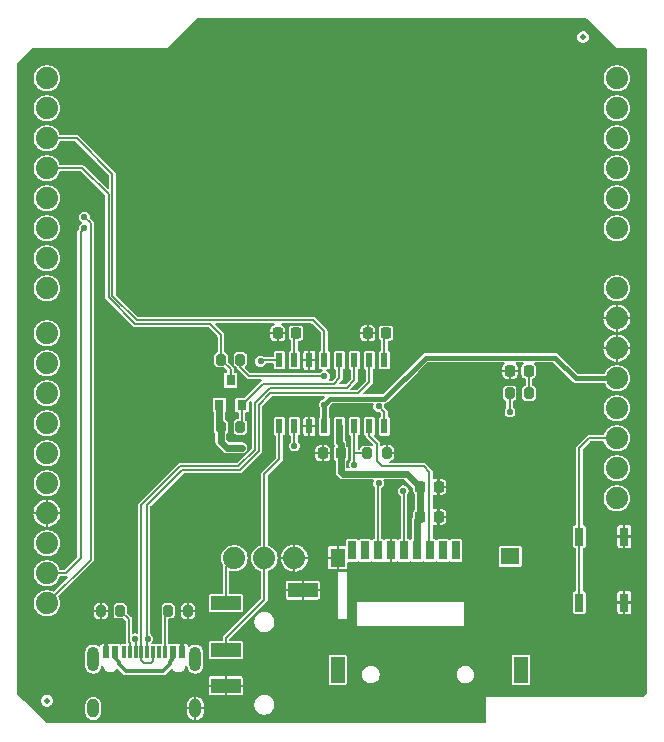
<source format=gtl>
%TF.GenerationSoftware,KiCad,Pcbnew,8.0.6*%
%TF.CreationDate,2024-11-21T20:47:18-07:00*%
%TF.ProjectId,SparkFun_Serial_MP3_Player_Shield_MY1690X,53706172-6b46-4756-9e5f-53657269616c,rev?*%
%TF.SameCoordinates,Original*%
%TF.FileFunction,Copper,L1,Top*%
%TF.FilePolarity,Positive*%
%FSLAX46Y46*%
G04 Gerber Fmt 4.6, Leading zero omitted, Abs format (unit mm)*
G04 Created by KiCad (PCBNEW 8.0.6) date 2024-11-21 20:47:18*
%MOMM*%
%LPD*%
G01*
G04 APERTURE LIST*
G04 Aperture macros list*
%AMRoundRect*
0 Rectangle with rounded corners*
0 $1 Rounding radius*
0 $2 $3 $4 $5 $6 $7 $8 $9 X,Y pos of 4 corners*
0 Add a 4 corners polygon primitive as box body*
4,1,4,$2,$3,$4,$5,$6,$7,$8,$9,$2,$3,0*
0 Add four circle primitives for the rounded corners*
1,1,$1+$1,$2,$3*
1,1,$1+$1,$4,$5*
1,1,$1+$1,$6,$7*
1,1,$1+$1,$8,$9*
0 Add four rect primitives between the rounded corners*
20,1,$1+$1,$2,$3,$4,$5,0*
20,1,$1+$1,$4,$5,$6,$7,0*
20,1,$1+$1,$6,$7,$8,$9,0*
20,1,$1+$1,$8,$9,$2,$3,0*%
G04 Aperture macros list end*
%TA.AperFunction,SMDPad,CuDef*%
%ADD10R,0.762000X1.524000*%
%TD*%
%TA.AperFunction,SMDPad,CuDef*%
%ADD11C,0.500000*%
%TD*%
%TA.AperFunction,ComponentPad*%
%ADD12C,1.879600*%
%TD*%
%TA.AperFunction,SMDPad,CuDef*%
%ADD13RoundRect,0.225000X0.225000X0.250000X-0.225000X0.250000X-0.225000X-0.250000X0.225000X-0.250000X0*%
%TD*%
%TA.AperFunction,SMDPad,CuDef*%
%ADD14RoundRect,0.200000X-0.200000X-0.275000X0.200000X-0.275000X0.200000X0.275000X-0.200000X0.275000X0*%
%TD*%
%TA.AperFunction,SMDPad,CuDef*%
%ADD15R,0.600000X1.200000*%
%TD*%
%TA.AperFunction,SMDPad,CuDef*%
%ADD16R,2.500000X1.200000*%
%TD*%
%TA.AperFunction,SMDPad,CuDef*%
%ADD17RoundRect,0.200000X0.200000X0.275000X-0.200000X0.275000X-0.200000X-0.275000X0.200000X-0.275000X0*%
%TD*%
%TA.AperFunction,SMDPad,CuDef*%
%ADD18R,0.800000X0.900000*%
%TD*%
%TA.AperFunction,SMDPad,CuDef*%
%ADD19R,0.700000X1.600000*%
%TD*%
%TA.AperFunction,SMDPad,CuDef*%
%ADD20R,1.200000X1.600000*%
%TD*%
%TA.AperFunction,SMDPad,CuDef*%
%ADD21R,1.200000X2.200000*%
%TD*%
%TA.AperFunction,SMDPad,CuDef*%
%ADD22R,1.600000X1.400000*%
%TD*%
%TA.AperFunction,SMDPad,CuDef*%
%ADD23RoundRect,0.218750X-0.218750X-0.256250X0.218750X-0.256250X0.218750X0.256250X-0.218750X0.256250X0*%
%TD*%
%TA.AperFunction,SMDPad,CuDef*%
%ADD24R,0.600000X1.000000*%
%TD*%
%TA.AperFunction,ComponentPad*%
%ADD25O,1.000000X1.600000*%
%TD*%
%TA.AperFunction,ComponentPad*%
%ADD26O,1.000000X2.100000*%
%TD*%
%TA.AperFunction,SMDPad,CuDef*%
%ADD27R,0.300000X1.000000*%
%TD*%
%TA.AperFunction,SMDPad,CuDef*%
%ADD28RoundRect,0.225000X-0.225000X-0.250000X0.225000X-0.250000X0.225000X0.250000X-0.225000X0.250000X0*%
%TD*%
%TA.AperFunction,ViaPad*%
%ADD29C,0.560000*%
%TD*%
%TA.AperFunction,Conductor*%
%ADD30C,0.348996*%
%TD*%
%TA.AperFunction,Conductor*%
%ADD31C,0.558800*%
%TD*%
%TA.AperFunction,Conductor*%
%ADD32C,0.177800*%
%TD*%
%TA.AperFunction,Conductor*%
%ADD33C,0.406400*%
%TD*%
%TA.AperFunction,Conductor*%
%ADD34C,0.152400*%
%TD*%
G04 APERTURE END LIST*
D10*
%TO.P,SW1,1,1*%
%TO.N,GND*%
X51435000Y15811500D03*
X51435000Y10223500D03*
%TO.P,SW1,2,2*%
%TO.N,Net-(B1-Pad~{RESET})*%
X47625000Y15811500D03*
X47625000Y10223500D03*
%TD*%
D11*
%TO.P,FID3,*%
%TO.N,*%
X2540000Y1905000D03*
%TD*%
D12*
%TO.P,J3,1,Pin_1*%
%TO.N,DAC_L*%
X18415000Y13970000D03*
%TO.P,J3,2,Pin_2*%
%TO.N,DAC_R*%
X20955000Y13970000D03*
%TO.P,J3,3,Pin_3*%
%TO.N,GND*%
X23495000Y13970000D03*
%TD*%
%TO.P,B1,3.3V,3.3V*%
%TO.N,unconnected-(B1-Pad3.3V)*%
X50800000Y26670000D03*
%TO.P,B1,5V,5V*%
%TO.N,5V*%
X50800000Y29210000D03*
%TO.P,B1,A0,A0*%
%TO.N,unconnected-(B1-PadA0)*%
X50800000Y41910000D03*
%TO.P,B1,A1,A1*%
%TO.N,unconnected-(B1-PadA1)*%
X50800000Y44450000D03*
%TO.P,B1,A2,A2*%
%TO.N,unconnected-(B1-PadA2)*%
X50800000Y46990000D03*
%TO.P,B1,A3,A3*%
%TO.N,unconnected-(B1-PadA3)*%
X50800000Y49530000D03*
%TO.P,B1,A4/SDA,A4/SDA*%
%TO.N,unconnected-(B1-PadA4{slash}SDA)*%
X2540000Y12700000D03*
X50800000Y52070000D03*
%TO.P,B1,A5/SCL,A5/SCL*%
%TO.N,unconnected-(B1-PadA5{slash}SCL)*%
X2540000Y10160000D03*
X50800000Y54610000D03*
%TO.P,B1,AREF,AREF*%
%TO.N,unconnected-(B1-PadAREF)*%
X2540000Y15240000D03*
%TO.P,B1,D0/TXO,D0/TXO*%
%TO.N,unconnected-(B1-PadD0{slash}TXO)*%
X2540000Y54610000D03*
%TO.P,B1,D1/RXI,D1/RXI*%
%TO.N,unconnected-(B1-PadD1{slash}RXI)*%
X2540000Y52070000D03*
%TO.P,B1,D2,D2*%
%TO.N,MY_TX*%
X2540000Y49530000D03*
%TO.P,B1,D3,\u002AD3*%
%TO.N,MY_RX*%
X2540000Y46990000D03*
%TO.P,B1,D4,D4*%
%TO.N,BUSY*%
X2540000Y44450000D03*
%TO.P,B1,D5,\u002AD5*%
%TO.N,unconnected-(B1-\u002AD5-PadD5)*%
X2540000Y41910000D03*
%TO.P,B1,D6,\u002AD6*%
%TO.N,unconnected-(B1-\u002AD6-PadD6)*%
X2540000Y39370000D03*
%TO.P,B1,D7,D7*%
%TO.N,unconnected-(B1-PadD7)*%
X2540000Y36830000D03*
%TO.P,B1,D8,D8*%
%TO.N,unconnected-(B1-PadD8)*%
X2540000Y33020000D03*
%TO.P,B1,D9,\u002AD9*%
%TO.N,unconnected-(B1-\u002AD9-PadD9)*%
X2540000Y30480000D03*
%TO.P,B1,D10,\u002AD10*%
%TO.N,unconnected-(B1-\u002AD10-PadD10)*%
X2540000Y27940000D03*
%TO.P,B1,D11,\u002AD11/PICO*%
%TO.N,unconnected-(B1-\u002AD11{slash}PICO-PadD11)*%
X2540000Y25400000D03*
%TO.P,B1,D12,D12/POCI*%
%TO.N,unconnected-(B1-D12{slash}POCI-PadD12)*%
X2540000Y22860000D03*
%TO.P,B1,D13,D13/SCK*%
%TO.N,unconnected-(B1-D13{slash}SCK-PadD13)*%
X2540000Y20320000D03*
%TO.P,B1,GND,GND*%
%TO.N,GND*%
X2540000Y17780000D03*
X50800000Y34290000D03*
X50800000Y31750000D03*
%TO.P,B1,IOREF,IOREF*%
%TO.N,unconnected-(B1-PadIOREF)*%
X50800000Y21590000D03*
%TO.P,B1,NC,NC*%
%TO.N,unconnected-(B1-PadNC)*%
X50800000Y19050000D03*
%TO.P,B1,VIN,VIN*%
%TO.N,unconnected-(B1-PadVIN)*%
X50800000Y36830000D03*
%TO.P,B1,~{RESET},~{RESET}*%
%TO.N,Net-(B1-Pad~{RESET})*%
X50800000Y24130000D03*
%TD*%
D13*
%TO.P,C8,1*%
%TO.N,3.3V_P*%
X27445000Y22860000D03*
%TO.P,C8,2*%
%TO.N,GND*%
X25895000Y22860000D03*
%TD*%
D14*
%TO.P,R1,1*%
%TO.N,3.3V_P*%
X17272500Y25082500D03*
%TO.P,R1,2*%
%TO.N,MY_RX_LV*%
X18922500Y25082500D03*
%TD*%
D15*
%TO.P,U2,1,DACR*%
%TO.N,DAC_R*%
X22225000Y25140000D03*
%TO.P,U2,2,BUSY*%
%TO.N,BUSY*%
X23495000Y25140000D03*
%TO.P,U2,3,GND*%
%TO.N,GND*%
X24765000Y25140000D03*
%TO.P,U2,4,VCC*%
%TO.N,5V*%
X26035000Y25140000D03*
%TO.P,U2,5,3V3_Reg*%
%TO.N,3.3V_P*%
X27305000Y25140000D03*
%TO.P,U2,6,SDCLK*%
%TO.N,SD_CLK*%
X28575000Y25140000D03*
%TO.P,U2,7,SDCMD*%
%TO.N,SD_CMD*%
X29845000Y25140000D03*
%TO.P,U2,8,SDDAT*%
%TO.N,SD_DAT*%
X31115000Y25140000D03*
%TO.P,U2,9,VCOM*%
%TO.N,Net-(U2-VCOM)*%
X31115000Y30740000D03*
%TO.P,U2,10,DM*%
%TO.N,Net-(U2-DM)*%
X29845000Y30740000D03*
%TO.P,U2,11,DP*%
%TO.N,Net-(U2-DP)*%
X28575000Y30740000D03*
%TO.P,U2,12,RX*%
%TO.N,MY_RX_LV*%
X27305000Y30740000D03*
%TO.P,U2,13,TX*%
%TO.N,MY_TX*%
X26035000Y30740000D03*
%TO.P,U2,14,GND*%
%TO.N,GND*%
X24765000Y30740000D03*
%TO.P,U2,15,VPN*%
%TO.N,Net-(U2-VPN)*%
X23495000Y30740000D03*
%TO.P,U2,16,DACL*%
%TO.N,DAC_L*%
X22225000Y30740000D03*
%TD*%
D13*
%TO.P,C7,1*%
%TO.N,Net-(U2-VCOM)*%
X31255000Y33020000D03*
%TO.P,C7,2*%
%TO.N,GND*%
X29705000Y33020000D03*
%TD*%
D11*
%TO.P,FID4,*%
%TO.N,*%
X47942500Y58102500D03*
%TD*%
D16*
%TO.P,J1,R1*%
%TO.N,DAC_R*%
X17705000Y6180000D03*
%TO.P,J1,R2*%
%TO.N,GND*%
X17705000Y3180000D03*
%TO.P,J1,S*%
X24205000Y11280000D03*
%TO.P,J1,T*%
%TO.N,DAC_L*%
X17705000Y10180000D03*
%TD*%
D17*
%TO.P,R2,1*%
%TO.N,GND*%
X14477500Y9525000D03*
%TO.P,R2,2*%
%TO.N,Net-(J4-CC2)*%
X12827500Y9525000D03*
%TD*%
D14*
%TO.P,R6,1*%
%TO.N,SD_CLK*%
X29655000Y22860000D03*
%TO.P,R6,2*%
%TO.N,GND*%
X31305000Y22860000D03*
%TD*%
%TO.P,R9,1*%
%TO.N,Net-(JP2-A)*%
X41720000Y27940000D03*
%TO.P,R9,2*%
%TO.N,Net-(D4-A)*%
X43370000Y27940000D03*
%TD*%
D18*
%TO.P,Q1,1,G*%
%TO.N,3.3V_P*%
X17147500Y26940000D03*
%TO.P,Q1,2,S*%
%TO.N,MY_RX_LV*%
X19047500Y26940000D03*
%TO.P,Q1,3,D*%
%TO.N,MY_RX*%
X18097500Y29040000D03*
%TD*%
D19*
%TO.P,J6,1,DAT2*%
%TO.N,unconnected-(J6-DAT2-Pad1)*%
X37175000Y14627500D03*
%TO.P,J6,2,DAT3/CD*%
%TO.N,unconnected-(J6-DAT3{slash}CD-Pad2)*%
X36075000Y14627500D03*
%TO.P,J6,3,CMD/SDI*%
%TO.N,SD_CMD*%
X34975000Y14627500D03*
%TO.P,J6,4,VDD*%
%TO.N,3.3V_P*%
X33875000Y14627500D03*
%TO.P,J6,5,CLK/SCK*%
%TO.N,SD_CLK*%
X32775000Y14627500D03*
%TO.P,J6,6,VSS*%
%TO.N,GND*%
X31675000Y14627500D03*
%TO.P,J6,7,DAT0/SDO*%
%TO.N,SD_DAT*%
X30575000Y14627500D03*
%TO.P,J6,8,DAT1*%
%TO.N,unconnected-(J6-DAT1-Pad8)*%
X29475000Y14627500D03*
%TO.P,J6,9,~{DET}*%
%TO.N,unconnected-(J6-~{DET}-Pad9)*%
X28375000Y14627500D03*
D20*
%TO.P,J6,10,SHIELD*%
%TO.N,GND*%
X27175000Y14027500D03*
D21*
%TO.P,J6,11*%
%TO.N,N/C*%
X27175000Y4527500D03*
%TO.P,J6,12*%
X42675000Y4527500D03*
D22*
%TO.P,J6,13*%
X41775000Y14127500D03*
%TD*%
D17*
%TO.P,R4,1*%
%TO.N,5V*%
X18922500Y30797500D03*
%TO.P,R4,2*%
%TO.N,MY_RX*%
X17272500Y30797500D03*
%TD*%
D13*
%TO.P,C1,1*%
%TO.N,Net-(U2-VPN)*%
X23635000Y33020000D03*
%TO.P,C1,2*%
%TO.N,GND*%
X22085000Y33020000D03*
%TD*%
D23*
%TO.P,D4,1,K*%
%TO.N,GND*%
X41757500Y29845000D03*
%TO.P,D4,2,A*%
%TO.N,Net-(D4-A)*%
X43332500Y29845000D03*
%TD*%
D17*
%TO.P,R3,1*%
%TO.N,Net-(J4-CC1)*%
X8762500Y9525000D03*
%TO.P,R3,2*%
%TO.N,GND*%
X7112500Y9525000D03*
%TD*%
D24*
%TO.P,J4,VBUS,VBUS*%
%TO.N,unconnected-(J4-PadVBUS)*%
X13245000Y6010000D03*
X8345000Y6010000D03*
D25*
%TO.P,J4,S,SHIELD*%
%TO.N,GND*%
X15113000Y1255000D03*
D26*
%TO.P,J4,NC3,NC*%
%TO.N,unconnected-(J4-NC-PadNC3)*%
X15113000Y5435000D03*
%TO.P,J4,NC2,NC*%
%TO.N,unconnected-(J4-NC-PadNC2)*%
X6477000Y5435000D03*
D25*
%TO.P,J4,NC1,NC*%
%TO.N,unconnected-(J4-NC-PadNC1)*%
X6477000Y1255000D03*
D24*
%TO.P,J4,GND,GND*%
%TO.N,GND*%
X14020000Y6010000D03*
X7570000Y6010000D03*
D27*
%TO.P,J4,B8,NC*%
%TO.N,unconnected-(J4-NC-PadB8)*%
X9045000Y6010000D03*
%TO.P,J4,B7,D-*%
%TO.N,Net-(U2-DM)*%
X10045000Y6010000D03*
%TO.P,J4,B6,D+*%
%TO.N,Net-(U2-DP)*%
X11545000Y6010000D03*
%TO.P,J4,B5,CC2*%
%TO.N,Net-(J4-CC2)*%
X12545000Y6010000D03*
%TO.P,J4,A8,NC*%
%TO.N,unconnected-(J4-NC-PadA8)*%
X12045000Y6010000D03*
%TO.P,J4,A7,D-*%
%TO.N,Net-(U2-DM)*%
X11045000Y6010000D03*
%TO.P,J4,A6,D+*%
%TO.N,Net-(U2-DP)*%
X10545000Y6010000D03*
%TO.P,J4,A5,CC1*%
%TO.N,Net-(J4-CC1)*%
X9545000Y6010000D03*
%TD*%
D28*
%TO.P,C3,1*%
%TO.N,3.3V_P*%
X34150000Y20002500D03*
%TO.P,C3,2*%
%TO.N,GND*%
X35700000Y20002500D03*
%TD*%
%TO.P,C2,1*%
%TO.N,3.3V_P*%
X34150000Y17462500D03*
%TO.P,C2,2*%
%TO.N,GND*%
X35700000Y17462500D03*
%TD*%
D29*
%TO.N,GND*%
X7620000Y7302500D03*
X27305000Y16510000D03*
X6985000Y11112500D03*
X19685000Y3175000D03*
X24447500Y22860000D03*
X28257500Y33020000D03*
X51435000Y13017500D03*
X37147500Y17462500D03*
X40322500Y29845000D03*
X14922500Y11112500D03*
X32702500Y22860000D03*
X24765000Y32067500D03*
X13970000Y7302500D03*
X24765000Y26987500D03*
X20637500Y33020000D03*
X37147500Y20002500D03*
X31750000Y16510000D03*
X31750000Y13017500D03*
%TO.N,3.3V_P*%
X19050000Y23336250D03*
X27622500Y21113750D03*
%TO.N,unconnected-(B1-PadA5{slash}SCL)*%
X5715000Y42862500D03*
%TO.N,unconnected-(B1-PadA4{slash}SDA)*%
X5715000Y41910000D03*
%TO.N,BUSY*%
X23495000Y23495000D03*
%TO.N,5V*%
X26035000Y29368750D03*
X26035000Y26987500D03*
%TO.N,DAC_L*%
X20637500Y30638750D03*
%TO.N,Net-(U2-DM)*%
X10001250Y7143750D03*
X11066300Y7143750D03*
%TO.N,SD_CLK*%
X32702500Y19685000D03*
X28575000Y21907500D03*
%TO.N,SD_DAT*%
X30638750Y26828750D03*
X30638750Y20320000D03*
%TO.N,Net-(JP2-A)*%
X41751250Y26352500D03*
%TD*%
D30*
%TO.N,GND*%
X7570000Y7252500D02*
X7620000Y7302500D01*
X14020000Y7252500D02*
X13970000Y7302500D01*
X7570000Y6010000D02*
X7570000Y7252500D01*
X14020000Y6010000D02*
X14020000Y7252500D01*
D31*
%TO.N,3.3V_P*%
X17780000Y23336250D02*
X19050000Y23336250D01*
X27305000Y25140000D02*
X27305000Y23812500D01*
X34150000Y20002500D02*
X34150000Y17462500D01*
X27622500Y21113750D02*
X27445000Y21291250D01*
X17272500Y25082500D02*
X17272500Y23843750D01*
X17147500Y26940000D02*
X17147500Y25207500D01*
X17272500Y23843750D02*
X17780000Y23336250D01*
X27305000Y23812500D02*
X27445000Y23672500D01*
X27445000Y21291250D02*
X27445000Y22860000D01*
X33875000Y14627500D02*
X33875000Y17187500D01*
X17147500Y25207500D02*
X17272500Y25082500D01*
X33038750Y21113750D02*
X34150000Y20002500D01*
X27622500Y21113750D02*
X33038750Y21113750D01*
X33875000Y17187500D02*
X34150000Y17462500D01*
X27445000Y23672500D02*
X27445000Y22860000D01*
D32*
%TO.N,unconnected-(B1-PadA5{slash}SCL)*%
X2540000Y10160000D02*
X6236300Y13856300D01*
X6236300Y42341200D02*
X5715000Y42862500D01*
X6236300Y13856300D02*
X6236300Y42341200D01*
%TO.N,MY_RX*%
X10023226Y33801050D02*
X16351250Y33801050D01*
X7766050Y36058226D02*
X10023226Y33801050D01*
X17272500Y32879800D02*
X17272500Y30797500D01*
X7766050Y44780200D02*
X7766050Y36058226D01*
X16351250Y33801050D02*
X17272500Y32879800D01*
X2540000Y46990000D02*
X5556250Y46990000D01*
X18097500Y29040000D02*
X18097500Y29972500D01*
X5556250Y46990000D02*
X7766050Y44780200D01*
X18097500Y29972500D02*
X17272500Y30797500D01*
%TO.N,unconnected-(B1-PadA4{slash}SDA)*%
X4127500Y12700000D02*
X5397500Y13970000D01*
X5397500Y41592500D02*
X5715000Y41910000D01*
X5397500Y13970000D02*
X5397500Y41592500D01*
X2540000Y12700000D02*
X4127500Y12700000D01*
%TO.N,BUSY*%
X23495000Y25140000D02*
X23495000Y23495000D01*
%TO.N,MY_TX*%
X26035000Y30740000D02*
X26035000Y33178750D01*
X25082500Y34131250D02*
X10160000Y34131250D01*
X10160000Y34131250D02*
X8096250Y36195000D01*
X8096250Y46513750D02*
X5080000Y49530000D01*
X8096250Y36195000D02*
X8096250Y46513750D01*
X26035000Y33178750D02*
X25082500Y34131250D01*
X5080000Y49530000D02*
X2540000Y49530000D01*
D33*
%TO.N,5V*%
X45561250Y30956250D02*
X47307500Y29210000D01*
X26511850Y27464350D02*
X31115600Y27464350D01*
D34*
X18922500Y30131250D02*
X18922500Y30797500D01*
D33*
X26035000Y26987500D02*
X26511850Y27464350D01*
X26035000Y25140000D02*
X26035000Y26987500D01*
X34607500Y30956250D02*
X45561250Y30956250D01*
D34*
X26035000Y29368750D02*
X19685000Y29368750D01*
D33*
X31115600Y27464350D02*
X34607500Y30956250D01*
D34*
X19685000Y29368750D02*
X18922500Y30131250D01*
D33*
X47307500Y29210000D02*
X50800000Y29210000D01*
D32*
%TO.N,Net-(U2-VPN)*%
X23495000Y32880000D02*
X23635000Y33020000D01*
X23495000Y30740000D02*
X23495000Y32880000D01*
%TO.N,Net-(U2-VCOM)*%
X31115000Y30740000D02*
X31115000Y32880000D01*
X31115000Y32880000D02*
X31255000Y33020000D01*
%TO.N,Net-(D4-A)*%
X43370000Y29807500D02*
X43332500Y29845000D01*
X43370000Y27940000D02*
X43370000Y29807500D01*
%TO.N,DAC_L*%
X17705000Y13260000D02*
X18415000Y13970000D01*
X20738750Y30740000D02*
X20637500Y30638750D01*
X17705000Y10180000D02*
X17705000Y13260000D01*
X22225000Y30740000D02*
X20738750Y30740000D01*
%TO.N,DAC_R*%
X20955000Y13970000D02*
X20955000Y21113750D01*
X17705000Y7227500D02*
X20955000Y10477500D01*
X17705000Y6180000D02*
X17705000Y7227500D01*
X20955000Y10477500D02*
X20955000Y13970000D01*
X20955000Y21113750D02*
X22225000Y22383750D01*
X22225000Y22383750D02*
X22225000Y25140000D01*
D30*
%TO.N,unconnected-(J4-PadVBUS)*%
X8654498Y5215452D02*
X8345000Y5524950D01*
X12935502Y4998002D02*
X12382500Y4445000D01*
X13245000Y6010000D02*
X13245000Y5524950D01*
X12382500Y4445000D02*
X9207500Y4445000D01*
X12935502Y5215452D02*
X12935502Y4998002D01*
X9207500Y4445000D02*
X8654498Y4998002D01*
X13245000Y5524950D02*
X12935502Y5215452D01*
X8654498Y4998002D02*
X8654498Y5215452D01*
X8345000Y5524950D02*
X8345000Y6010000D01*
D32*
%TO.N,Net-(J4-CC1)*%
X9545000Y6010000D02*
X9545000Y6806250D01*
X9479950Y6871300D02*
X9479950Y8807550D01*
X9545000Y6806250D02*
X9479950Y6871300D01*
X9479950Y8807550D02*
X8762500Y9525000D01*
%TO.N,Net-(U2-DP)*%
X28575000Y29051250D02*
X28575000Y30740000D01*
X10545000Y5330000D02*
X10545000Y6010000D01*
X21440526Y28416250D02*
X27940000Y28416250D01*
X10545000Y18473224D02*
X13833226Y21761450D01*
X18754476Y21761450D02*
X20148550Y23155524D01*
X10545000Y6010000D02*
X10545000Y18473224D01*
X20148550Y27124274D02*
X21440526Y28416250D01*
X11545000Y6010000D02*
X11545000Y5310000D01*
X27940000Y28416250D02*
X28575000Y29051250D01*
X10795000Y5080000D02*
X10545000Y5330000D01*
X11545000Y5310000D02*
X11315000Y5080000D01*
X20148550Y23155524D02*
X20148550Y27124274D01*
X11315000Y5080000D02*
X10795000Y5080000D01*
X13833226Y21761450D02*
X18754476Y21761450D01*
%TO.N,Net-(U2-DM)*%
X18891250Y21431250D02*
X20478750Y23018750D01*
X13970000Y21431250D02*
X18891250Y21431250D01*
X21431250Y27940000D02*
X28892500Y27940000D01*
X20478750Y23018750D02*
X20478750Y26987500D01*
X28892500Y27940000D02*
X29845000Y28892500D01*
X20478750Y26987500D02*
X21431250Y27940000D01*
X11045000Y6010000D02*
X11045000Y18506250D01*
X10045000Y7100000D02*
X10001250Y7143750D01*
X29845000Y28892500D02*
X29845000Y30740000D01*
X10045000Y6010000D02*
X10045000Y7100000D01*
X11045000Y18506250D02*
X13970000Y21431250D01*
%TO.N,Net-(J4-CC2)*%
X12545000Y6010000D02*
X12545000Y9242500D01*
X12545000Y9242500D02*
X12827500Y9525000D01*
%TO.N,SD_CMD*%
X34448750Y21748750D02*
X34925000Y21272500D01*
X30956250Y21748750D02*
X34448750Y21748750D01*
X30480000Y23653750D02*
X30480000Y22225000D01*
X30480000Y22225000D02*
X30956250Y21748750D01*
X29845000Y25140000D02*
X29845000Y24288750D01*
X34925000Y21272500D02*
X34925000Y14677500D01*
X34925000Y14677500D02*
X34975000Y14627500D01*
X29845000Y24288750D02*
X30480000Y23653750D01*
%TO.N,SD_CLK*%
X28575000Y22843567D02*
X28575000Y21907500D01*
X32775000Y14627500D02*
X32775000Y19612500D01*
X29417367Y22843567D02*
X28575000Y22843567D01*
X29655000Y22860000D02*
X29433800Y22860000D01*
X29433800Y22860000D02*
X29417367Y22843567D01*
X28575000Y25140000D02*
X28575000Y23018750D01*
X28575000Y23018750D02*
X28575000Y22843567D01*
X32775000Y19612500D02*
X32702500Y19685000D01*
%TO.N,SD_DAT*%
X31115000Y26352500D02*
X30638750Y26828750D01*
X30638750Y20320000D02*
X30575000Y20256250D01*
X31115000Y25140000D02*
X31115000Y26352500D01*
X30575000Y20256250D02*
X30575000Y14627500D01*
%TO.N,Net-(JP2-A)*%
X41720000Y27940000D02*
X41720000Y26383750D01*
X41720000Y26383750D02*
X41751250Y26352500D01*
%TO.N,MY_RX_LV*%
X19047500Y25207500D02*
X18922500Y25082500D01*
X19047500Y26940000D02*
X20853950Y28746450D01*
X19047500Y26940000D02*
X19047500Y25207500D01*
X20853950Y28746450D02*
X26841450Y28746450D01*
X26841450Y28746450D02*
X27305000Y29210000D01*
X27305000Y29210000D02*
X27305000Y30740000D01*
%TO.N,Net-(B1-Pad~{RESET})*%
X48418750Y24130000D02*
X47625000Y23336250D01*
X47625000Y23336250D02*
X47625000Y15811500D01*
X50800000Y24130000D02*
X48418750Y24130000D01*
X47625000Y15811500D02*
X47625000Y10223500D01*
%TD*%
%TA.AperFunction,Conductor*%
%TO.N,GND*%
G36*
X48280091Y59669435D02*
G01*
X48285745Y59664255D01*
X50800000Y57150000D01*
X53252100Y57150000D01*
X53308601Y57129435D01*
X53338665Y57077364D01*
X53340000Y57062100D01*
X53340000Y2576410D01*
X53319435Y2519909D01*
X53314255Y2514255D01*
X53048245Y2248245D01*
X52993751Y2222834D01*
X52986090Y2222500D01*
X39687500Y2222500D01*
X39687500Y2222499D01*
X39687500Y87900D01*
X39666935Y31399D01*
X39614864Y1335D01*
X39599600Y0D01*
X2576410Y0D01*
X2519909Y20565D01*
X2514255Y25745D01*
X634996Y1905004D01*
X2034353Y1905004D01*
X2034353Y1904997D01*
X2054833Y1762550D01*
X2054834Y1762545D01*
X2054835Y1762543D01*
X2114623Y1631627D01*
X2208872Y1522857D01*
X2329947Y1445047D01*
X2468039Y1404500D01*
X2468040Y1404500D01*
X2611960Y1404500D01*
X2611961Y1404500D01*
X2750053Y1445047D01*
X2871128Y1522857D01*
X2956868Y1621807D01*
X5798700Y1621807D01*
X5798700Y888193D01*
X5805172Y855656D01*
X5824765Y757151D01*
X5824768Y757143D01*
X5875895Y633710D01*
X5875895Y633708D01*
X5949109Y524137D01*
X5950130Y522609D01*
X6044609Y428130D01*
X6155704Y353898D01*
X6155706Y353897D01*
X6155708Y353896D01*
X6279142Y302769D01*
X6279150Y302766D01*
X6345116Y289645D01*
X6410193Y276700D01*
X6410195Y276700D01*
X6543805Y276700D01*
X6543807Y276700D01*
X6630380Y293921D01*
X6674849Y302766D01*
X6674850Y302767D01*
X6674853Y302767D01*
X6798291Y353896D01*
X6798292Y353896D01*
X6798293Y353897D01*
X6798296Y353898D01*
X6909391Y428130D01*
X7003870Y522609D01*
X7078102Y633704D01*
X7129233Y757147D01*
X7155300Y888193D01*
X7155300Y1621807D01*
X7154812Y1624258D01*
X14409800Y1624258D01*
X14409800Y1343901D01*
X14409801Y1343900D01*
X14813000Y1343900D01*
X14813000Y1166100D01*
X14409801Y1166100D01*
X14409800Y1166099D01*
X14409800Y885743D01*
X14436821Y749893D01*
X14436824Y749885D01*
X14489835Y621907D01*
X14566785Y506741D01*
X14664740Y408786D01*
X14779906Y331836D01*
X14907884Y278825D01*
X14907890Y278823D01*
X15024099Y255707D01*
X15024100Y255707D01*
X15024100Y668238D01*
X15073504Y655000D01*
X15152496Y655000D01*
X15201900Y668238D01*
X15201900Y255707D01*
X15318109Y278823D01*
X15318115Y278825D01*
X15446093Y331836D01*
X15561259Y408786D01*
X15659214Y506741D01*
X15736164Y621907D01*
X15789175Y749885D01*
X15789178Y749893D01*
X15816200Y885743D01*
X15816200Y1166099D01*
X15816199Y1166100D01*
X15413000Y1166100D01*
X15413000Y1343900D01*
X15816199Y1343900D01*
X15816200Y1343901D01*
X15816200Y1624258D01*
X15808341Y1663766D01*
X20104500Y1663766D01*
X20104500Y1496235D01*
X20137181Y1331927D01*
X20137183Y1331921D01*
X20137184Y1331918D01*
X20201297Y1177137D01*
X20294374Y1037838D01*
X20412838Y919374D01*
X20552137Y826297D01*
X20706918Y762184D01*
X20706923Y762183D01*
X20706926Y762182D01*
X20790190Y745621D01*
X20871233Y729500D01*
X20871235Y729500D01*
X21038765Y729500D01*
X21038767Y729500D01*
X21146339Y750898D01*
X21203073Y762182D01*
X21203074Y762183D01*
X21203082Y762184D01*
X21357863Y826297D01*
X21497162Y919374D01*
X21615626Y1037838D01*
X21708703Y1177137D01*
X21772816Y1331918D01*
X21775200Y1343900D01*
X21787254Y1404502D01*
X21805500Y1496233D01*
X21805500Y1663767D01*
X21790495Y1739205D01*
X21772818Y1828074D01*
X21772817Y1828077D01*
X21772816Y1828082D01*
X21708703Y1982863D01*
X21615626Y2122162D01*
X21497162Y2240626D01*
X21357863Y2333703D01*
X21203082Y2397816D01*
X21203079Y2397817D01*
X21203073Y2397819D01*
X21079424Y2422413D01*
X21038767Y2430500D01*
X20871233Y2430500D01*
X20835052Y2423304D01*
X20706926Y2397819D01*
X20706918Y2397816D01*
X20552137Y2333703D01*
X20412840Y2240628D01*
X20294372Y2122160D01*
X20201297Y1982863D01*
X20137184Y1828082D01*
X20137181Y1828074D01*
X20104500Y1663766D01*
X15808341Y1663766D01*
X15789178Y1760108D01*
X15789175Y1760116D01*
X15736164Y1888094D01*
X15659214Y2003260D01*
X15561259Y2101215D01*
X15446093Y2178165D01*
X15318122Y2231173D01*
X15318113Y2231176D01*
X15201900Y2254294D01*
X15201900Y1841763D01*
X15152496Y1855000D01*
X15073504Y1855000D01*
X15024100Y1841763D01*
X15024100Y2254294D01*
X14907886Y2231176D01*
X14907877Y2231173D01*
X14779906Y2178165D01*
X14664740Y2101215D01*
X14566785Y2003260D01*
X14489835Y1888094D01*
X14436824Y1760116D01*
X14436821Y1760108D01*
X14409800Y1624258D01*
X7154812Y1624258D01*
X7129233Y1752853D01*
X7078104Y1876292D01*
X7078104Y1876293D01*
X7058920Y1905004D01*
X7003870Y1987391D01*
X6909391Y2081870D01*
X6798296Y2156102D01*
X6798294Y2156103D01*
X6798291Y2156105D01*
X6674857Y2207232D01*
X6674849Y2207235D01*
X6576344Y2226828D01*
X6543807Y2233300D01*
X6410193Y2233300D01*
X6381249Y2227543D01*
X6279150Y2207235D01*
X6279142Y2207232D01*
X6155709Y2156105D01*
X6155707Y2156105D01*
X6044611Y2081872D01*
X5950128Y1987389D01*
X5875895Y1876293D01*
X5875895Y1876291D01*
X5824768Y1752858D01*
X5824765Y1752850D01*
X5807046Y1663767D01*
X5798700Y1621807D01*
X2956868Y1621807D01*
X2965377Y1631627D01*
X3025165Y1762543D01*
X3038458Y1855000D01*
X3045647Y1904997D01*
X3045647Y1905004D01*
X3025166Y2047451D01*
X3025165Y2047452D01*
X3025165Y2047457D01*
X2965377Y2178373D01*
X2871128Y2287143D01*
X2871126Y2287144D01*
X2871124Y2287146D01*
X2750054Y2364953D01*
X2750050Y2364954D01*
X2611967Y2405499D01*
X2611961Y2405500D01*
X2468039Y2405500D01*
X2468038Y2405500D01*
X2468032Y2405499D01*
X2329949Y2364954D01*
X2329945Y2364953D01*
X2208875Y2287146D01*
X2208870Y2287142D01*
X2114622Y2178372D01*
X2054835Y2047457D01*
X2054833Y2047451D01*
X2034353Y1905004D01*
X634996Y1905004D01*
X25745Y2514255D01*
X334Y2568749D01*
X0Y2576410D01*
X0Y3091099D01*
X16251800Y3091099D01*
X16251800Y2559988D01*
X16263589Y2500718D01*
X16263590Y2500715D01*
X16308500Y2433503D01*
X16308502Y2433501D01*
X16375714Y2388591D01*
X16375717Y2388590D01*
X16434988Y2376800D01*
X17616099Y2376800D01*
X17616100Y2376801D01*
X17616100Y3091099D01*
X17793900Y3091099D01*
X17793900Y2376801D01*
X17793901Y2376800D01*
X18975012Y2376800D01*
X19034282Y2388590D01*
X19034285Y2388591D01*
X19101497Y2433501D01*
X19101499Y2433503D01*
X19146409Y2500715D01*
X19146410Y2500718D01*
X19158200Y2559988D01*
X19158200Y3091099D01*
X19158199Y3091100D01*
X17793901Y3091100D01*
X17793900Y3091099D01*
X17616100Y3091099D01*
X17616099Y3091100D01*
X16251801Y3091100D01*
X16251800Y3091099D01*
X0Y3091099D01*
X0Y3800013D01*
X16251800Y3800013D01*
X16251800Y3268901D01*
X16251801Y3268900D01*
X17616099Y3268900D01*
X17616100Y3268901D01*
X17616100Y3983199D01*
X17793900Y3983199D01*
X17793900Y3268901D01*
X17793901Y3268900D01*
X19158199Y3268900D01*
X19158200Y3268901D01*
X19158200Y3800013D01*
X19146410Y3859283D01*
X19146409Y3859286D01*
X19101499Y3926498D01*
X19101497Y3926500D01*
X19034285Y3971410D01*
X19034282Y3971411D01*
X18975012Y3983200D01*
X17793901Y3983200D01*
X17793900Y3983199D01*
X17616100Y3983199D01*
X17616099Y3983200D01*
X16434988Y3983200D01*
X16375717Y3971411D01*
X16375714Y3971410D01*
X16308502Y3926500D01*
X16308500Y3926498D01*
X16263590Y3859286D01*
X16263589Y3859283D01*
X16251800Y3800013D01*
X0Y3800013D01*
X0Y12700001D01*
X1417110Y12700001D01*
X1417110Y12700000D01*
X1436229Y12493667D01*
X1436229Y12493666D01*
X1491297Y12300125D01*
X1492936Y12294365D01*
X1585300Y12108875D01*
X1710174Y11943514D01*
X1801584Y11860182D01*
X1863305Y11803916D01*
X1863308Y11803914D01*
X2039485Y11694830D01*
X2232707Y11619976D01*
X2232711Y11619976D01*
X2232715Y11619974D01*
X2341601Y11599620D01*
X2436393Y11581900D01*
X2436394Y11581900D01*
X2643606Y11581900D01*
X2643607Y11581900D01*
X2778741Y11607162D01*
X2847284Y11619974D01*
X2847286Y11619975D01*
X2847293Y11619976D01*
X3040515Y11694830D01*
X3216692Y11803914D01*
X3369826Y11943514D01*
X3494700Y12108875D01*
X3587064Y12294365D01*
X3608287Y12368955D01*
X3643529Y12417671D01*
X3692831Y12432800D01*
X4180648Y12432800D01*
X4180649Y12432800D01*
X4206452Y12443489D01*
X4266520Y12446112D01*
X4314223Y12409510D01*
X4327238Y12350808D01*
X4302245Y12300125D01*
X3168043Y11165923D01*
X3113549Y11140512D01*
X3059613Y11153345D01*
X3059435Y11153455D01*
X3057119Y11154889D01*
X3040518Y11165169D01*
X3040516Y11165170D01*
X2847296Y11240023D01*
X2847284Y11240027D01*
X2643609Y11278100D01*
X2643607Y11278100D01*
X2436393Y11278100D01*
X2436390Y11278100D01*
X2232715Y11240027D01*
X2232703Y11240023D01*
X2039488Y11165172D01*
X2039482Y11165169D01*
X1863314Y11056091D01*
X1863305Y11056085D01*
X1710173Y10916485D01*
X1585302Y10751129D01*
X1585300Y10751126D01*
X1585300Y10751125D01*
X1504162Y10588178D01*
X1492936Y10565634D01*
X1492934Y10565629D01*
X1436229Y10366335D01*
X1436229Y10366334D01*
X1417110Y10160001D01*
X1417110Y10160000D01*
X1436229Y9953667D01*
X1436229Y9953666D01*
X1492934Y9754372D01*
X1492936Y9754365D01*
X1585300Y9568875D01*
X1585301Y9568874D01*
X1585302Y9568872D01*
X1590163Y9562435D01*
X1710174Y9403514D01*
X1756823Y9360988D01*
X1863305Y9263916D01*
X1863308Y9263914D01*
X2039485Y9154830D01*
X2232707Y9079976D01*
X2232711Y9079976D01*
X2232715Y9079974D01*
X2341601Y9059620D01*
X2436393Y9041900D01*
X2436394Y9041900D01*
X2643606Y9041900D01*
X2643607Y9041900D01*
X2778741Y9067162D01*
X2847284Y9079974D01*
X2847286Y9079975D01*
X2847293Y9079976D01*
X3040515Y9154830D01*
X3216692Y9263914D01*
X3369826Y9403514D01*
X3394433Y9436099D01*
X6509301Y9436099D01*
X6509301Y9218268D01*
X6524253Y9123854D01*
X6582237Y9010053D01*
X6672552Y8919738D01*
X6786353Y8861754D01*
X6880768Y8846801D01*
X7023600Y8846801D01*
X7023600Y9436099D01*
X7201400Y9436099D01*
X7201400Y8846802D01*
X7201401Y8846801D01*
X7344231Y8846801D01*
X7344232Y8846802D01*
X7438646Y8861754D01*
X7552447Y8919738D01*
X7642762Y9010053D01*
X7700746Y9123854D01*
X7715699Y9218269D01*
X7715700Y9218269D01*
X7715700Y9436099D01*
X7715699Y9436100D01*
X7201401Y9436100D01*
X7201400Y9436099D01*
X7023600Y9436099D01*
X7023599Y9436100D01*
X6509302Y9436100D01*
X6509301Y9436099D01*
X3394433Y9436099D01*
X3494700Y9568875D01*
X3587064Y9754365D01*
X3609077Y9831732D01*
X6509300Y9831732D01*
X6509300Y9613901D01*
X6509301Y9613900D01*
X7023599Y9613900D01*
X7023600Y9613901D01*
X7023600Y10203199D01*
X7201400Y10203199D01*
X7201400Y9613901D01*
X7201401Y9613900D01*
X7715698Y9613900D01*
X7715699Y9613901D01*
X7715699Y9831731D01*
X7715698Y9831733D01*
X7700746Y9926147D01*
X7642762Y10039948D01*
X7552447Y10130263D01*
X7438646Y10188247D01*
X7344232Y10203200D01*
X7201401Y10203200D01*
X7201400Y10203199D01*
X7023600Y10203199D01*
X7023600Y10203200D01*
X6880769Y10203200D01*
X6880766Y10203199D01*
X6786353Y10188247D01*
X6672552Y10130263D01*
X6582237Y10039948D01*
X6524253Y9926147D01*
X6509300Y9831732D01*
X3609077Y9831732D01*
X3643771Y9953670D01*
X3662890Y10160000D01*
X3643771Y10366330D01*
X3587064Y10565635D01*
X3527645Y10684963D01*
X3520869Y10744708D01*
X3544173Y10786297D01*
X6462821Y13704943D01*
X6503500Y13803151D01*
X6503500Y13909449D01*
X6503500Y27407560D01*
X16569200Y27407560D01*
X16569200Y26472437D01*
X16569201Y26472435D01*
X16579543Y26420435D01*
X16579543Y26420434D01*
X16579544Y26420432D01*
X16579545Y26420431D01*
X16618953Y26361453D01*
X16650736Y26340217D01*
X16686288Y26291730D01*
X16689800Y26267132D01*
X16689800Y25147242D01*
X16691205Y25141998D01*
X16694200Y25119248D01*
X16694200Y24771596D01*
X16704913Y24698065D01*
X16704913Y24698064D01*
X16704914Y24698062D01*
X16704915Y24698060D01*
X16760361Y24584643D01*
X16760363Y24584641D01*
X16760364Y24584639D01*
X16789055Y24555948D01*
X16814466Y24501455D01*
X16814800Y24493794D01*
X16814800Y23904008D01*
X16814800Y23783492D01*
X16818379Y23770135D01*
X16840877Y23686171D01*
X16845992Y23667084D01*
X16906249Y23562715D01*
X17498965Y22969999D01*
X17532559Y22950604D01*
X17603335Y22909742D01*
X17719743Y22878550D01*
X18973645Y22878550D01*
X18982032Y22877950D01*
X18984106Y22877950D01*
X19115895Y22877950D01*
X19115895Y22877951D01*
X19197140Y22901807D01*
X19199106Y22902358D01*
X19226662Y22909741D01*
X19226663Y22909742D01*
X19226665Y22909742D01*
X19226666Y22909743D01*
X19228383Y22910454D01*
X19237260Y22913587D01*
X19242343Y22915079D01*
X19297488Y22950520D01*
X19301016Y22952670D01*
X19331034Y22969999D01*
X19331038Y22970004D01*
X19335451Y22973390D01*
X19344797Y22980923D01*
X19353209Y22986328D01*
X19353211Y22986332D01*
X19353308Y22986393D01*
X19353436Y22986591D01*
X19389110Y23027762D01*
X19393360Y23032327D01*
X19416251Y23055216D01*
X19418742Y23059533D01*
X19428434Y23073144D01*
X19439511Y23085926D01*
X19458713Y23127975D01*
X19462519Y23135357D01*
X19476508Y23159585D01*
X19479375Y23170289D01*
X19484322Y23184049D01*
X19494258Y23205804D01*
X19499726Y23243842D01*
X19501824Y23254066D01*
X19507700Y23275993D01*
X19507700Y23293013D01*
X19508595Y23305523D01*
X19509576Y23312342D01*
X19513013Y23336250D01*
X19509906Y23357858D01*
X19508595Y23366980D01*
X19507700Y23379489D01*
X19507700Y23396508D01*
X19501824Y23418437D01*
X19499725Y23428666D01*
X19494258Y23466696D01*
X19484320Y23488458D01*
X19479376Y23502211D01*
X19476508Y23512915D01*
X19462530Y23537126D01*
X19458701Y23544553D01*
X19456828Y23548654D01*
X19439511Y23586574D01*
X19428432Y23599360D01*
X19418746Y23612963D01*
X19416251Y23617284D01*
X19393365Y23640170D01*
X19389103Y23644748D01*
X19353209Y23686172D01*
X19353208Y23686173D01*
X19353204Y23686176D01*
X19344794Y23691581D01*
X19335408Y23699144D01*
X19331033Y23702502D01*
X19318869Y23709525D01*
X19301018Y23719831D01*
X19297466Y23721996D01*
X19280721Y23732757D01*
X19242343Y23757421D01*
X19242340Y23757423D01*
X19237265Y23758913D01*
X19228409Y23762036D01*
X19226662Y23762760D01*
X19199138Y23770135D01*
X19197127Y23770699D01*
X19115896Y23794550D01*
X19115894Y23794550D01*
X18984106Y23794550D01*
X18982032Y23794550D01*
X18973645Y23793950D01*
X18005996Y23793950D01*
X17949495Y23814515D01*
X17943841Y23819695D01*
X17755945Y24007591D01*
X17730534Y24062085D01*
X17730200Y24069746D01*
X17730200Y24493794D01*
X17750765Y24550295D01*
X17755934Y24555938D01*
X17784636Y24584639D01*
X17840087Y24698065D01*
X17850800Y24771596D01*
X17850800Y25393404D01*
X17840087Y25466935D01*
X17798550Y25551900D01*
X17784637Y25580360D01*
X17695364Y25669634D01*
X17695361Y25669636D01*
X17654494Y25689615D01*
X17612766Y25732906D01*
X17605200Y25768583D01*
X17605200Y26267132D01*
X17625765Y26323633D01*
X17644259Y26340214D01*
X17676047Y26361453D01*
X17715455Y26420431D01*
X17725800Y26472439D01*
X17725799Y27407560D01*
X17725799Y27407561D01*
X17725799Y27407564D01*
X17725798Y27407566D01*
X17715456Y27459566D01*
X17715456Y27459567D01*
X17715455Y27459569D01*
X17676047Y27518547D01*
X17617069Y27557955D01*
X17565061Y27568300D01*
X17565059Y27568300D01*
X16729936Y27568300D01*
X16729934Y27568299D01*
X16677934Y27557957D01*
X16677933Y27557957D01*
X16618954Y27518548D01*
X16618953Y27518547D01*
X16579545Y27459569D01*
X16572965Y27426486D01*
X16569200Y27407560D01*
X6503500Y27407560D01*
X6503500Y42394349D01*
X6462821Y42492557D01*
X6442797Y42512581D01*
X6387657Y42567722D01*
X6387657Y42567721D01*
X6198423Y42756955D01*
X6173012Y42811449D01*
X6173573Y42831620D01*
X6178013Y42862499D01*
X6178013Y42862504D01*
X6159259Y42992940D01*
X6159258Y42992941D01*
X6159258Y42992946D01*
X6104511Y43112824D01*
X6104510Y43112825D01*
X6104510Y43112826D01*
X6061360Y43162623D01*
X6018209Y43212422D01*
X6018206Y43212424D01*
X6018205Y43212425D01*
X5907346Y43283670D01*
X5907343Y43283671D01*
X5882053Y43291097D01*
X5780898Y43320800D01*
X5780894Y43320800D01*
X5649106Y43320800D01*
X5649101Y43320800D01*
X5522657Y43283671D01*
X5522653Y43283670D01*
X5411794Y43212425D01*
X5411789Y43212420D01*
X5325489Y43112826D01*
X5270742Y42992946D01*
X5270740Y42992940D01*
X5251987Y42862504D01*
X5251987Y42862497D01*
X5270740Y42732061D01*
X5270742Y42732055D01*
X5325489Y42612175D01*
X5364009Y42567721D01*
X5411791Y42512578D01*
X5481202Y42467970D01*
X5493299Y42460196D01*
X5529712Y42412349D01*
X5526851Y42352290D01*
X5493299Y42312304D01*
X5411791Y42259922D01*
X5411789Y42259920D01*
X5325489Y42160326D01*
X5270742Y42040446D01*
X5270740Y42040440D01*
X5251987Y41910004D01*
X5251987Y41910002D01*
X5251987Y41910000D01*
X5256427Y41879118D01*
X5244111Y41820265D01*
X5231577Y41804456D01*
X5170978Y41743856D01*
X5130300Y41645649D01*
X5130300Y14117088D01*
X5109735Y14060587D01*
X5104555Y14054933D01*
X4042567Y12992945D01*
X3988073Y12967534D01*
X3980412Y12967200D01*
X3692831Y12967200D01*
X3636330Y12987765D01*
X3608287Y13031045D01*
X3600645Y13057902D01*
X3587064Y13105635D01*
X3494700Y13291125D01*
X3369826Y13456486D01*
X3261393Y13555336D01*
X3216694Y13596085D01*
X3216685Y13596091D01*
X3040517Y13705169D01*
X3040511Y13705172D01*
X2847296Y13780023D01*
X2847284Y13780027D01*
X2643609Y13818100D01*
X2643607Y13818100D01*
X2436393Y13818100D01*
X2436390Y13818100D01*
X2232715Y13780027D01*
X2232703Y13780023D01*
X2039488Y13705172D01*
X2039482Y13705169D01*
X1863314Y13596091D01*
X1863305Y13596085D01*
X1710173Y13456485D01*
X1585302Y13291129D01*
X1585300Y13291126D01*
X1585300Y13291125D01*
X1543654Y13207488D01*
X1492936Y13105634D01*
X1492934Y13105629D01*
X1436229Y12906335D01*
X1436229Y12906334D01*
X1417110Y12700001D01*
X0Y12700001D01*
X0Y15240001D01*
X1417110Y15240001D01*
X1417110Y15240000D01*
X1436229Y15033667D01*
X1436229Y15033666D01*
X1483911Y14866085D01*
X1492936Y14834365D01*
X1585300Y14648875D01*
X1710174Y14483514D01*
X1754198Y14443381D01*
X1863305Y14343916D01*
X1863308Y14343914D01*
X2039485Y14234830D01*
X2232707Y14159976D01*
X2232711Y14159976D01*
X2232715Y14159974D01*
X2341601Y14139620D01*
X2436393Y14121900D01*
X2436394Y14121900D01*
X2643606Y14121900D01*
X2643607Y14121900D01*
X2778741Y14147162D01*
X2847284Y14159974D01*
X2847286Y14159975D01*
X2847293Y14159976D01*
X3040515Y14234830D01*
X3216692Y14343914D01*
X3369826Y14483514D01*
X3494700Y14648875D01*
X3587064Y14834365D01*
X3643278Y15031937D01*
X3643770Y15033666D01*
X3643770Y15033667D01*
X3643769Y15033667D01*
X3643771Y15033670D01*
X3662890Y15240000D01*
X3643771Y15446330D01*
X3629335Y15497066D01*
X3616723Y15541395D01*
X3587064Y15645635D01*
X3494700Y15831125D01*
X3369826Y15996486D01*
X3285837Y16073052D01*
X3216694Y16136085D01*
X3216685Y16136091D01*
X3040517Y16245169D01*
X3040511Y16245172D01*
X2847296Y16320023D01*
X2847284Y16320027D01*
X2643609Y16358100D01*
X2643607Y16358100D01*
X2436393Y16358100D01*
X2436390Y16358100D01*
X2232715Y16320027D01*
X2232703Y16320023D01*
X2039488Y16245172D01*
X2039482Y16245169D01*
X1863314Y16136091D01*
X1863305Y16136085D01*
X1710173Y15996485D01*
X1585302Y15831129D01*
X1585300Y15831126D01*
X1585300Y15831125D01*
X1509270Y15678436D01*
X1492936Y15645634D01*
X1492934Y15645629D01*
X1436229Y15446335D01*
X1436229Y15446334D01*
X1417110Y15240001D01*
X0Y15240001D01*
X0Y17868901D01*
X1400340Y17868901D01*
X1400341Y17868900D01*
X2037900Y17868900D01*
X2032000Y17846880D01*
X2032000Y17713120D01*
X2037900Y17691100D01*
X1400341Y17691100D01*
X1411648Y17569071D01*
X1411648Y17569070D01*
X1469616Y17365336D01*
X1564039Y17175709D01*
X1691691Y17006671D01*
X1691695Y17006667D01*
X1848235Y16863960D01*
X1848244Y16863954D01*
X2028333Y16752448D01*
X2028347Y16752442D01*
X2225859Y16675925D01*
X2225873Y16675921D01*
X2434080Y16637001D01*
X2434086Y16637000D01*
X2451099Y16637000D01*
X2451100Y16637001D01*
X2451100Y17277901D01*
X2473120Y17272000D01*
X2606880Y17272000D01*
X2628900Y17277901D01*
X2628900Y16637001D01*
X2628901Y16637000D01*
X2645914Y16637000D01*
X2645919Y16637001D01*
X2854126Y16675921D01*
X2854140Y16675925D01*
X3051652Y16752442D01*
X3051666Y16752448D01*
X3231755Y16863954D01*
X3231764Y16863960D01*
X3388304Y17006667D01*
X3388308Y17006671D01*
X3515960Y17175709D01*
X3610383Y17365336D01*
X3668351Y17569070D01*
X3668351Y17569071D01*
X3679659Y17691100D01*
X3042100Y17691100D01*
X3048000Y17713120D01*
X3048000Y17846880D01*
X3042100Y17868900D01*
X3679659Y17868900D01*
X3679659Y17868901D01*
X3668351Y17990930D01*
X3668351Y17990931D01*
X3610383Y18194665D01*
X3515960Y18384292D01*
X3388308Y18553330D01*
X3388304Y18553334D01*
X3231764Y18696041D01*
X3231755Y18696047D01*
X3051666Y18807553D01*
X3051652Y18807559D01*
X2854140Y18884076D01*
X2854126Y18884080D01*
X2645919Y18923000D01*
X2628901Y18923000D01*
X2628900Y18922999D01*
X2628900Y18282100D01*
X2606880Y18288000D01*
X2473120Y18288000D01*
X2451100Y18282100D01*
X2451100Y18922999D01*
X2451099Y18923000D01*
X2434080Y18923000D01*
X2225873Y18884080D01*
X2225859Y18884076D01*
X2028347Y18807559D01*
X2028333Y18807553D01*
X1848244Y18696047D01*
X1848235Y18696041D01*
X1691695Y18553334D01*
X1691691Y18553330D01*
X1564039Y18384292D01*
X1469616Y18194665D01*
X1411648Y17990931D01*
X1411648Y17990930D01*
X1400340Y17868901D01*
X0Y17868901D01*
X0Y20320001D01*
X1417110Y20320001D01*
X1417110Y20320000D01*
X1436229Y20113667D01*
X1436229Y20113666D01*
X1483911Y19946085D01*
X1492936Y19914365D01*
X1585300Y19728875D01*
X1585301Y19728874D01*
X1585302Y19728872D01*
X1591427Y19720761D01*
X1710174Y19563514D01*
X1766144Y19512491D01*
X1863305Y19423916D01*
X1863314Y19423910D01*
X1872160Y19418433D01*
X2039485Y19314830D01*
X2232707Y19239976D01*
X2232711Y19239976D01*
X2232715Y19239974D01*
X2341601Y19219620D01*
X2436393Y19201900D01*
X2436394Y19201900D01*
X2643606Y19201900D01*
X2643607Y19201900D01*
X2778741Y19227162D01*
X2847284Y19239974D01*
X2847286Y19239975D01*
X2847293Y19239976D01*
X3040515Y19314830D01*
X3216692Y19423914D01*
X3369826Y19563514D01*
X3494700Y19728875D01*
X3587064Y19914365D01*
X3643771Y20113670D01*
X3662890Y20320000D01*
X3643771Y20526330D01*
X3587064Y20725635D01*
X3494700Y20911125D01*
X3369826Y21076486D01*
X3270648Y21166899D01*
X3216694Y21216085D01*
X3216685Y21216091D01*
X3040517Y21325169D01*
X3040511Y21325172D01*
X2847296Y21400023D01*
X2847284Y21400027D01*
X2643609Y21438100D01*
X2643607Y21438100D01*
X2436393Y21438100D01*
X2436390Y21438100D01*
X2232715Y21400027D01*
X2232703Y21400023D01*
X2039488Y21325172D01*
X2039482Y21325169D01*
X1863314Y21216091D01*
X1863305Y21216085D01*
X1710173Y21076485D01*
X1585302Y20911129D01*
X1585300Y20911126D01*
X1585300Y20911125D01*
X1503824Y20747499D01*
X1492936Y20725634D01*
X1492934Y20725629D01*
X1436229Y20526335D01*
X1436229Y20526334D01*
X1417110Y20320001D01*
X0Y20320001D01*
X0Y22860001D01*
X1417110Y22860001D01*
X1417110Y22860000D01*
X1436229Y22653667D01*
X1436229Y22653666D01*
X1487253Y22474337D01*
X1492936Y22454365D01*
X1585300Y22268875D01*
X1585301Y22268874D01*
X1585302Y22268872D01*
X1604387Y22243600D01*
X1710174Y22103514D01*
X1791930Y22028984D01*
X1863305Y21963916D01*
X1863308Y21963914D01*
X2039485Y21854830D01*
X2232707Y21779976D01*
X2232711Y21779976D01*
X2232715Y21779974D01*
X2341601Y21759620D01*
X2436393Y21741900D01*
X2436394Y21741900D01*
X2643606Y21741900D01*
X2643607Y21741900D01*
X2778741Y21767162D01*
X2847284Y21779974D01*
X2847286Y21779975D01*
X2847293Y21779976D01*
X3040515Y21854830D01*
X3216692Y21963914D01*
X3369826Y22103514D01*
X3494700Y22268875D01*
X3587064Y22454365D01*
X3643771Y22653670D01*
X3662890Y22860000D01*
X3643771Y23066330D01*
X3643636Y23066803D01*
X3617238Y23159585D01*
X3587064Y23265635D01*
X3494700Y23451125D01*
X3369826Y23616486D01*
X3281851Y23696686D01*
X3216694Y23756085D01*
X3216685Y23756091D01*
X3040517Y23865169D01*
X3040511Y23865172D01*
X2847296Y23940023D01*
X2847284Y23940027D01*
X2643609Y23978100D01*
X2643607Y23978100D01*
X2436393Y23978100D01*
X2436390Y23978100D01*
X2232715Y23940027D01*
X2232703Y23940023D01*
X2039488Y23865172D01*
X2039482Y23865169D01*
X1863314Y23756091D01*
X1863305Y23756085D01*
X1710173Y23616485D01*
X1585302Y23451129D01*
X1585300Y23451126D01*
X1585300Y23451125D01*
X1493219Y23266202D01*
X1492936Y23265634D01*
X1492934Y23265629D01*
X1436229Y23066335D01*
X1436229Y23066334D01*
X1417110Y22860001D01*
X0Y22860001D01*
X0Y25400001D01*
X1417110Y25400001D01*
X1417110Y25400000D01*
X1436229Y25193667D01*
X1436229Y25193666D01*
X1483911Y25026085D01*
X1492936Y24994365D01*
X1585300Y24808875D01*
X1710174Y24643514D01*
X1774757Y24584639D01*
X1863305Y24503916D01*
X1863314Y24503910D01*
X1932544Y24461045D01*
X2039485Y24394830D01*
X2232707Y24319976D01*
X2232711Y24319976D01*
X2232715Y24319974D01*
X2341601Y24299620D01*
X2436393Y24281900D01*
X2436394Y24281900D01*
X2643606Y24281900D01*
X2643607Y24281900D01*
X2778741Y24307162D01*
X2847284Y24319974D01*
X2847286Y24319975D01*
X2847293Y24319976D01*
X3040515Y24394830D01*
X3216692Y24503914D01*
X3369826Y24643514D01*
X3494700Y24808875D01*
X3587064Y24994365D01*
X3643771Y25193670D01*
X3662890Y25400000D01*
X3643771Y25606330D01*
X3587064Y25805635D01*
X3494700Y25991125D01*
X3369826Y26156486D01*
X3276217Y26241822D01*
X3216694Y26296085D01*
X3216685Y26296091D01*
X3040517Y26405169D01*
X3040511Y26405172D01*
X2847296Y26480023D01*
X2847284Y26480027D01*
X2643609Y26518100D01*
X2643607Y26518100D01*
X2436393Y26518100D01*
X2436390Y26518100D01*
X2232715Y26480027D01*
X2232703Y26480023D01*
X2039488Y26405172D01*
X2039482Y26405169D01*
X1863314Y26296091D01*
X1863305Y26296085D01*
X1710173Y26156485D01*
X1585302Y25991129D01*
X1585300Y25991126D01*
X1585300Y25991125D01*
X1494894Y25809566D01*
X1492936Y25805634D01*
X1492934Y25805629D01*
X1436229Y25606335D01*
X1436229Y25606334D01*
X1417110Y25400001D01*
X0Y25400001D01*
X0Y27940001D01*
X1417110Y27940001D01*
X1417110Y27940000D01*
X1436229Y27733667D01*
X1436229Y27733666D01*
X1491062Y27540950D01*
X1492936Y27534365D01*
X1585300Y27348875D01*
X1585301Y27348874D01*
X1585302Y27348872D01*
X1593949Y27337422D01*
X1710174Y27183514D01*
X1801584Y27100182D01*
X1863305Y27043916D01*
X1863308Y27043914D01*
X2039485Y26934830D01*
X2232707Y26859976D01*
X2232711Y26859976D01*
X2232715Y26859974D01*
X2337364Y26840412D01*
X2436393Y26821900D01*
X2436394Y26821900D01*
X2643606Y26821900D01*
X2643607Y26821900D01*
X2778741Y26847162D01*
X2847284Y26859974D01*
X2847286Y26859975D01*
X2847293Y26859976D01*
X3040515Y26934830D01*
X3216692Y27043914D01*
X3369826Y27183514D01*
X3494700Y27348875D01*
X3587064Y27534365D01*
X3643771Y27733670D01*
X3662890Y27940000D01*
X3643771Y28146330D01*
X3587064Y28345635D01*
X3494700Y28531125D01*
X3369826Y28696486D01*
X3278456Y28779781D01*
X3216694Y28836085D01*
X3216685Y28836091D01*
X3040517Y28945169D01*
X3040511Y28945172D01*
X2847296Y29020023D01*
X2847284Y29020027D01*
X2643609Y29058100D01*
X2643607Y29058100D01*
X2436393Y29058100D01*
X2436390Y29058100D01*
X2232715Y29020027D01*
X2232703Y29020023D01*
X2039488Y28945172D01*
X2039482Y28945169D01*
X1863314Y28836091D01*
X1863305Y28836085D01*
X1710173Y28696485D01*
X1585302Y28531129D01*
X1585300Y28531126D01*
X1585300Y28531125D01*
X1498723Y28357255D01*
X1492936Y28345634D01*
X1492934Y28345629D01*
X1436229Y28146335D01*
X1436229Y28146334D01*
X1417110Y27940001D01*
X0Y27940001D01*
X0Y30480001D01*
X1417110Y30480001D01*
X1417110Y30480000D01*
X1436229Y30273667D01*
X1436229Y30273666D01*
X1483911Y30106085D01*
X1492936Y30074365D01*
X1585300Y29888875D01*
X1585301Y29888874D01*
X1585302Y29888872D01*
X1605729Y29861822D01*
X1710174Y29723514D01*
X1797600Y29643815D01*
X1863305Y29583916D01*
X1863314Y29583910D01*
X1980759Y29511192D01*
X2039485Y29474830D01*
X2232707Y29399976D01*
X2232711Y29399976D01*
X2232715Y29399974D01*
X2341601Y29379620D01*
X2436393Y29361900D01*
X2436394Y29361900D01*
X2643606Y29361900D01*
X2643607Y29361900D01*
X2778741Y29387162D01*
X2847284Y29399974D01*
X2847286Y29399975D01*
X2847293Y29399976D01*
X3040515Y29474830D01*
X3216692Y29583914D01*
X3369826Y29723514D01*
X3494700Y29888875D01*
X3587064Y30074365D01*
X3643771Y30273670D01*
X3662890Y30480000D01*
X3643771Y30686330D01*
X3587064Y30885635D01*
X3494700Y31071125D01*
X3369826Y31236486D01*
X3258745Y31337750D01*
X3216694Y31376085D01*
X3216685Y31376091D01*
X3040517Y31485169D01*
X3040511Y31485172D01*
X2847296Y31560023D01*
X2847284Y31560027D01*
X2643609Y31598100D01*
X2643607Y31598100D01*
X2436393Y31598100D01*
X2436390Y31598100D01*
X2232715Y31560027D01*
X2232703Y31560023D01*
X2039488Y31485172D01*
X2039482Y31485169D01*
X1863314Y31376091D01*
X1863305Y31376085D01*
X1710173Y31236485D01*
X1585302Y31071129D01*
X1585300Y31071126D01*
X1585300Y31071125D01*
X1494649Y30889074D01*
X1492936Y30885634D01*
X1492934Y30885629D01*
X1436229Y30686335D01*
X1436229Y30686334D01*
X1417110Y30480001D01*
X0Y30480001D01*
X0Y33020001D01*
X1417110Y33020001D01*
X1417110Y33020000D01*
X1436229Y32813667D01*
X1436229Y32813666D01*
X1484555Y32643820D01*
X1492936Y32614365D01*
X1585300Y32428875D01*
X1585301Y32428874D01*
X1585302Y32428872D01*
X1616814Y32387144D01*
X1710174Y32263514D01*
X1754198Y32223381D01*
X1863305Y32123916D01*
X1863308Y32123914D01*
X2039485Y32014830D01*
X2232707Y31939976D01*
X2232711Y31939976D01*
X2232715Y31939974D01*
X2341601Y31919620D01*
X2436393Y31901900D01*
X2436394Y31901900D01*
X2643606Y31901900D01*
X2643607Y31901900D01*
X2778741Y31927162D01*
X2847284Y31939974D01*
X2847286Y31939975D01*
X2847293Y31939976D01*
X3040515Y32014830D01*
X3216692Y32123914D01*
X3369826Y32263514D01*
X3494700Y32428875D01*
X3587064Y32614365D01*
X3643771Y32813670D01*
X3662890Y33020000D01*
X3661099Y33039323D01*
X3660436Y33046482D01*
X3643771Y33226330D01*
X3642186Y33231899D01*
X3622315Y33301739D01*
X3587064Y33425635D01*
X3494700Y33611125D01*
X3369826Y33776486D01*
X3277058Y33861055D01*
X3216694Y33916085D01*
X3216685Y33916091D01*
X3040517Y34025169D01*
X3040511Y34025172D01*
X2847296Y34100023D01*
X2847284Y34100027D01*
X2643609Y34138100D01*
X2643607Y34138100D01*
X2436393Y34138100D01*
X2436390Y34138100D01*
X2232715Y34100027D01*
X2232703Y34100023D01*
X2039488Y34025172D01*
X2039482Y34025169D01*
X1863314Y33916091D01*
X1863305Y33916085D01*
X1710173Y33776485D01*
X1585302Y33611129D01*
X1492936Y33425634D01*
X1492934Y33425629D01*
X1436229Y33226335D01*
X1436229Y33226334D01*
X1417110Y33020001D01*
X0Y33020001D01*
X0Y36830001D01*
X1417110Y36830001D01*
X1417110Y36830000D01*
X1436229Y36623667D01*
X1436229Y36623666D01*
X1492934Y36424372D01*
X1492936Y36424365D01*
X1585300Y36238875D01*
X1710174Y36073514D01*
X1785245Y36005078D01*
X1863305Y35933916D01*
X1863308Y35933914D01*
X2039485Y35824830D01*
X2232707Y35749976D01*
X2232711Y35749976D01*
X2232715Y35749974D01*
X2341601Y35729620D01*
X2436393Y35711900D01*
X2436394Y35711900D01*
X2643606Y35711900D01*
X2643607Y35711900D01*
X2778741Y35737162D01*
X2847284Y35749974D01*
X2847286Y35749975D01*
X2847293Y35749976D01*
X3040515Y35824830D01*
X3216692Y35933914D01*
X3369826Y36073514D01*
X3494700Y36238875D01*
X3587064Y36424365D01*
X3643771Y36623670D01*
X3662890Y36830000D01*
X3643771Y37036330D01*
X3587064Y37235635D01*
X3494700Y37421125D01*
X3369826Y37586486D01*
X3285837Y37663052D01*
X3216694Y37726085D01*
X3216685Y37726091D01*
X3040517Y37835169D01*
X3040511Y37835172D01*
X2847296Y37910023D01*
X2847284Y37910027D01*
X2643609Y37948100D01*
X2643607Y37948100D01*
X2436393Y37948100D01*
X2436390Y37948100D01*
X2232715Y37910027D01*
X2232703Y37910023D01*
X2039488Y37835172D01*
X2039482Y37835169D01*
X1863314Y37726091D01*
X1863305Y37726085D01*
X1710173Y37586485D01*
X1585302Y37421129D01*
X1492936Y37235634D01*
X1492934Y37235629D01*
X1436229Y37036335D01*
X1436229Y37036334D01*
X1417110Y36830001D01*
X0Y36830001D01*
X0Y39370001D01*
X1417110Y39370001D01*
X1417110Y39370000D01*
X1436229Y39163667D01*
X1436229Y39163666D01*
X1492934Y38964372D01*
X1492936Y38964365D01*
X1585300Y38778875D01*
X1710174Y38613514D01*
X1801584Y38530182D01*
X1863305Y38473916D01*
X1863308Y38473914D01*
X2039485Y38364830D01*
X2232707Y38289976D01*
X2232711Y38289976D01*
X2232715Y38289974D01*
X2341601Y38269620D01*
X2436393Y38251900D01*
X2436394Y38251900D01*
X2643606Y38251900D01*
X2643607Y38251900D01*
X2778741Y38277162D01*
X2847284Y38289974D01*
X2847286Y38289975D01*
X2847293Y38289976D01*
X3040515Y38364830D01*
X3216692Y38473914D01*
X3369826Y38613514D01*
X3494700Y38778875D01*
X3587064Y38964365D01*
X3643771Y39163670D01*
X3662890Y39370000D01*
X3643771Y39576330D01*
X3587064Y39775635D01*
X3494700Y39961125D01*
X3369826Y40126486D01*
X3285837Y40203052D01*
X3216694Y40266085D01*
X3216685Y40266091D01*
X3040517Y40375169D01*
X3040511Y40375172D01*
X2847296Y40450023D01*
X2847284Y40450027D01*
X2643609Y40488100D01*
X2643607Y40488100D01*
X2436393Y40488100D01*
X2436390Y40488100D01*
X2232715Y40450027D01*
X2232703Y40450023D01*
X2039488Y40375172D01*
X2039482Y40375169D01*
X1863314Y40266091D01*
X1863305Y40266085D01*
X1710173Y40126485D01*
X1585302Y39961129D01*
X1492936Y39775634D01*
X1492934Y39775629D01*
X1436229Y39576335D01*
X1436229Y39576334D01*
X1417110Y39370001D01*
X0Y39370001D01*
X0Y41910001D01*
X1417110Y41910001D01*
X1417110Y41910000D01*
X1436229Y41703667D01*
X1436229Y41703666D01*
X1452737Y41645649D01*
X1492936Y41504365D01*
X1585300Y41318875D01*
X1710174Y41153514D01*
X1801584Y41070182D01*
X1863305Y41013916D01*
X1863308Y41013914D01*
X2039485Y40904830D01*
X2232707Y40829976D01*
X2232711Y40829976D01*
X2232715Y40829974D01*
X2341601Y40809620D01*
X2436393Y40791900D01*
X2436394Y40791900D01*
X2643606Y40791900D01*
X2643607Y40791900D01*
X2778741Y40817162D01*
X2847284Y40829974D01*
X2847286Y40829975D01*
X2847293Y40829976D01*
X3040515Y40904830D01*
X3216692Y41013914D01*
X3369826Y41153514D01*
X3494700Y41318875D01*
X3587064Y41504365D01*
X3643771Y41703670D01*
X3662890Y41910000D01*
X3643771Y42116330D01*
X3587064Y42315635D01*
X3494700Y42501125D01*
X3369826Y42666486D01*
X3270586Y42756955D01*
X3216694Y42806085D01*
X3216685Y42806091D01*
X3040517Y42915169D01*
X3040511Y42915172D01*
X2847296Y42990023D01*
X2847284Y42990027D01*
X2643609Y43028100D01*
X2643607Y43028100D01*
X2436393Y43028100D01*
X2436390Y43028100D01*
X2232715Y42990027D01*
X2232703Y42990023D01*
X2039488Y42915172D01*
X2039482Y42915169D01*
X1863314Y42806091D01*
X1863305Y42806085D01*
X1710173Y42666485D01*
X1585302Y42501129D01*
X1585300Y42501126D01*
X1585300Y42501125D01*
X1500673Y42331171D01*
X1492936Y42315634D01*
X1492934Y42315629D01*
X1436229Y42116335D01*
X1436229Y42116334D01*
X1417110Y41910001D01*
X0Y41910001D01*
X0Y44450001D01*
X1417110Y44450001D01*
X1417110Y44450000D01*
X1436229Y44243667D01*
X1436229Y44243666D01*
X1492934Y44044372D01*
X1492936Y44044365D01*
X1585300Y43858875D01*
X1710174Y43693514D01*
X1801584Y43610182D01*
X1863305Y43553916D01*
X1863308Y43553914D01*
X2039485Y43444830D01*
X2232707Y43369976D01*
X2232711Y43369976D01*
X2232715Y43369974D01*
X2341601Y43349620D01*
X2436393Y43331900D01*
X2436394Y43331900D01*
X2643606Y43331900D01*
X2643607Y43331900D01*
X2778741Y43357162D01*
X2847284Y43369974D01*
X2847286Y43369975D01*
X2847293Y43369976D01*
X3040515Y43444830D01*
X3216692Y43553914D01*
X3369826Y43693514D01*
X3494700Y43858875D01*
X3587064Y44044365D01*
X3643771Y44243670D01*
X3662890Y44450000D01*
X3643771Y44656330D01*
X3632692Y44695267D01*
X3622557Y44730887D01*
X3587064Y44855635D01*
X3494700Y45041125D01*
X3369826Y45206486D01*
X3285837Y45283052D01*
X3216694Y45346085D01*
X3216685Y45346091D01*
X3040517Y45455169D01*
X3040511Y45455172D01*
X2847296Y45530023D01*
X2847284Y45530027D01*
X2643609Y45568100D01*
X2643607Y45568100D01*
X2436393Y45568100D01*
X2436390Y45568100D01*
X2232715Y45530027D01*
X2232703Y45530023D01*
X2039488Y45455172D01*
X2039482Y45455169D01*
X1863314Y45346091D01*
X1863305Y45346085D01*
X1710173Y45206485D01*
X1585302Y45041129D01*
X1492936Y44855634D01*
X1492934Y44855629D01*
X1436229Y44656335D01*
X1436229Y44656334D01*
X1417110Y44450001D01*
X0Y44450001D01*
X0Y49530001D01*
X1417110Y49530001D01*
X1417110Y49530000D01*
X1436229Y49323667D01*
X1436229Y49323666D01*
X1471713Y49198955D01*
X1492936Y49124365D01*
X1585300Y48938875D01*
X1710174Y48773514D01*
X1801584Y48690182D01*
X1863305Y48633916D01*
X1863308Y48633914D01*
X2039485Y48524830D01*
X2232707Y48449976D01*
X2232711Y48449976D01*
X2232715Y48449974D01*
X2341601Y48429620D01*
X2436393Y48411900D01*
X2436394Y48411900D01*
X2643606Y48411900D01*
X2643607Y48411900D01*
X2778741Y48437162D01*
X2847284Y48449974D01*
X2847286Y48449975D01*
X2847293Y48449976D01*
X3040515Y48524830D01*
X3216692Y48633914D01*
X3369826Y48773514D01*
X3494700Y48938875D01*
X3587064Y49124365D01*
X3608287Y49198955D01*
X3643529Y49247671D01*
X3692831Y49262800D01*
X4932912Y49262800D01*
X4989413Y49242235D01*
X4995067Y49237055D01*
X7803305Y46428817D01*
X7828716Y46374323D01*
X7829050Y46366662D01*
X7829050Y45307288D01*
X7808485Y45250787D01*
X7756414Y45220723D01*
X7697200Y45231164D01*
X7678995Y45245133D01*
X6830212Y46093916D01*
X5707607Y47216521D01*
X5609399Y47257200D01*
X5609398Y47257200D01*
X3692831Y47257200D01*
X3636330Y47277765D01*
X3608287Y47321045D01*
X3600645Y47347902D01*
X3587064Y47395635D01*
X3494700Y47581125D01*
X3369826Y47746486D01*
X3285837Y47823052D01*
X3216694Y47886085D01*
X3216685Y47886091D01*
X3040517Y47995169D01*
X3040511Y47995172D01*
X2847296Y48070023D01*
X2847284Y48070027D01*
X2643609Y48108100D01*
X2643607Y48108100D01*
X2436393Y48108100D01*
X2436390Y48108100D01*
X2232715Y48070027D01*
X2232703Y48070023D01*
X2039488Y47995172D01*
X2039482Y47995169D01*
X1863314Y47886091D01*
X1863305Y47886085D01*
X1710173Y47746485D01*
X1585302Y47581129D01*
X1492936Y47395634D01*
X1492934Y47395629D01*
X1436229Y47196335D01*
X1436229Y47196334D01*
X1417110Y46990001D01*
X1417110Y46990000D01*
X1436229Y46783667D01*
X1436229Y46783666D01*
X1469962Y46665109D01*
X1492936Y46584365D01*
X1585300Y46398875D01*
X1710174Y46233514D01*
X1801584Y46150182D01*
X1863305Y46093916D01*
X1863308Y46093914D01*
X2039485Y45984830D01*
X2232707Y45909976D01*
X2232711Y45909976D01*
X2232715Y45909974D01*
X2341601Y45889620D01*
X2436393Y45871900D01*
X2436394Y45871900D01*
X2643606Y45871900D01*
X2643607Y45871900D01*
X2778741Y45897162D01*
X2847284Y45909974D01*
X2847286Y45909975D01*
X2847293Y45909976D01*
X3040515Y45984830D01*
X3216692Y46093914D01*
X3369826Y46233514D01*
X3494700Y46398875D01*
X3587064Y46584365D01*
X3608287Y46658955D01*
X3643529Y46707671D01*
X3692831Y46722800D01*
X5409162Y46722800D01*
X5465663Y46702235D01*
X5471317Y46697055D01*
X7473105Y44695267D01*
X7498516Y44640773D01*
X7498850Y44633112D01*
X7498850Y36111375D01*
X7498850Y36005077D01*
X7539529Y35906869D01*
X9796705Y33649693D01*
X9796704Y33649693D01*
X9835269Y33611129D01*
X9871869Y33574529D01*
X9970077Y33533850D01*
X16204162Y33533850D01*
X16260663Y33513285D01*
X16266317Y33508105D01*
X16979555Y32794867D01*
X17004966Y32740373D01*
X17005300Y32732712D01*
X17005300Y31515605D01*
X16984735Y31459104D01*
X16956006Y31436637D01*
X16849642Y31384639D01*
X16760361Y31295358D01*
X16704915Y31181941D01*
X16704914Y31181939D01*
X16704913Y31181937D01*
X16704913Y31181935D01*
X16694200Y31108404D01*
X16694200Y30486596D01*
X16704913Y30413065D01*
X16704913Y30413064D01*
X16704914Y30413062D01*
X16704915Y30413060D01*
X16760361Y30299643D01*
X16760363Y30299641D01*
X16760364Y30299639D01*
X16849639Y30210364D01*
X16849640Y30210364D01*
X16849642Y30210362D01*
X16945050Y30163720D01*
X16963065Y30154913D01*
X17036596Y30144200D01*
X17036600Y30144200D01*
X17511512Y30144200D01*
X17568013Y30123635D01*
X17573667Y30118455D01*
X17804555Y29887567D01*
X17829966Y29833073D01*
X17830300Y29825412D01*
X17830300Y29756200D01*
X17809735Y29699699D01*
X17757664Y29669635D01*
X17742401Y29668300D01*
X17679936Y29668300D01*
X17679934Y29668299D01*
X17627934Y29657957D01*
X17627933Y29657957D01*
X17568954Y29618548D01*
X17568952Y29618546D01*
X17529545Y29559569D01*
X17519200Y29507560D01*
X17519200Y28572437D01*
X17519201Y28572435D01*
X17529543Y28520435D01*
X17529543Y28520434D01*
X17529544Y28520432D01*
X17529545Y28520431D01*
X17568953Y28461453D01*
X17627931Y28422045D01*
X17679939Y28411700D01*
X18515060Y28411701D01*
X18515063Y28411701D01*
X18515065Y28411702D01*
X18567065Y28422044D01*
X18567066Y28422044D01*
X18567066Y28422045D01*
X18567069Y28422045D01*
X18626047Y28461453D01*
X18665455Y28520431D01*
X18675800Y28572439D01*
X18675799Y29507560D01*
X18675799Y29507561D01*
X18675799Y29507564D01*
X18675798Y29507566D01*
X18665456Y29559566D01*
X18665456Y29559567D01*
X18665455Y29559569D01*
X18626047Y29618547D01*
X18567069Y29657955D01*
X18515061Y29668300D01*
X18515059Y29668300D01*
X18452600Y29668300D01*
X18396099Y29688865D01*
X18366035Y29740936D01*
X18364700Y29756200D01*
X18364700Y30025648D01*
X18364700Y30025649D01*
X18324021Y30123857D01*
X18292962Y30154916D01*
X18248857Y30199022D01*
X18248857Y30199021D01*
X17876545Y30571333D01*
X17851134Y30625827D01*
X17850800Y30633488D01*
X17850800Y31108400D01*
X17850800Y31108404D01*
X17840087Y31181935D01*
X17813419Y31236485D01*
X17784638Y31295358D01*
X17784636Y31295360D01*
X17784636Y31295361D01*
X17695361Y31384636D01*
X17695359Y31384637D01*
X17695357Y31384639D01*
X17588994Y31436637D01*
X17547266Y31479927D01*
X17539700Y31515605D01*
X17539700Y32931099D01*
X21431801Y32931099D01*
X21431801Y32718408D01*
X21434511Y32689500D01*
X21434514Y32689487D01*
X21477143Y32567659D01*
X21553795Y32463800D01*
X21553799Y32463796D01*
X21657658Y32387143D01*
X21779489Y32344513D01*
X21779494Y32344512D01*
X21808413Y32341801D01*
X21996100Y32341801D01*
X21996100Y32931099D01*
X22173900Y32931099D01*
X22173900Y32341802D01*
X22173901Y32341801D01*
X22361582Y32341801D01*
X22361592Y32341802D01*
X22390500Y32344512D01*
X22390513Y32344515D01*
X22512341Y32387144D01*
X22616200Y32463796D01*
X22616204Y32463800D01*
X22692857Y32567659D01*
X22735487Y32689490D01*
X22735488Y32689495D01*
X22738199Y32718413D01*
X22738200Y32718415D01*
X22738200Y32931099D01*
X22738199Y32931100D01*
X22173901Y32931100D01*
X22173900Y32931099D01*
X21996100Y32931099D01*
X21996099Y32931100D01*
X21431802Y32931100D01*
X21431801Y32931099D01*
X17539700Y32931099D01*
X17539700Y32932948D01*
X17539700Y32932949D01*
X17499021Y33031157D01*
X17462106Y33068072D01*
X17423857Y33106322D01*
X17423857Y33106321D01*
X16816183Y33713995D01*
X16790772Y33768489D01*
X16806335Y33826567D01*
X16855588Y33861055D01*
X16878338Y33864050D01*
X21743874Y33864050D01*
X21800375Y33843485D01*
X21830439Y33791414D01*
X21819998Y33732200D01*
X21773938Y33693551D01*
X21772905Y33693183D01*
X21657658Y33652857D01*
X21553799Y33576205D01*
X21553795Y33576201D01*
X21477142Y33472342D01*
X21434512Y33350511D01*
X21434511Y33350506D01*
X21431800Y33321588D01*
X21431800Y33108901D01*
X21431801Y33108900D01*
X22738198Y33108900D01*
X22738199Y33108901D01*
X22738199Y33301738D01*
X23006700Y33301738D01*
X23006700Y32738264D01*
X23006701Y32738262D01*
X23021657Y32643823D01*
X23021657Y32643822D01*
X23021658Y32643820D01*
X23079657Y32529991D01*
X23169991Y32439657D01*
X23179803Y32434658D01*
X23220811Y32390685D01*
X23227800Y32356337D01*
X23227800Y31600455D01*
X23207235Y31543954D01*
X23157047Y31514244D01*
X23125433Y31507957D01*
X23066454Y31468548D01*
X23066452Y31468546D01*
X23027045Y31409569D01*
X23016700Y31357560D01*
X23016700Y30122437D01*
X23016701Y30122435D01*
X23027043Y30070435D01*
X23027043Y30070434D01*
X23027044Y30070432D01*
X23027045Y30070431D01*
X23066453Y30011453D01*
X23125431Y29972045D01*
X23177439Y29961700D01*
X23812560Y29961701D01*
X23812563Y29961701D01*
X23812565Y29961702D01*
X23864565Y29972044D01*
X23864566Y29972044D01*
X23864566Y29972045D01*
X23864569Y29972045D01*
X23923547Y30011453D01*
X23962955Y30070431D01*
X23973300Y30122439D01*
X23973300Y30651099D01*
X24261800Y30651099D01*
X24261800Y30119988D01*
X24273589Y30060718D01*
X24273590Y30060715D01*
X24318500Y29993503D01*
X24318502Y29993501D01*
X24385714Y29948591D01*
X24385717Y29948590D01*
X24444988Y29936800D01*
X24676099Y29936800D01*
X24676100Y29936801D01*
X24676100Y30651099D01*
X24853900Y30651099D01*
X24853900Y29936801D01*
X24853901Y29936800D01*
X25085012Y29936800D01*
X25144282Y29948590D01*
X25144285Y29948591D01*
X25211497Y29993501D01*
X25211499Y29993503D01*
X25256409Y30060715D01*
X25256410Y30060718D01*
X25268200Y30119988D01*
X25268200Y30651099D01*
X25268199Y30651100D01*
X24853901Y30651100D01*
X24853900Y30651099D01*
X24676100Y30651099D01*
X24676099Y30651100D01*
X24261801Y30651100D01*
X24261800Y30651099D01*
X23973300Y30651099D01*
X23973299Y31357560D01*
X23973299Y31357561D01*
X23973299Y31357564D01*
X23973298Y31357566D01*
X23972811Y31360013D01*
X24261800Y31360013D01*
X24261800Y30828901D01*
X24261801Y30828900D01*
X24676099Y30828900D01*
X24676100Y30828901D01*
X24676100Y31543199D01*
X24853900Y31543199D01*
X24853900Y30828901D01*
X24853901Y30828900D01*
X25268199Y30828900D01*
X25268200Y30828901D01*
X25268200Y31360013D01*
X25256410Y31419283D01*
X25256409Y31419286D01*
X25211499Y31486498D01*
X25211497Y31486500D01*
X25144285Y31531410D01*
X25144282Y31531411D01*
X25085012Y31543200D01*
X24853901Y31543200D01*
X24853900Y31543199D01*
X24676100Y31543199D01*
X24676099Y31543200D01*
X24444988Y31543200D01*
X24385717Y31531411D01*
X24385714Y31531410D01*
X24318502Y31486500D01*
X24318500Y31486498D01*
X24273590Y31419286D01*
X24273589Y31419283D01*
X24261800Y31360013D01*
X23972811Y31360013D01*
X23962956Y31409566D01*
X23962956Y31409567D01*
X23956462Y31419286D01*
X23923547Y31468547D01*
X23864569Y31507955D01*
X23864568Y31507956D01*
X23832952Y31514244D01*
X23781548Y31545436D01*
X23762200Y31600455D01*
X23762200Y32278801D01*
X23782765Y32335302D01*
X23834836Y32365366D01*
X23850100Y32366701D01*
X23891737Y32366701D01*
X23891738Y32366701D01*
X23986180Y32381658D01*
X24100009Y32439657D01*
X24190343Y32529991D01*
X24248342Y32643820D01*
X24263300Y32738261D01*
X24263299Y33301738D01*
X24248342Y33396180D01*
X24190343Y33510009D01*
X24100009Y33600343D01*
X23986180Y33658342D01*
X23986178Y33658343D01*
X23986177Y33658343D01*
X23927282Y33667671D01*
X23891739Y33673300D01*
X23891737Y33673300D01*
X23378263Y33673300D01*
X23378261Y33673299D01*
X23283822Y33658343D01*
X23169992Y33600344D01*
X23079656Y33510008D01*
X23021657Y33396178D01*
X23006700Y33301738D01*
X22738199Y33301738D01*
X22738199Y33321582D01*
X22738198Y33321593D01*
X22735488Y33350501D01*
X22735485Y33350514D01*
X22692856Y33472342D01*
X22616204Y33576201D01*
X22616200Y33576205D01*
X22512341Y33652858D01*
X22397096Y33693183D01*
X22350557Y33731254D01*
X22339379Y33790333D01*
X22368791Y33842776D01*
X22425031Y33864043D01*
X22426127Y33864050D01*
X24935412Y33864050D01*
X24991913Y33843485D01*
X24997567Y33838305D01*
X25742055Y33093817D01*
X25767466Y33039323D01*
X25767800Y33031662D01*
X25767800Y31600455D01*
X25747235Y31543954D01*
X25697047Y31514244D01*
X25665433Y31507957D01*
X25606454Y31468548D01*
X25606452Y31468546D01*
X25567045Y31409569D01*
X25556700Y31357560D01*
X25556700Y30122437D01*
X25556701Y30122435D01*
X25567043Y30070435D01*
X25567043Y30070434D01*
X25567044Y30070432D01*
X25567045Y30070431D01*
X25606453Y30011453D01*
X25665431Y29972045D01*
X25717439Y29961700D01*
X25816327Y29961701D01*
X25872826Y29941137D01*
X25902890Y29889066D01*
X25892450Y29829852D01*
X25848262Y29792774D01*
X25848373Y29792531D01*
X25847497Y29792132D01*
X25846390Y29791202D01*
X25843082Y29790116D01*
X25842653Y29789920D01*
X25731794Y29718675D01*
X25731789Y29718671D01*
X25675396Y29653588D01*
X25622854Y29624354D01*
X25608965Y29623250D01*
X19826828Y29623250D01*
X19770327Y29643815D01*
X19764673Y29648995D01*
X19335865Y30077803D01*
X19310454Y30132297D01*
X19326017Y30190375D01*
X19340467Y30204957D01*
X19340210Y30205214D01*
X19345358Y30210363D01*
X19345361Y30210364D01*
X19434636Y30299639D01*
X19490087Y30413065D01*
X19500800Y30486596D01*
X19500800Y30638754D01*
X20174487Y30638754D01*
X20174487Y30638747D01*
X20193240Y30508311D01*
X20193241Y30508306D01*
X20193242Y30508304D01*
X20203154Y30486601D01*
X20247989Y30388425D01*
X20279243Y30352357D01*
X20334291Y30288828D01*
X20334293Y30288827D01*
X20334294Y30288826D01*
X20445153Y30217581D01*
X20445154Y30217581D01*
X20445157Y30217579D01*
X20531282Y30192291D01*
X20571601Y30180451D01*
X20571604Y30180451D01*
X20571606Y30180450D01*
X20571607Y30180450D01*
X20703393Y30180450D01*
X20703394Y30180450D01*
X20703396Y30180451D01*
X20703398Y30180451D01*
X20737195Y30190375D01*
X20829843Y30217579D01*
X20940709Y30288828D01*
X21027011Y30388426D01*
X21032940Y30401409D01*
X21042078Y30421416D01*
X21084256Y30464268D01*
X21122034Y30472800D01*
X21658801Y30472800D01*
X21715302Y30452235D01*
X21745366Y30400164D01*
X21746701Y30384900D01*
X21746701Y30122435D01*
X21757043Y30070435D01*
X21757043Y30070434D01*
X21757044Y30070432D01*
X21757045Y30070431D01*
X21796453Y30011453D01*
X21855431Y29972045D01*
X21907439Y29961700D01*
X22542560Y29961701D01*
X22542563Y29961701D01*
X22542565Y29961702D01*
X22594565Y29972044D01*
X22594566Y29972044D01*
X22594566Y29972045D01*
X22594569Y29972045D01*
X22653547Y30011453D01*
X22692955Y30070431D01*
X22703300Y30122439D01*
X22703299Y31357560D01*
X22703299Y31357561D01*
X22703299Y31357564D01*
X22703298Y31357566D01*
X22692956Y31409566D01*
X22692956Y31409567D01*
X22686462Y31419286D01*
X22653547Y31468547D01*
X22594569Y31507955D01*
X22542561Y31518300D01*
X22542559Y31518300D01*
X21907436Y31518300D01*
X21907434Y31518299D01*
X21855434Y31507957D01*
X21855433Y31507957D01*
X21796454Y31468548D01*
X21796452Y31468546D01*
X21757045Y31409569D01*
X21746700Y31357560D01*
X21746700Y31095100D01*
X21726135Y31038599D01*
X21674064Y31008535D01*
X21658800Y31007200D01*
X20937688Y31007200D01*
X20890166Y31021154D01*
X20829844Y31059921D01*
X20829841Y31059922D01*
X20703398Y31097050D01*
X20703394Y31097050D01*
X20571606Y31097050D01*
X20571601Y31097050D01*
X20445157Y31059921D01*
X20445153Y31059920D01*
X20334294Y30988675D01*
X20334289Y30988670D01*
X20247989Y30889076D01*
X20193242Y30769196D01*
X20193240Y30769190D01*
X20174487Y30638754D01*
X19500800Y30638754D01*
X19500800Y31108404D01*
X19490087Y31181935D01*
X19463419Y31236485D01*
X19434638Y31295358D01*
X19434636Y31295360D01*
X19434636Y31295361D01*
X19345361Y31384636D01*
X19345359Y31384637D01*
X19345357Y31384639D01*
X19231940Y31440085D01*
X19231938Y31440086D01*
X19231936Y31440087D01*
X19231935Y31440087D01*
X19158404Y31450800D01*
X18686596Y31450800D01*
X18613065Y31440087D01*
X18613063Y31440087D01*
X18613061Y31440086D01*
X18613059Y31440085D01*
X18499642Y31384639D01*
X18410361Y31295358D01*
X18354915Y31181941D01*
X18354914Y31181939D01*
X18354913Y31181937D01*
X18354913Y31181935D01*
X18344200Y31108404D01*
X18344200Y30486596D01*
X18354913Y30413065D01*
X18354913Y30413064D01*
X18354914Y30413062D01*
X18354915Y30413060D01*
X18410361Y30299643D01*
X18410363Y30299641D01*
X18410364Y30299639D01*
X18499639Y30210364D01*
X18613065Y30154913D01*
X18613068Y30154913D01*
X18618705Y30152157D01*
X18660433Y30108867D01*
X18664689Y30088797D01*
X18666311Y30089119D01*
X18668000Y30080626D01*
X18706743Y29987090D01*
X18706744Y29987089D01*
X18706745Y29987087D01*
X19540837Y29152995D01*
X19634377Y29114249D01*
X19745854Y29114249D01*
X19745862Y29114250D01*
X20631663Y29114250D01*
X20688164Y29093685D01*
X20718228Y29041614D01*
X20707787Y28982400D01*
X20693821Y28964200D01*
X20438817Y28709195D01*
X19323665Y27594045D01*
X19269171Y27568634D01*
X19261510Y27568300D01*
X18629936Y27568300D01*
X18629934Y27568299D01*
X18577934Y27557957D01*
X18577933Y27557957D01*
X18518954Y27518548D01*
X18518953Y27518547D01*
X18479545Y27459569D01*
X18472965Y27426486D01*
X18469200Y27407560D01*
X18469200Y26472437D01*
X18469201Y26472435D01*
X18479543Y26420435D01*
X18479543Y26420434D01*
X18479544Y26420432D01*
X18479545Y26420431D01*
X18518953Y26361453D01*
X18577931Y26322045D01*
X18629939Y26311700D01*
X18692400Y26311701D01*
X18748900Y26291137D01*
X18778964Y26239066D01*
X18780300Y26223801D01*
X18780300Y25823700D01*
X18759735Y25767199D01*
X18707664Y25737135D01*
X18692400Y25735800D01*
X18686596Y25735800D01*
X18613065Y25725087D01*
X18613063Y25725087D01*
X18613061Y25725086D01*
X18613059Y25725085D01*
X18499642Y25669639D01*
X18410361Y25580358D01*
X18354915Y25466941D01*
X18354914Y25466939D01*
X18354913Y25466937D01*
X18354913Y25466935D01*
X18344200Y25393404D01*
X18344200Y24771596D01*
X18354913Y24698065D01*
X18354913Y24698064D01*
X18354914Y24698062D01*
X18354915Y24698060D01*
X18410361Y24584643D01*
X18410363Y24584641D01*
X18410364Y24584639D01*
X18499639Y24495364D01*
X18499640Y24495364D01*
X18499642Y24495362D01*
X18567008Y24462429D01*
X18613065Y24439913D01*
X18686596Y24429200D01*
X18686600Y24429200D01*
X19158399Y24429200D01*
X19158404Y24429200D01*
X19231935Y24439913D01*
X19345361Y24495364D01*
X19434636Y24584639D01*
X19490087Y24698065D01*
X19500800Y24771596D01*
X19500800Y25393404D01*
X19490087Y25466935D01*
X19448550Y25551900D01*
X19434637Y25580360D01*
X19340445Y25674553D01*
X19315034Y25729046D01*
X19314700Y25736707D01*
X19314700Y26223801D01*
X19335265Y26280302D01*
X19387336Y26310366D01*
X19402600Y26311701D01*
X19465064Y26311701D01*
X19465065Y26311702D01*
X19517065Y26322044D01*
X19517066Y26322044D01*
X19517066Y26322045D01*
X19517069Y26322045D01*
X19576047Y26361453D01*
X19615455Y26420431D01*
X19625800Y26472439D01*
X19625799Y27104014D01*
X19646364Y27160514D01*
X19651545Y27166168D01*
X19731296Y27245918D01*
X19785790Y27271329D01*
X19843868Y27255766D01*
X19878355Y27206513D01*
X19881350Y27183763D01*
X19881350Y23302612D01*
X19860785Y23246111D01*
X19855605Y23240457D01*
X19482024Y22866877D01*
X19478478Y22865224D01*
X19472659Y22857512D01*
X18669543Y22054395D01*
X18615049Y22028984D01*
X18607388Y22028650D01*
X13886375Y22028650D01*
X13780077Y22028650D01*
X13739399Y22011801D01*
X13681870Y21987972D01*
X10393643Y18699745D01*
X10393642Y18699746D01*
X10318480Y18624583D01*
X10318478Y18624581D01*
X10277800Y18526373D01*
X10277800Y7657617D01*
X10257235Y7601116D01*
X10205164Y7571052D01*
X10165136Y7573278D01*
X10067150Y7602049D01*
X10067144Y7602050D01*
X9935356Y7602050D01*
X9935355Y7602050D01*
X9859814Y7579869D01*
X9799808Y7583683D01*
X9756292Y7625176D01*
X9747150Y7664209D01*
X9747150Y8860698D01*
X9747150Y8860699D01*
X9706471Y8958907D01*
X9682515Y8982863D01*
X9631307Y9034072D01*
X9631307Y9034071D01*
X9366545Y9298833D01*
X9341134Y9353327D01*
X9340800Y9360988D01*
X9340800Y9835900D01*
X9340800Y9835904D01*
X9330087Y9909435D01*
X9308462Y9953670D01*
X9274638Y10022858D01*
X9274636Y10022860D01*
X9274636Y10022861D01*
X9185361Y10112136D01*
X9185359Y10112137D01*
X9185357Y10112139D01*
X9071940Y10167585D01*
X9071938Y10167586D01*
X9071936Y10167587D01*
X9071935Y10167587D01*
X8998404Y10178300D01*
X8526596Y10178300D01*
X8453065Y10167587D01*
X8453063Y10167587D01*
X8453061Y10167586D01*
X8453059Y10167585D01*
X8339642Y10112139D01*
X8250361Y10022858D01*
X8194915Y9909441D01*
X8194914Y9909439D01*
X8194913Y9909437D01*
X8194913Y9909435D01*
X8184200Y9835904D01*
X8184200Y9214096D01*
X8194913Y9140565D01*
X8194913Y9140564D01*
X8194914Y9140562D01*
X8194915Y9140560D01*
X8250361Y9027143D01*
X8250363Y9027141D01*
X8250364Y9027139D01*
X8339639Y8937864D01*
X8339640Y8937864D01*
X8339642Y8937862D01*
X8440442Y8888584D01*
X8453065Y8882413D01*
X8526596Y8871700D01*
X8526600Y8871700D01*
X9001512Y8871700D01*
X9058013Y8851135D01*
X9063667Y8845955D01*
X9187005Y8722617D01*
X9212416Y8668123D01*
X9212750Y8660462D01*
X9212750Y6818149D01*
X9216194Y6809835D01*
X9218815Y6749765D01*
X9182210Y6702064D01*
X9134984Y6688300D01*
X8877436Y6688300D01*
X8877434Y6688299D01*
X8825431Y6677957D01*
X8825429Y6677956D01*
X8818830Y6673546D01*
X8760426Y6659257D01*
X8721165Y6673548D01*
X8716365Y6676755D01*
X8714568Y6677956D01*
X8672756Y6686272D01*
X8662561Y6688300D01*
X8662559Y6688300D01*
X8027437Y6688300D01*
X8027437Y6688299D01*
X8018038Y6686430D01*
X7958611Y6695581D01*
X7952062Y6699554D01*
X7949284Y6701410D01*
X7949282Y6701411D01*
X7890012Y6713200D01*
X7658901Y6713200D01*
X7658900Y6713199D01*
X7658900Y6009000D01*
X7638335Y5952499D01*
X7586264Y5922435D01*
X7571000Y5921100D01*
X7569000Y5921100D01*
X7512499Y5941665D01*
X7482435Y5993736D01*
X7481100Y6009000D01*
X7481100Y6713199D01*
X7481099Y6713200D01*
X7249988Y6713200D01*
X7190717Y6701411D01*
X7190714Y6701410D01*
X7123502Y6656500D01*
X7123500Y6656498D01*
X7078590Y6589286D01*
X7078589Y6589283D01*
X7069756Y6544876D01*
X7038563Y6493473D01*
X6981627Y6474146D01*
X6925588Y6495939D01*
X6921405Y6499856D01*
X6909391Y6511870D01*
X6798296Y6586102D01*
X6798294Y6586103D01*
X6798291Y6586105D01*
X6674857Y6637232D01*
X6674849Y6637235D01*
X6564132Y6659257D01*
X6543807Y6663300D01*
X6410193Y6663300D01*
X6389868Y6659257D01*
X6279150Y6637235D01*
X6279142Y6637232D01*
X6155709Y6586105D01*
X6155707Y6586105D01*
X6044611Y6511872D01*
X5950128Y6417389D01*
X5875895Y6306293D01*
X5875895Y6306291D01*
X5824768Y6182858D01*
X5824765Y6182850D01*
X5801936Y6068076D01*
X5798700Y6051807D01*
X5798700Y4818193D01*
X5802757Y4797798D01*
X5824765Y4687151D01*
X5824768Y4687143D01*
X5875895Y4563710D01*
X5875895Y4563708D01*
X5929827Y4482994D01*
X5950130Y4452609D01*
X6044609Y4358130D01*
X6155704Y4283898D01*
X6155706Y4283897D01*
X6155708Y4283896D01*
X6279142Y4232769D01*
X6279150Y4232766D01*
X6345116Y4219645D01*
X6410193Y4206700D01*
X6410195Y4206700D01*
X6543805Y4206700D01*
X6543807Y4206700D01*
X6630380Y4223921D01*
X6674849Y4232766D01*
X6674850Y4232767D01*
X6674853Y4232767D01*
X6798291Y4283896D01*
X6798292Y4283896D01*
X6798293Y4283897D01*
X6798296Y4283898D01*
X6909391Y4358130D01*
X7003870Y4452609D01*
X7078102Y4563704D01*
X7129233Y4687147D01*
X7155300Y4818193D01*
X7155300Y4818204D01*
X7155578Y4821022D01*
X7156063Y4822036D01*
X7156142Y4822428D01*
X7156242Y4822408D01*
X7181576Y4875238D01*
X7236342Y4900057D01*
X7294248Y4883868D01*
X7327850Y4834757D01*
X7328009Y4834799D01*
X7328129Y4834348D01*
X7328201Y4834244D01*
X7328315Y4833654D01*
X7368718Y4682867D01*
X7444482Y4551639D01*
X7444485Y4551635D01*
X7551635Y4444485D01*
X7682865Y4368719D01*
X7829234Y4329500D01*
X7980765Y4329500D01*
X7980766Y4329500D01*
X8127135Y4368719D01*
X8258365Y4444485D01*
X8365515Y4551635D01*
X8394773Y4602313D01*
X8440831Y4640960D01*
X8500958Y4640962D01*
X8533051Y4620517D01*
X8990877Y4162691D01*
X9071325Y4116245D01*
X9161053Y4092202D01*
X9161054Y4092202D01*
X12428946Y4092202D01*
X12428947Y4092202D01*
X12518675Y4116245D01*
X12599123Y4162691D01*
X13056949Y4620519D01*
X13111441Y4645927D01*
X13169519Y4630366D01*
X13195225Y4602313D01*
X13224482Y4551639D01*
X13224483Y4551638D01*
X13224485Y4551635D01*
X13331635Y4444485D01*
X13462865Y4368719D01*
X13609234Y4329500D01*
X13760765Y4329500D01*
X13760766Y4329500D01*
X13907135Y4368719D01*
X14038365Y4444485D01*
X14145515Y4551635D01*
X14221281Y4682865D01*
X14260500Y4829234D01*
X14260500Y4829235D01*
X14261991Y4834799D01*
X14265051Y4833979D01*
X14287550Y4877212D01*
X14343097Y4900230D01*
X14400444Y4882157D01*
X14432758Y4831451D01*
X14434420Y4821034D01*
X14434699Y4818198D01*
X14460765Y4687151D01*
X14460768Y4687143D01*
X14511895Y4563710D01*
X14511895Y4563708D01*
X14565827Y4482994D01*
X14586130Y4452609D01*
X14680609Y4358130D01*
X14791704Y4283898D01*
X14791706Y4283897D01*
X14791708Y4283896D01*
X14915142Y4232769D01*
X14915150Y4232766D01*
X14981116Y4219645D01*
X15046193Y4206700D01*
X15046195Y4206700D01*
X15179805Y4206700D01*
X15179807Y4206700D01*
X15266380Y4223921D01*
X15310849Y4232766D01*
X15310850Y4232767D01*
X15310853Y4232767D01*
X15434291Y4283896D01*
X15434292Y4283896D01*
X15434293Y4283897D01*
X15434296Y4283898D01*
X15545391Y4358130D01*
X15639870Y4452609D01*
X15714102Y4563704D01*
X15765233Y4687147D01*
X15791300Y4818193D01*
X15791300Y6051807D01*
X15765233Y6182853D01*
X15714104Y6306292D01*
X15714104Y6306293D01*
X15639871Y6417389D01*
X15639870Y6417391D01*
X15545391Y6511870D01*
X15434296Y6586102D01*
X15434294Y6586103D01*
X15434291Y6586105D01*
X15310857Y6637232D01*
X15310849Y6637235D01*
X15200132Y6659257D01*
X15179807Y6663300D01*
X15046193Y6663300D01*
X15025868Y6659257D01*
X14915150Y6637235D01*
X14915142Y6637232D01*
X14791709Y6586105D01*
X14791707Y6586105D01*
X14680610Y6511871D01*
X14668607Y6499868D01*
X14614112Y6474459D01*
X14556034Y6490023D01*
X14521548Y6539278D01*
X14520243Y6544877D01*
X14511410Y6589283D01*
X14511409Y6589286D01*
X14466499Y6656498D01*
X14466497Y6656500D01*
X14399285Y6701410D01*
X14399282Y6701411D01*
X14340012Y6713200D01*
X14108901Y6713200D01*
X14108900Y6713199D01*
X14108900Y6009000D01*
X14088335Y5952499D01*
X14036264Y5922435D01*
X14021000Y5921100D01*
X14019000Y5921100D01*
X13962499Y5941665D01*
X13932435Y5993736D01*
X13931100Y6009000D01*
X13931100Y6713199D01*
X13931099Y6713200D01*
X13699988Y6713200D01*
X13640713Y6701410D01*
X13637933Y6699552D01*
X13633770Y6698534D01*
X13632716Y6698097D01*
X13632648Y6698260D01*
X13579528Y6685265D01*
X13571957Y6686431D01*
X13562561Y6688300D01*
X13562560Y6688300D01*
X12927436Y6688300D01*
X12917243Y6686272D01*
X12857816Y6695422D01*
X12818175Y6740631D01*
X12812200Y6772484D01*
X12812200Y6797560D01*
X16276700Y6797560D01*
X16276700Y5562437D01*
X16276701Y5562435D01*
X16287043Y5510435D01*
X16287043Y5510434D01*
X16287044Y5510432D01*
X16287045Y5510431D01*
X16326453Y5451453D01*
X16385431Y5412045D01*
X16437439Y5401700D01*
X18972560Y5401701D01*
X18972563Y5401701D01*
X18972565Y5401702D01*
X19024565Y5412044D01*
X19024566Y5412044D01*
X19024566Y5412045D01*
X19024569Y5412045D01*
X19083547Y5451453D01*
X19122955Y5510431D01*
X19133300Y5562439D01*
X19133300Y5645060D01*
X26396700Y5645060D01*
X26396700Y3409937D01*
X26396701Y3409935D01*
X26407043Y3357935D01*
X26407043Y3357934D01*
X26407044Y3357932D01*
X26407045Y3357931D01*
X26446453Y3298953D01*
X26505431Y3259545D01*
X26557439Y3249200D01*
X27792560Y3249201D01*
X27792563Y3249201D01*
X27792565Y3249202D01*
X27844565Y3259544D01*
X27844566Y3259544D01*
X27844566Y3259545D01*
X27844569Y3259545D01*
X27903547Y3298953D01*
X27942955Y3357931D01*
X27953300Y3409939D01*
X27953300Y4201417D01*
X29224500Y4201417D01*
X29224500Y4053584D01*
X29253340Y3908591D01*
X29253342Y3908587D01*
X29309914Y3772007D01*
X29309916Y3772004D01*
X29392045Y3649089D01*
X29392046Y3649088D01*
X29392049Y3649084D01*
X29496584Y3544549D01*
X29496587Y3544547D01*
X29496588Y3544546D01*
X29619503Y3462417D01*
X29619506Y3462415D01*
X29687796Y3434129D01*
X29756087Y3405842D01*
X29756088Y3405842D01*
X29756090Y3405841D01*
X29829076Y3391324D01*
X29901082Y3377000D01*
X29901084Y3377000D01*
X30048916Y3377000D01*
X30048918Y3377000D01*
X30144708Y3396055D01*
X30193909Y3405841D01*
X30193909Y3405842D01*
X30193913Y3405842D01*
X30330495Y3462416D01*
X30453416Y3544549D01*
X30557951Y3649084D01*
X30640084Y3772005D01*
X30696658Y3908587D01*
X30725500Y4053582D01*
X30725500Y4201417D01*
X37224500Y4201417D01*
X37224500Y4053584D01*
X37253340Y3908591D01*
X37253342Y3908587D01*
X37309914Y3772007D01*
X37309916Y3772004D01*
X37392045Y3649089D01*
X37392046Y3649088D01*
X37392049Y3649084D01*
X37496584Y3544549D01*
X37496587Y3544547D01*
X37496588Y3544546D01*
X37619503Y3462417D01*
X37619506Y3462415D01*
X37687796Y3434129D01*
X37756087Y3405842D01*
X37756088Y3405842D01*
X37756090Y3405841D01*
X37829076Y3391324D01*
X37901082Y3377000D01*
X37901084Y3377000D01*
X38048916Y3377000D01*
X38048918Y3377000D01*
X38144708Y3396055D01*
X38193909Y3405841D01*
X38193909Y3405842D01*
X38193913Y3405842D01*
X38330495Y3462416D01*
X38453416Y3544549D01*
X38557951Y3649084D01*
X38640084Y3772005D01*
X38696658Y3908587D01*
X38725500Y4053582D01*
X38725500Y4201418D01*
X38709093Y4283898D01*
X38696659Y4346410D01*
X38696658Y4346412D01*
X38696658Y4346413D01*
X38656036Y4444484D01*
X38640085Y4482994D01*
X38640083Y4482997D01*
X38557954Y4605912D01*
X38557953Y4605913D01*
X38557951Y4605916D01*
X38453416Y4710451D01*
X38453412Y4710454D01*
X38453411Y4710455D01*
X38330496Y4792584D01*
X38330493Y4792586D01*
X38193913Y4849158D01*
X38193909Y4849160D01*
X38084919Y4870839D01*
X38048918Y4878000D01*
X37901082Y4878000D01*
X37869056Y4871630D01*
X37756090Y4849160D01*
X37756086Y4849158D01*
X37619506Y4792586D01*
X37619503Y4792584D01*
X37496588Y4710455D01*
X37392045Y4605912D01*
X37309916Y4482997D01*
X37309914Y4482994D01*
X37253342Y4346414D01*
X37253340Y4346410D01*
X37224500Y4201417D01*
X30725500Y4201417D01*
X30725500Y4201418D01*
X30709093Y4283898D01*
X30696659Y4346410D01*
X30696658Y4346412D01*
X30696658Y4346413D01*
X30656036Y4444484D01*
X30640085Y4482994D01*
X30640083Y4482997D01*
X30557954Y4605912D01*
X30557953Y4605913D01*
X30557951Y4605916D01*
X30453416Y4710451D01*
X30453412Y4710454D01*
X30453411Y4710455D01*
X30330496Y4792584D01*
X30330493Y4792586D01*
X30193913Y4849158D01*
X30193909Y4849160D01*
X30084919Y4870839D01*
X30048918Y4878000D01*
X29901082Y4878000D01*
X29869056Y4871630D01*
X29756090Y4849160D01*
X29756086Y4849158D01*
X29619506Y4792586D01*
X29619503Y4792584D01*
X29496588Y4710455D01*
X29392045Y4605912D01*
X29309916Y4482997D01*
X29309914Y4482994D01*
X29253342Y4346414D01*
X29253340Y4346410D01*
X29224500Y4201417D01*
X27953300Y4201417D01*
X27953299Y5645060D01*
X41896700Y5645060D01*
X41896700Y3409937D01*
X41896701Y3409935D01*
X41907043Y3357935D01*
X41907043Y3357934D01*
X41907044Y3357932D01*
X41907045Y3357931D01*
X41946453Y3298953D01*
X42005431Y3259545D01*
X42057439Y3249200D01*
X43292560Y3249201D01*
X43292563Y3249201D01*
X43292565Y3249202D01*
X43344565Y3259544D01*
X43344566Y3259544D01*
X43344566Y3259545D01*
X43344569Y3259545D01*
X43403547Y3298953D01*
X43442955Y3357931D01*
X43453300Y3409939D01*
X43453299Y5645060D01*
X43453299Y5645061D01*
X43453299Y5645064D01*
X43453298Y5645066D01*
X43442956Y5697066D01*
X43442956Y5697067D01*
X43442955Y5697069D01*
X43403547Y5756047D01*
X43344569Y5795455D01*
X43292561Y5805800D01*
X43292559Y5805800D01*
X42057436Y5805800D01*
X42057434Y5805799D01*
X42005434Y5795457D01*
X42005433Y5795457D01*
X41946454Y5756048D01*
X41946452Y5756046D01*
X41907045Y5697069D01*
X41896700Y5645060D01*
X27953299Y5645060D01*
X27953299Y5645061D01*
X27953299Y5645064D01*
X27953298Y5645066D01*
X27942956Y5697066D01*
X27942956Y5697067D01*
X27942955Y5697069D01*
X27903547Y5756047D01*
X27844569Y5795455D01*
X27792561Y5805800D01*
X27792559Y5805800D01*
X26557436Y5805800D01*
X26557434Y5805799D01*
X26505434Y5795457D01*
X26505433Y5795457D01*
X26446454Y5756048D01*
X26446452Y5756046D01*
X26407045Y5697069D01*
X26396700Y5645060D01*
X19133300Y5645060D01*
X19133299Y6797560D01*
X19133299Y6797561D01*
X19133299Y6797564D01*
X19133298Y6797566D01*
X19122956Y6849566D01*
X19122956Y6849567D01*
X19122955Y6849569D01*
X19083547Y6908547D01*
X19024569Y6947955D01*
X18972561Y6958300D01*
X18972559Y6958300D01*
X18060100Y6958300D01*
X18003599Y6978865D01*
X17973535Y7030936D01*
X17972200Y7046200D01*
X17972200Y7080413D01*
X17992765Y7136914D01*
X17997934Y7142557D01*
X19519143Y8663766D01*
X20104500Y8663766D01*
X20104500Y8496235D01*
X20137181Y8331927D01*
X20137183Y8331921D01*
X20137184Y8331918D01*
X20201297Y8177137D01*
X20294374Y8037838D01*
X20412838Y7919374D01*
X20552137Y7826297D01*
X20706918Y7762184D01*
X20706923Y7762183D01*
X20706926Y7762182D01*
X20790190Y7745621D01*
X20871233Y7729500D01*
X20871235Y7729500D01*
X21038765Y7729500D01*
X21038767Y7729500D01*
X21146339Y7750898D01*
X21203073Y7762182D01*
X21203074Y7762183D01*
X21203082Y7762184D01*
X21357863Y7826297D01*
X21497162Y7919374D01*
X21615626Y8037838D01*
X21708703Y8177137D01*
X21729564Y8227500D01*
X28825000Y8227500D01*
X28825001Y8227500D01*
X37824999Y8227500D01*
X37825000Y8227500D01*
X37825000Y10227500D01*
X28825000Y10227500D01*
X28825000Y8227500D01*
X21729564Y8227500D01*
X21772816Y8331918D01*
X21805500Y8496233D01*
X21805500Y8663767D01*
X21772932Y8827500D01*
X27225000Y8827500D01*
X27225001Y8827500D01*
X27924999Y8827500D01*
X27925000Y8827500D01*
X27925000Y12827500D01*
X27225000Y12827500D01*
X27225000Y8827500D01*
X21772932Y8827500D01*
X21772816Y8828082D01*
X21708703Y8982863D01*
X21615626Y9122162D01*
X21497162Y9240626D01*
X21357863Y9333703D01*
X21203082Y9397816D01*
X21203079Y9397817D01*
X21203073Y9397819D01*
X21079424Y9422413D01*
X21038767Y9430500D01*
X20871233Y9430500D01*
X20835052Y9423304D01*
X20706926Y9397819D01*
X20706918Y9397816D01*
X20552137Y9333703D01*
X20412840Y9240628D01*
X20294372Y9122160D01*
X20201297Y8982863D01*
X20137184Y8828082D01*
X20137181Y8828074D01*
X20116206Y8722617D01*
X20105367Y8668123D01*
X20104500Y8663766D01*
X19519143Y8663766D01*
X21181521Y10326143D01*
X21222200Y10424351D01*
X21222200Y10530649D01*
X21222200Y11191099D01*
X22751800Y11191099D01*
X22751800Y10659988D01*
X22763589Y10600718D01*
X22763590Y10600715D01*
X22808500Y10533503D01*
X22808502Y10533501D01*
X22875714Y10488591D01*
X22875717Y10488590D01*
X22934988Y10476800D01*
X24116099Y10476800D01*
X24116100Y10476801D01*
X24116100Y11191099D01*
X24293900Y11191099D01*
X24293900Y10476801D01*
X24293901Y10476800D01*
X25475012Y10476800D01*
X25534282Y10488590D01*
X25534285Y10488591D01*
X25601497Y10533501D01*
X25601499Y10533503D01*
X25646409Y10600715D01*
X25646410Y10600718D01*
X25658200Y10659988D01*
X25658200Y11191099D01*
X25658199Y11191100D01*
X24293901Y11191100D01*
X24293900Y11191099D01*
X24116100Y11191099D01*
X24116099Y11191100D01*
X22751801Y11191100D01*
X22751800Y11191099D01*
X21222200Y11191099D01*
X21222200Y11900013D01*
X22751800Y11900013D01*
X22751800Y11368901D01*
X22751801Y11368900D01*
X24116099Y11368900D01*
X24116100Y11368901D01*
X24116100Y12083199D01*
X24293900Y12083199D01*
X24293900Y11368901D01*
X24293901Y11368900D01*
X25658199Y11368900D01*
X25658200Y11368901D01*
X25658200Y11900013D01*
X25646410Y11959283D01*
X25646409Y11959286D01*
X25601499Y12026498D01*
X25601497Y12026500D01*
X25534285Y12071410D01*
X25534282Y12071411D01*
X25475012Y12083200D01*
X24293901Y12083200D01*
X24293900Y12083199D01*
X24116100Y12083199D01*
X24116099Y12083200D01*
X22934988Y12083200D01*
X22875717Y12071411D01*
X22875714Y12071410D01*
X22808502Y12026500D01*
X22808500Y12026498D01*
X22763590Y11959286D01*
X22763589Y11959283D01*
X22751800Y11900013D01*
X21222200Y11900013D01*
X21222200Y12814231D01*
X21242765Y12870732D01*
X21278347Y12896195D01*
X21397724Y12942442D01*
X21455515Y12964830D01*
X21631692Y13073914D01*
X21784826Y13213514D01*
X21909700Y13378875D01*
X22002064Y13564365D01*
X22057138Y13757931D01*
X22058770Y13763666D01*
X22058770Y13763667D01*
X22058769Y13763667D01*
X22058771Y13763670D01*
X22077890Y13970000D01*
X22069652Y14058901D01*
X22355340Y14058901D01*
X22355341Y14058900D01*
X22992900Y14058900D01*
X22987000Y14036880D01*
X22987000Y13903120D01*
X22992900Y13881100D01*
X22355341Y13881100D01*
X22366648Y13759071D01*
X22366648Y13759070D01*
X22424616Y13555336D01*
X22519039Y13365709D01*
X22646691Y13196671D01*
X22646695Y13196667D01*
X22803235Y13053960D01*
X22803244Y13053954D01*
X22983333Y12942448D01*
X22983347Y12942442D01*
X23180859Y12865925D01*
X23180873Y12865921D01*
X23389080Y12827001D01*
X23389086Y12827000D01*
X23406099Y12827000D01*
X23406100Y12827001D01*
X23406100Y13467901D01*
X23428120Y13462000D01*
X23561880Y13462000D01*
X23583900Y13467901D01*
X23583900Y12827001D01*
X23583901Y12827000D01*
X23600914Y12827000D01*
X23600919Y12827001D01*
X23809126Y12865921D01*
X23809140Y12865925D01*
X24006652Y12942442D01*
X24006666Y12942448D01*
X24186755Y13053954D01*
X24186764Y13053960D01*
X24343304Y13196667D01*
X24343308Y13196671D01*
X24470960Y13365709D01*
X24565383Y13555336D01*
X24623351Y13759070D01*
X24623351Y13759071D01*
X24634659Y13881100D01*
X23997100Y13881100D01*
X24003000Y13903120D01*
X24003000Y13938599D01*
X26371800Y13938599D01*
X26371800Y13207488D01*
X26383589Y13148218D01*
X26383590Y13148215D01*
X26428500Y13081003D01*
X26428502Y13081001D01*
X26495714Y13036091D01*
X26495717Y13036090D01*
X26554988Y13024300D01*
X27086099Y13024300D01*
X27086100Y13024301D01*
X27086100Y13938599D01*
X27086099Y13938600D01*
X26371801Y13938600D01*
X26371800Y13938599D01*
X24003000Y13938599D01*
X24003000Y14036880D01*
X23997100Y14058900D01*
X24634659Y14058900D01*
X24634659Y14058901D01*
X24623351Y14180930D01*
X24623351Y14180931D01*
X24565383Y14384665D01*
X24470960Y14574292D01*
X24343308Y14743330D01*
X24343304Y14743334D01*
X24229027Y14847513D01*
X26371800Y14847513D01*
X26371800Y14116401D01*
X26371801Y14116400D01*
X27086099Y14116400D01*
X27086100Y14116401D01*
X27086100Y15030699D01*
X27086099Y15030700D01*
X26554988Y15030700D01*
X26495717Y15018911D01*
X26495714Y15018910D01*
X26428502Y14974000D01*
X26428500Y14973998D01*
X26383590Y14906786D01*
X26383589Y14906783D01*
X26371800Y14847513D01*
X24229027Y14847513D01*
X24186764Y14886041D01*
X24186755Y14886047D01*
X24006666Y14997553D01*
X24006652Y14997559D01*
X23809140Y15074076D01*
X23809126Y15074080D01*
X23600919Y15113000D01*
X23583901Y15113000D01*
X23583900Y15112999D01*
X23583900Y14472100D01*
X23561880Y14478000D01*
X23428120Y14478000D01*
X23406100Y14472100D01*
X23406100Y15112999D01*
X23406099Y15113000D01*
X23389080Y15113000D01*
X23180873Y15074080D01*
X23180859Y15074076D01*
X22983347Y14997559D01*
X22983333Y14997553D01*
X22803244Y14886047D01*
X22803235Y14886041D01*
X22646695Y14743334D01*
X22646691Y14743330D01*
X22519039Y14574292D01*
X22424616Y14384665D01*
X22366648Y14180931D01*
X22366648Y14180930D01*
X22355340Y14058901D01*
X22069652Y14058901D01*
X22058771Y14176330D01*
X22057462Y14180930D01*
X22028728Y14281920D01*
X22002064Y14375635D01*
X21909700Y14561125D01*
X21784826Y14726486D01*
X21700837Y14803052D01*
X21631694Y14866085D01*
X21631685Y14866091D01*
X21455517Y14975169D01*
X21455511Y14975172D01*
X21278347Y15043805D01*
X21233090Y15083391D01*
X21222200Y15125769D01*
X21222200Y20966663D01*
X21242765Y21023164D01*
X21247934Y21028807D01*
X22451521Y22232393D01*
X22492200Y22330601D01*
X22492200Y22436899D01*
X22492200Y22771099D01*
X25241801Y22771099D01*
X25241801Y22558408D01*
X25244511Y22529500D01*
X25244514Y22529487D01*
X25287143Y22407659D01*
X25363795Y22303800D01*
X25363799Y22303796D01*
X25467658Y22227143D01*
X25589489Y22184513D01*
X25589494Y22184512D01*
X25618413Y22181801D01*
X25806100Y22181801D01*
X25806100Y22771099D01*
X25983900Y22771099D01*
X25983900Y22181802D01*
X25983901Y22181801D01*
X26171582Y22181801D01*
X26171592Y22181802D01*
X26200500Y22184512D01*
X26200513Y22184515D01*
X26322341Y22227144D01*
X26426200Y22303796D01*
X26426204Y22303800D01*
X26502857Y22407659D01*
X26545487Y22529490D01*
X26545488Y22529495D01*
X26548199Y22558413D01*
X26548200Y22558415D01*
X26548200Y22771099D01*
X26548199Y22771100D01*
X25983901Y22771100D01*
X25983900Y22771099D01*
X25806100Y22771099D01*
X25806099Y22771100D01*
X25241802Y22771100D01*
X25241801Y22771099D01*
X22492200Y22771099D01*
X22492200Y24279546D01*
X22512765Y24336047D01*
X22562953Y24365757D01*
X22594569Y24372045D01*
X22653547Y24411453D01*
X22692955Y24470431D01*
X22703300Y24522439D01*
X22703299Y25757560D01*
X23016700Y25757560D01*
X23016700Y24522437D01*
X23016701Y24522435D01*
X23027043Y24470435D01*
X23027043Y24470434D01*
X23027044Y24470432D01*
X23027045Y24470431D01*
X23066453Y24411453D01*
X23115251Y24378847D01*
X23125431Y24372045D01*
X23157048Y24365756D01*
X23208452Y24334564D01*
X23227800Y24279545D01*
X23227800Y23916061D01*
X23207235Y23859560D01*
X23196000Y23849667D01*
X23196543Y23849040D01*
X23191792Y23844924D01*
X23105488Y23745323D01*
X23050742Y23625446D01*
X23050740Y23625440D01*
X23031987Y23495004D01*
X23031987Y23494997D01*
X23050740Y23364561D01*
X23050742Y23364555D01*
X23105489Y23244675D01*
X23152423Y23190511D01*
X23191791Y23145078D01*
X23191793Y23145077D01*
X23191794Y23145076D01*
X23302653Y23073831D01*
X23302654Y23073831D01*
X23302657Y23073829D01*
X23383899Y23049974D01*
X23429101Y23036701D01*
X23429104Y23036701D01*
X23429106Y23036700D01*
X23429107Y23036700D01*
X23560893Y23036700D01*
X23560894Y23036700D01*
X23560896Y23036701D01*
X23560898Y23036701D01*
X23575927Y23041115D01*
X23687343Y23073829D01*
X23798209Y23145078D01*
X23812515Y23161588D01*
X25241800Y23161588D01*
X25241800Y22948901D01*
X25241801Y22948900D01*
X25806099Y22948900D01*
X25806100Y22948901D01*
X25806100Y23538199D01*
X25983900Y23538199D01*
X25983900Y22948901D01*
X25983901Y22948900D01*
X26548198Y22948900D01*
X26548199Y22948901D01*
X26548199Y23141738D01*
X26816700Y23141738D01*
X26816700Y22578264D01*
X26816701Y22578262D01*
X26831657Y22483823D01*
X26831657Y22483822D01*
X26831658Y22483820D01*
X26889657Y22369991D01*
X26961555Y22298093D01*
X26986966Y22243600D01*
X26987300Y22235939D01*
X26987300Y21351508D01*
X26987300Y21230992D01*
X26994337Y21204729D01*
X27015590Y21125412D01*
X27018492Y21114584D01*
X27068009Y21028818D01*
X27078750Y21010214D01*
X27279140Y20809824D01*
X27283403Y20805245D01*
X27314443Y20769423D01*
X27319290Y20763829D01*
X27319293Y20763827D01*
X27327694Y20758428D01*
X27337127Y20750827D01*
X27341461Y20747502D01*
X27341463Y20747501D01*
X27341465Y20747499D01*
X27371491Y20730165D01*
X27375044Y20727998D01*
X27401683Y20710879D01*
X27430157Y20692579D01*
X27435226Y20691091D01*
X27444107Y20687958D01*
X27445828Y20687245D01*
X27445834Y20687242D01*
X27473401Y20679856D01*
X27475387Y20679299D01*
X27554563Y20656050D01*
X27556603Y20655451D01*
X27556605Y20655450D01*
X27556606Y20655450D01*
X27690468Y20655450D01*
X27698855Y20656050D01*
X30151613Y20656050D01*
X30208114Y20635485D01*
X30238178Y20583414D01*
X30231570Y20531635D01*
X30194492Y20450446D01*
X30194490Y20450440D01*
X30175737Y20320004D01*
X30175737Y20319997D01*
X30194490Y20189561D01*
X30194491Y20189556D01*
X30194492Y20189554D01*
X30249239Y20069676D01*
X30286330Y20026870D01*
X30307789Y19970704D01*
X30307800Y19969309D01*
X30307800Y15693700D01*
X30287235Y15637199D01*
X30235164Y15607135D01*
X30219905Y15605800D01*
X30207438Y15605800D01*
X30207434Y15605799D01*
X30155434Y15595457D01*
X30155433Y15595457D01*
X30096454Y15556048D01*
X30090332Y15549925D01*
X30088671Y15551586D01*
X30049591Y15522936D01*
X29989593Y15526873D01*
X29960786Y15551044D01*
X29959668Y15549925D01*
X29953549Y15556044D01*
X29953547Y15556047D01*
X29894569Y15595455D01*
X29842561Y15605800D01*
X29842559Y15605800D01*
X29107436Y15605800D01*
X29107434Y15605799D01*
X29055434Y15595457D01*
X29055433Y15595457D01*
X28996454Y15556048D01*
X28990332Y15549925D01*
X28988671Y15551586D01*
X28949591Y15522936D01*
X28889593Y15526873D01*
X28860786Y15551044D01*
X28859668Y15549925D01*
X28853549Y15556044D01*
X28853547Y15556047D01*
X28794569Y15595455D01*
X28742561Y15605800D01*
X28742559Y15605800D01*
X28007436Y15605800D01*
X28007434Y15605799D01*
X27955434Y15595457D01*
X27955433Y15595457D01*
X27896454Y15556048D01*
X27896452Y15556046D01*
X27893110Y15551044D01*
X27857045Y15497069D01*
X27846953Y15446330D01*
X27846700Y15445060D01*
X27846700Y15118600D01*
X27826135Y15062099D01*
X27774064Y15032035D01*
X27758800Y15030700D01*
X27263901Y15030700D01*
X27263900Y15030699D01*
X27263900Y13024301D01*
X27263901Y13024300D01*
X27795012Y13024300D01*
X27854282Y13036090D01*
X27854285Y13036091D01*
X27921497Y13081001D01*
X27921499Y13081003D01*
X27966409Y13148215D01*
X27966410Y13148218D01*
X27978200Y13207488D01*
X27978200Y13561301D01*
X27998765Y13617802D01*
X28050836Y13647866D01*
X28066089Y13649201D01*
X28742560Y13649201D01*
X28742564Y13649201D01*
X28742565Y13649202D01*
X28794565Y13659544D01*
X28794566Y13659544D01*
X28794566Y13659545D01*
X28794569Y13659545D01*
X28853547Y13698953D01*
X28853551Y13698960D01*
X28859668Y13705075D01*
X28861329Y13703414D01*
X28900401Y13732063D01*
X28960399Y13728132D01*
X28989212Y13703956D01*
X28990332Y13705075D01*
X28996450Y13698957D01*
X28996453Y13698953D01*
X29055431Y13659545D01*
X29107439Y13649200D01*
X29842560Y13649201D01*
X29842563Y13649201D01*
X29842565Y13649202D01*
X29894565Y13659544D01*
X29894566Y13659544D01*
X29894566Y13659545D01*
X29894569Y13659545D01*
X29953547Y13698953D01*
X29953551Y13698960D01*
X29959668Y13705075D01*
X29961329Y13703414D01*
X30000401Y13732063D01*
X30060399Y13728132D01*
X30089212Y13703956D01*
X30090332Y13705075D01*
X30096450Y13698957D01*
X30096453Y13698953D01*
X30155431Y13659545D01*
X30207439Y13649200D01*
X30942560Y13649201D01*
X30942563Y13649201D01*
X30942565Y13649202D01*
X30994565Y13659544D01*
X30994566Y13659544D01*
X30994566Y13659545D01*
X30994569Y13659545D01*
X31053547Y13698953D01*
X31053548Y13698955D01*
X31058553Y13702299D01*
X31116957Y13716591D01*
X31170883Y13689998D01*
X31176490Y13683013D01*
X31178502Y13681001D01*
X31245714Y13636091D01*
X31245717Y13636090D01*
X31304988Y13624300D01*
X31586099Y13624300D01*
X31586100Y13624301D01*
X31586100Y15630699D01*
X31586099Y15630700D01*
X31304988Y15630700D01*
X31245717Y15618911D01*
X31245714Y15618910D01*
X31178502Y15574000D01*
X31172380Y15567877D01*
X31170570Y15569687D01*
X31131968Y15541395D01*
X31071970Y15545339D01*
X31058553Y15552702D01*
X31053547Y15556047D01*
X30994569Y15595455D01*
X30942561Y15605800D01*
X30942559Y15605800D01*
X30930100Y15605800D01*
X30873599Y15626365D01*
X30843535Y15678436D01*
X30842200Y15693700D01*
X30842200Y19857970D01*
X30862765Y19914471D01*
X30882578Y19931917D01*
X30941959Y19970078D01*
X31028261Y20069676D01*
X31083008Y20189554D01*
X31083284Y20191478D01*
X31101763Y20319997D01*
X31101763Y20320004D01*
X31083009Y20450440D01*
X31083008Y20450441D01*
X31083008Y20450446D01*
X31045930Y20531635D01*
X31041165Y20591573D01*
X31076043Y20640551D01*
X31125887Y20656050D01*
X32812754Y20656050D01*
X32869255Y20635485D01*
X32874909Y20630305D01*
X33495955Y20009259D01*
X33521366Y19954765D01*
X33521700Y19947104D01*
X33521700Y19720764D01*
X33521701Y19720761D01*
X33536657Y19626323D01*
X33536657Y19626322D01*
X33536658Y19626320D01*
X33594657Y19512491D01*
X33666555Y19440593D01*
X33691966Y19386100D01*
X33692300Y19378439D01*
X33692300Y18086561D01*
X33671735Y18030060D01*
X33666565Y18024418D01*
X33618229Y17976081D01*
X33594656Y17952508D01*
X33536657Y17838678D01*
X33521700Y17744239D01*
X33521700Y17514520D01*
X33509924Y17470570D01*
X33448492Y17364166D01*
X33417300Y17247758D01*
X33417300Y15613304D01*
X33399501Y15564405D01*
X33401254Y15563233D01*
X33398077Y15558480D01*
X33397079Y15557749D01*
X33396735Y15556803D01*
X33391555Y15551149D01*
X33390331Y15549925D01*
X33388670Y15551586D01*
X33349582Y15522935D01*
X33289584Y15526877D01*
X33260787Y15551045D01*
X33259668Y15549925D01*
X33253549Y15556044D01*
X33253547Y15556047D01*
X33194569Y15595455D01*
X33142561Y15605800D01*
X33142559Y15605800D01*
X33130100Y15605800D01*
X33073599Y15626365D01*
X33043535Y15678436D01*
X33042200Y15693700D01*
X33042200Y19344407D01*
X33062765Y19400908D01*
X33063604Y19401893D01*
X33092011Y19434676D01*
X33146758Y19554554D01*
X33159205Y19641125D01*
X33165513Y19684997D01*
X33165513Y19685004D01*
X33146759Y19815440D01*
X33146758Y19815441D01*
X33146758Y19815446D01*
X33092011Y19935324D01*
X33092010Y19935325D01*
X33092010Y19935326D01*
X33012684Y20026872D01*
X33005709Y20034922D01*
X33005706Y20034924D01*
X33005705Y20034925D01*
X32894846Y20106170D01*
X32894843Y20106171D01*
X32869304Y20113670D01*
X32768398Y20143300D01*
X32768394Y20143300D01*
X32636606Y20143300D01*
X32636601Y20143300D01*
X32510157Y20106171D01*
X32510153Y20106170D01*
X32399294Y20034925D01*
X32399289Y20034920D01*
X32312989Y19935326D01*
X32258242Y19815446D01*
X32258240Y19815440D01*
X32239487Y19685004D01*
X32239487Y19684997D01*
X32258240Y19554561D01*
X32258241Y19554556D01*
X32258242Y19554554D01*
X32277451Y19512493D01*
X32312989Y19434675D01*
X32342249Y19400908D01*
X32399291Y19335078D01*
X32467422Y19291293D01*
X32503836Y19243448D01*
X32507800Y19217348D01*
X32507800Y15693700D01*
X32487235Y15637199D01*
X32435164Y15607135D01*
X32419905Y15605800D01*
X32407438Y15605800D01*
X32407434Y15605799D01*
X32355434Y15595457D01*
X32355429Y15595455D01*
X32291445Y15552702D01*
X32233041Y15538411D01*
X32179115Y15565004D01*
X32173511Y15571986D01*
X32171497Y15574000D01*
X32104285Y15618910D01*
X32104282Y15618911D01*
X32045012Y15630700D01*
X31763901Y15630700D01*
X31763900Y15630699D01*
X31763900Y13624301D01*
X31763901Y13624300D01*
X32045012Y13624300D01*
X32104282Y13636090D01*
X32104285Y13636091D01*
X32171497Y13681001D01*
X32177620Y13687123D01*
X32179431Y13685312D01*
X32218008Y13713600D01*
X32278007Y13709671D01*
X32291446Y13702299D01*
X32296452Y13698954D01*
X32296453Y13698953D01*
X32355431Y13659545D01*
X32407439Y13649200D01*
X33142560Y13649201D01*
X33142563Y13649201D01*
X33142565Y13649202D01*
X33194565Y13659544D01*
X33194566Y13659544D01*
X33194566Y13659545D01*
X33194569Y13659545D01*
X33253547Y13698953D01*
X33253551Y13698960D01*
X33259668Y13705075D01*
X33261329Y13703414D01*
X33300401Y13732063D01*
X33360399Y13728132D01*
X33389212Y13703956D01*
X33390332Y13705075D01*
X33396450Y13698957D01*
X33396453Y13698953D01*
X33455431Y13659545D01*
X33507439Y13649200D01*
X34242560Y13649201D01*
X34242563Y13649201D01*
X34242565Y13649202D01*
X34294565Y13659544D01*
X34294566Y13659544D01*
X34294566Y13659545D01*
X34294569Y13659545D01*
X34353547Y13698953D01*
X34353551Y13698960D01*
X34359668Y13705075D01*
X34361329Y13703414D01*
X34400401Y13732063D01*
X34460399Y13728132D01*
X34489212Y13703956D01*
X34490332Y13705075D01*
X34496450Y13698957D01*
X34496453Y13698953D01*
X34555431Y13659545D01*
X34607439Y13649200D01*
X35342560Y13649201D01*
X35342563Y13649201D01*
X35342565Y13649202D01*
X35394565Y13659544D01*
X35394566Y13659544D01*
X35394566Y13659545D01*
X35394569Y13659545D01*
X35453547Y13698953D01*
X35453551Y13698960D01*
X35459668Y13705075D01*
X35461329Y13703414D01*
X35500401Y13732063D01*
X35560399Y13728132D01*
X35589212Y13703956D01*
X35590332Y13705075D01*
X35596450Y13698957D01*
X35596453Y13698953D01*
X35655431Y13659545D01*
X35707439Y13649200D01*
X36442560Y13649201D01*
X36442563Y13649201D01*
X36442565Y13649202D01*
X36494565Y13659544D01*
X36494566Y13659544D01*
X36494566Y13659545D01*
X36494569Y13659545D01*
X36553547Y13698953D01*
X36553551Y13698960D01*
X36559668Y13705075D01*
X36561329Y13703414D01*
X36600401Y13732063D01*
X36660399Y13728132D01*
X36689212Y13703956D01*
X36690332Y13705075D01*
X36696450Y13698957D01*
X36696453Y13698953D01*
X36755431Y13659545D01*
X36807439Y13649200D01*
X37542560Y13649201D01*
X37542563Y13649201D01*
X37542565Y13649202D01*
X37594565Y13659544D01*
X37594566Y13659544D01*
X37594566Y13659545D01*
X37594569Y13659545D01*
X37653547Y13698953D01*
X37692955Y13757931D01*
X37703300Y13809939D01*
X37703299Y14845060D01*
X40796700Y14845060D01*
X40796700Y13409937D01*
X40796701Y13409935D01*
X40807043Y13357935D01*
X40807043Y13357934D01*
X40807044Y13357932D01*
X40807045Y13357931D01*
X40846453Y13298953D01*
X40905431Y13259545D01*
X40957439Y13249200D01*
X42592560Y13249201D01*
X42592563Y13249201D01*
X42592565Y13249202D01*
X42644565Y13259544D01*
X42644566Y13259544D01*
X42644566Y13259545D01*
X42644569Y13259545D01*
X42703547Y13298953D01*
X42742955Y13357931D01*
X42753300Y13409939D01*
X42753299Y14845060D01*
X42753299Y14845061D01*
X42753299Y14845064D01*
X42753298Y14845066D01*
X42742956Y14897066D01*
X42742956Y14897067D01*
X42726996Y14920953D01*
X42703547Y14956047D01*
X42644569Y14995455D01*
X42592561Y15005800D01*
X42592559Y15005800D01*
X40957436Y15005800D01*
X40957434Y15005799D01*
X40905434Y14995457D01*
X40905433Y14995457D01*
X40846454Y14956048D01*
X40846453Y14956047D01*
X40807045Y14897069D01*
X40796947Y14846300D01*
X40796700Y14845060D01*
X37703299Y14845060D01*
X37703299Y15445060D01*
X37703299Y15445061D01*
X37703299Y15445064D01*
X37703298Y15445066D01*
X37692956Y15497066D01*
X37692956Y15497067D01*
X37692955Y15497069D01*
X37653547Y15556047D01*
X37594569Y15595455D01*
X37542561Y15605800D01*
X37542559Y15605800D01*
X36807436Y15605800D01*
X36807434Y15605799D01*
X36755434Y15595457D01*
X36755433Y15595457D01*
X36696454Y15556048D01*
X36690332Y15549925D01*
X36688671Y15551586D01*
X36649591Y15522936D01*
X36589593Y15526873D01*
X36560786Y15551044D01*
X36559668Y15549925D01*
X36553549Y15556044D01*
X36553547Y15556047D01*
X36494569Y15595455D01*
X36442561Y15605800D01*
X36442559Y15605800D01*
X35707436Y15605800D01*
X35707434Y15605799D01*
X35655434Y15595457D01*
X35655433Y15595457D01*
X35596454Y15556048D01*
X35590332Y15549925D01*
X35588671Y15551586D01*
X35549591Y15522936D01*
X35489593Y15526873D01*
X35460786Y15551044D01*
X35459668Y15549925D01*
X35453549Y15556044D01*
X35453547Y15556047D01*
X35394569Y15595455D01*
X35342561Y15605800D01*
X35342559Y15605800D01*
X35280100Y15605800D01*
X35223599Y15626365D01*
X35193535Y15678436D01*
X35192200Y15693700D01*
X35192200Y16591060D01*
X47065700Y16591060D01*
X47065700Y15031937D01*
X47065701Y15031935D01*
X47076043Y14979935D01*
X47076043Y14979934D01*
X47076044Y14979932D01*
X47076045Y14979931D01*
X47115453Y14920953D01*
X47174431Y14881545D01*
X47226439Y14871200D01*
X47269899Y14871201D01*
X47326400Y14850637D01*
X47356464Y14798566D01*
X47357800Y14783301D01*
X47357800Y11251700D01*
X47337235Y11195199D01*
X47285164Y11165135D01*
X47269902Y11163800D01*
X47226436Y11163800D01*
X47226434Y11163799D01*
X47174434Y11153457D01*
X47174433Y11153457D01*
X47115454Y11114048D01*
X47115452Y11114046D01*
X47076045Y11055069D01*
X47065700Y11003060D01*
X47065700Y9443937D01*
X47065701Y9443935D01*
X47076043Y9391935D01*
X47076043Y9391934D01*
X47076044Y9391932D01*
X47076045Y9391931D01*
X47115453Y9332953D01*
X47174431Y9293545D01*
X47226439Y9283200D01*
X48023560Y9283201D01*
X48023563Y9283201D01*
X48023565Y9283202D01*
X48075565Y9293544D01*
X48075566Y9293544D01*
X48075566Y9293545D01*
X48075569Y9293545D01*
X48134547Y9332953D01*
X48173955Y9391931D01*
X48184300Y9443939D01*
X48184300Y10134599D01*
X50850800Y10134599D01*
X50850800Y9441488D01*
X50862589Y9382218D01*
X50862590Y9382215D01*
X50907500Y9315003D01*
X50907502Y9315001D01*
X50974714Y9270091D01*
X50974717Y9270090D01*
X51033988Y9258300D01*
X51346099Y9258300D01*
X51346100Y9258301D01*
X51346100Y10134599D01*
X51523900Y10134599D01*
X51523900Y9258301D01*
X51523901Y9258300D01*
X51836012Y9258300D01*
X51895282Y9270090D01*
X51895285Y9270091D01*
X51962497Y9315001D01*
X51962499Y9315003D01*
X52007409Y9382215D01*
X52007410Y9382218D01*
X52019200Y9441488D01*
X52019200Y10134599D01*
X52019199Y10134600D01*
X51523901Y10134600D01*
X51523900Y10134599D01*
X51346100Y10134599D01*
X51346099Y10134600D01*
X50850801Y10134600D01*
X50850800Y10134599D01*
X48184300Y10134599D01*
X48184299Y11003060D01*
X48184299Y11003061D01*
X48184299Y11003064D01*
X48184298Y11003066D01*
X48183811Y11005513D01*
X50850800Y11005513D01*
X50850800Y10312401D01*
X50850801Y10312400D01*
X51346099Y10312400D01*
X51346100Y10312401D01*
X51346100Y11188699D01*
X51523900Y11188699D01*
X51523900Y10312401D01*
X51523901Y10312400D01*
X52019199Y10312400D01*
X52019200Y10312401D01*
X52019200Y11005513D01*
X52007410Y11064783D01*
X52007409Y11064786D01*
X51962499Y11131998D01*
X51962497Y11132000D01*
X51895285Y11176910D01*
X51895282Y11176911D01*
X51836012Y11188700D01*
X51523901Y11188700D01*
X51523900Y11188699D01*
X51346100Y11188699D01*
X51346099Y11188700D01*
X51033988Y11188700D01*
X50974717Y11176911D01*
X50974714Y11176910D01*
X50907502Y11132000D01*
X50907500Y11131998D01*
X50862590Y11064786D01*
X50862589Y11064783D01*
X50850800Y11005513D01*
X48183811Y11005513D01*
X48173956Y11055066D01*
X48173956Y11055067D01*
X48167462Y11064786D01*
X48134547Y11114047D01*
X48075569Y11153455D01*
X48023561Y11163800D01*
X48023559Y11163800D01*
X47980100Y11163800D01*
X47923599Y11184365D01*
X47893535Y11236436D01*
X47892200Y11251700D01*
X47892200Y14783301D01*
X47912765Y14839802D01*
X47964836Y14869866D01*
X47980100Y14871201D01*
X48023564Y14871201D01*
X48023565Y14871202D01*
X48075565Y14881544D01*
X48075566Y14881544D01*
X48075566Y14881545D01*
X48075569Y14881545D01*
X48134547Y14920953D01*
X48173955Y14979931D01*
X48184300Y15031939D01*
X48184300Y15722599D01*
X50850800Y15722599D01*
X50850800Y15029488D01*
X50862589Y14970218D01*
X50862590Y14970215D01*
X50907500Y14903003D01*
X50907502Y14903001D01*
X50974714Y14858091D01*
X50974717Y14858090D01*
X51033988Y14846300D01*
X51346099Y14846300D01*
X51346100Y14846301D01*
X51346100Y15722599D01*
X51523900Y15722599D01*
X51523900Y14846301D01*
X51523901Y14846300D01*
X51836012Y14846300D01*
X51895282Y14858090D01*
X51895285Y14858091D01*
X51962497Y14903001D01*
X51962499Y14903003D01*
X52007409Y14970215D01*
X52007410Y14970218D01*
X52019200Y15029488D01*
X52019200Y15722599D01*
X52019199Y15722600D01*
X51523901Y15722600D01*
X51523900Y15722599D01*
X51346100Y15722599D01*
X51346099Y15722600D01*
X50850801Y15722600D01*
X50850800Y15722599D01*
X48184300Y15722599D01*
X48184299Y16591060D01*
X48184299Y16591061D01*
X48184299Y16591064D01*
X48184298Y16591066D01*
X48183811Y16593513D01*
X50850800Y16593513D01*
X50850800Y15900401D01*
X50850801Y15900400D01*
X51346099Y15900400D01*
X51346100Y15900401D01*
X51346100Y16776699D01*
X51523900Y16776699D01*
X51523900Y15900401D01*
X51523901Y15900400D01*
X52019199Y15900400D01*
X52019200Y15900401D01*
X52019200Y16593513D01*
X52007410Y16652783D01*
X52007409Y16652786D01*
X51962499Y16719998D01*
X51962497Y16720000D01*
X51895285Y16764910D01*
X51895282Y16764911D01*
X51836012Y16776700D01*
X51523901Y16776700D01*
X51523900Y16776699D01*
X51346100Y16776699D01*
X51346099Y16776700D01*
X51033988Y16776700D01*
X50974717Y16764911D01*
X50974714Y16764910D01*
X50907502Y16720000D01*
X50907500Y16719998D01*
X50862590Y16652786D01*
X50862589Y16652783D01*
X50850800Y16593513D01*
X48183811Y16593513D01*
X48173956Y16643066D01*
X48173956Y16643067D01*
X48167462Y16652786D01*
X48134547Y16702047D01*
X48075569Y16741455D01*
X48023561Y16751800D01*
X48023559Y16751800D01*
X47980100Y16751800D01*
X47923599Y16772365D01*
X47893535Y16824436D01*
X47892200Y16839700D01*
X47892200Y19050001D01*
X49677110Y19050001D01*
X49677110Y19050000D01*
X49696229Y18843667D01*
X49696229Y18843666D01*
X49737179Y18699745D01*
X49752936Y18644365D01*
X49845300Y18458875D01*
X49970174Y18293514D01*
X50014198Y18253381D01*
X50123305Y18153916D01*
X50123314Y18153910D01*
X50217879Y18095358D01*
X50299485Y18044830D01*
X50492707Y17969976D01*
X50492711Y17969976D01*
X50492715Y17969974D01*
X50586146Y17952509D01*
X50696393Y17931900D01*
X50696394Y17931900D01*
X50903606Y17931900D01*
X50903607Y17931900D01*
X51038741Y17957162D01*
X51107284Y17969974D01*
X51107286Y17969975D01*
X51107293Y17969976D01*
X51300515Y18044830D01*
X51476692Y18153914D01*
X51629826Y18293514D01*
X51754700Y18458875D01*
X51847064Y18644365D01*
X51903771Y18843670D01*
X51922890Y19050000D01*
X51903771Y19256330D01*
X51901206Y19265344D01*
X51862333Y19401970D01*
X51847064Y19455635D01*
X51754700Y19641125D01*
X51629826Y19806486D01*
X51545837Y19883052D01*
X51476694Y19946085D01*
X51476685Y19946091D01*
X51300517Y20055169D01*
X51300511Y20055172D01*
X51107296Y20130023D01*
X51107284Y20130027D01*
X50903609Y20168100D01*
X50903607Y20168100D01*
X50696393Y20168100D01*
X50696390Y20168100D01*
X50492715Y20130027D01*
X50492703Y20130023D01*
X50299488Y20055172D01*
X50299482Y20055169D01*
X50123314Y19946091D01*
X50123305Y19946085D01*
X49970173Y19806485D01*
X49845302Y19641129D01*
X49845300Y19641126D01*
X49845300Y19641125D01*
X49757574Y19464948D01*
X49752936Y19455634D01*
X49752934Y19455629D01*
X49696229Y19256335D01*
X49696229Y19256334D01*
X49677110Y19050001D01*
X47892200Y19050001D01*
X47892200Y21590001D01*
X49677110Y21590001D01*
X49677110Y21590000D01*
X49696229Y21383667D01*
X49696229Y21383666D01*
X49743911Y21216085D01*
X49752936Y21184365D01*
X49845300Y20998875D01*
X49970174Y20833514D01*
X50058146Y20753317D01*
X50123305Y20693916D01*
X50123314Y20693910D01*
X50197496Y20647979D01*
X50299485Y20584830D01*
X50492707Y20509976D01*
X50492711Y20509976D01*
X50492715Y20509974D01*
X50601601Y20489620D01*
X50696393Y20471900D01*
X50696394Y20471900D01*
X50903606Y20471900D01*
X50903607Y20471900D01*
X51038741Y20497162D01*
X51107284Y20509974D01*
X51107286Y20509975D01*
X51107293Y20509976D01*
X51300515Y20584830D01*
X51476692Y20693914D01*
X51629826Y20833514D01*
X51754700Y20998875D01*
X51847064Y21184365D01*
X51903771Y21383670D01*
X51922890Y21590000D01*
X51903771Y21796330D01*
X51847064Y21995635D01*
X51754700Y22181125D01*
X51629826Y22346486D01*
X51530648Y22436899D01*
X51476694Y22486085D01*
X51476685Y22486091D01*
X51300517Y22595169D01*
X51300511Y22595172D01*
X51107296Y22670023D01*
X51107284Y22670027D01*
X50903609Y22708100D01*
X50903607Y22708100D01*
X50696393Y22708100D01*
X50696390Y22708100D01*
X50492715Y22670027D01*
X50492703Y22670023D01*
X50299488Y22595172D01*
X50299482Y22595169D01*
X50123314Y22486091D01*
X50123305Y22486085D01*
X49970173Y22346485D01*
X49845302Y22181129D01*
X49845300Y22181126D01*
X49845300Y22181125D01*
X49782196Y22054395D01*
X49752936Y21995634D01*
X49752934Y21995629D01*
X49696229Y21796335D01*
X49696229Y21796334D01*
X49677110Y21590001D01*
X47892200Y21590001D01*
X47892200Y23189162D01*
X47912765Y23245663D01*
X47917945Y23251317D01*
X48503683Y23837055D01*
X48558177Y23862466D01*
X48565838Y23862800D01*
X49647169Y23862800D01*
X49703670Y23842235D01*
X49731713Y23798955D01*
X49743911Y23756085D01*
X49752936Y23724365D01*
X49845300Y23538875D01*
X49845301Y23538874D01*
X49845302Y23538872D01*
X49864613Y23513300D01*
X49970174Y23373514D01*
X50011051Y23336250D01*
X50123305Y23233916D01*
X50123314Y23233910D01*
X50204886Y23183403D01*
X50299485Y23124830D01*
X50492707Y23049976D01*
X50492711Y23049976D01*
X50492715Y23049974D01*
X50587039Y23032342D01*
X50696393Y23011900D01*
X50696394Y23011900D01*
X50903606Y23011900D01*
X50903607Y23011900D01*
X51038741Y23037162D01*
X51107284Y23049974D01*
X51107286Y23049975D01*
X51107293Y23049976D01*
X51300515Y23124830D01*
X51476692Y23233914D01*
X51629826Y23373514D01*
X51754700Y23538875D01*
X51847064Y23724365D01*
X51903771Y23923670D01*
X51922890Y24130000D01*
X51903771Y24336330D01*
X51903637Y24336800D01*
X51874299Y24439913D01*
X51847064Y24535635D01*
X51754700Y24721125D01*
X51629826Y24886486D01*
X51545837Y24963052D01*
X51476694Y25026085D01*
X51476685Y25026091D01*
X51300517Y25135169D01*
X51300511Y25135172D01*
X51107296Y25210023D01*
X51107284Y25210027D01*
X50903609Y25248100D01*
X50903607Y25248100D01*
X50696393Y25248100D01*
X50696390Y25248100D01*
X50492715Y25210027D01*
X50492703Y25210023D01*
X50299488Y25135172D01*
X50299482Y25135169D01*
X50123314Y25026091D01*
X50123305Y25026085D01*
X49970173Y24886485D01*
X49845302Y24721129D01*
X49845300Y24721126D01*
X49845300Y24721125D01*
X49763052Y24555949D01*
X49752936Y24535634D01*
X49752934Y24535629D01*
X49731713Y24461045D01*
X49696471Y24412329D01*
X49647169Y24397200D01*
X48471899Y24397200D01*
X48365601Y24397200D01*
X48324923Y24380351D01*
X48267394Y24356522D01*
X47473643Y23562771D01*
X47473642Y23562772D01*
X47398480Y23487609D01*
X47398478Y23487607D01*
X47357800Y23389399D01*
X47357800Y16839700D01*
X47337235Y16783199D01*
X47285164Y16753135D01*
X47269902Y16751800D01*
X47226436Y16751800D01*
X47226434Y16751799D01*
X47174434Y16741457D01*
X47174433Y16741457D01*
X47115454Y16702048D01*
X47115452Y16702046D01*
X47076045Y16643069D01*
X47065700Y16591060D01*
X35192200Y16591060D01*
X35192200Y16733914D01*
X35212765Y16790415D01*
X35264836Y16820479D01*
X35309132Y16816881D01*
X35394493Y16787012D01*
X35423413Y16784301D01*
X35611100Y16784301D01*
X35611100Y17373599D01*
X35788900Y17373599D01*
X35788900Y16784302D01*
X35788901Y16784301D01*
X35976582Y16784301D01*
X35976592Y16784302D01*
X36005500Y16787012D01*
X36005513Y16787015D01*
X36127341Y16829644D01*
X36231200Y16906296D01*
X36231204Y16906300D01*
X36307857Y17010159D01*
X36350487Y17131990D01*
X36350488Y17131995D01*
X36353199Y17160913D01*
X36353200Y17160915D01*
X36353200Y17373599D01*
X36353199Y17373600D01*
X35788901Y17373600D01*
X35788900Y17373599D01*
X35611100Y17373599D01*
X35611100Y18140699D01*
X35788900Y18140699D01*
X35788900Y17551401D01*
X35788901Y17551400D01*
X36353198Y17551400D01*
X36353199Y17551401D01*
X36353199Y17764082D01*
X36353198Y17764093D01*
X36350488Y17793001D01*
X36350485Y17793014D01*
X36307856Y17914842D01*
X36231204Y18018701D01*
X36231200Y18018705D01*
X36127341Y18095358D01*
X36005510Y18137988D01*
X36005505Y18137989D01*
X35976587Y18140700D01*
X35788901Y18140700D01*
X35788900Y18140699D01*
X35611100Y18140699D01*
X35611100Y18140700D01*
X35423418Y18140700D01*
X35423407Y18140699D01*
X35394499Y18137989D01*
X35394493Y18137988D01*
X35309131Y18108119D01*
X35249008Y18108870D01*
X35203434Y18148090D01*
X35192200Y18191087D01*
X35192200Y19273914D01*
X35212765Y19330415D01*
X35264836Y19360479D01*
X35309132Y19356881D01*
X35394493Y19327012D01*
X35423413Y19324301D01*
X35611100Y19324301D01*
X35611100Y19913599D01*
X35788900Y19913599D01*
X35788900Y19324302D01*
X35788901Y19324301D01*
X35976582Y19324301D01*
X35976592Y19324302D01*
X36005500Y19327012D01*
X36005513Y19327015D01*
X36127341Y19369644D01*
X36231200Y19446296D01*
X36231204Y19446300D01*
X36307857Y19550159D01*
X36350487Y19671990D01*
X36350488Y19671995D01*
X36353199Y19700913D01*
X36353200Y19700915D01*
X36353200Y19913599D01*
X36353199Y19913600D01*
X35788901Y19913600D01*
X35788900Y19913599D01*
X35611100Y19913599D01*
X35611100Y20680699D01*
X35788900Y20680699D01*
X35788900Y20091401D01*
X35788901Y20091400D01*
X36353198Y20091400D01*
X36353199Y20091401D01*
X36353199Y20304082D01*
X36353198Y20304093D01*
X36350488Y20333001D01*
X36350485Y20333014D01*
X36307856Y20454842D01*
X36231204Y20558701D01*
X36231200Y20558705D01*
X36127341Y20635358D01*
X36005510Y20677988D01*
X36005505Y20677989D01*
X35976587Y20680700D01*
X35788901Y20680700D01*
X35788900Y20680699D01*
X35611100Y20680699D01*
X35611100Y20680700D01*
X35423418Y20680700D01*
X35423407Y20680699D01*
X35394499Y20677989D01*
X35394493Y20677988D01*
X35309131Y20648119D01*
X35249008Y20648870D01*
X35203434Y20688090D01*
X35192200Y20731087D01*
X35192200Y21325648D01*
X35192200Y21325649D01*
X35151521Y21423857D01*
X35114393Y21460985D01*
X35076357Y21499022D01*
X35076357Y21499021D01*
X34600107Y21975271D01*
X34600105Y21975272D01*
X34600106Y21975272D01*
X34542577Y21999101D01*
X34501899Y22015950D01*
X34501898Y22015950D01*
X31606470Y22015950D01*
X31549969Y22036515D01*
X31519905Y22088586D01*
X31530346Y22147800D01*
X31576406Y22186449D01*
X31592721Y22190668D01*
X31631146Y22196754D01*
X31744947Y22254738D01*
X31835262Y22345053D01*
X31893246Y22458854D01*
X31908199Y22553269D01*
X31908200Y22553269D01*
X31908200Y22771099D01*
X31908199Y22771100D01*
X31304000Y22771100D01*
X31247499Y22791665D01*
X31217435Y22843736D01*
X31216100Y22859000D01*
X31216100Y23538199D01*
X31393900Y23538199D01*
X31393900Y22948901D01*
X31393901Y22948900D01*
X31908198Y22948900D01*
X31908199Y22948901D01*
X31908199Y23166731D01*
X31908198Y23166733D01*
X31893246Y23261147D01*
X31835262Y23374948D01*
X31744947Y23465263D01*
X31631146Y23523247D01*
X31536732Y23538200D01*
X31393901Y23538200D01*
X31393900Y23538199D01*
X31216100Y23538199D01*
X31216100Y23538200D01*
X31073269Y23538200D01*
X31073266Y23538199D01*
X30978853Y23523247D01*
X30875006Y23470334D01*
X30815327Y23463007D01*
X30764900Y23495755D01*
X30747200Y23548654D01*
X30747200Y23706898D01*
X30747200Y23706899D01*
X30706521Y23805107D01*
X30669393Y23842235D01*
X30631357Y23880272D01*
X30631357Y23880271D01*
X30245353Y24266275D01*
X30219942Y24320769D01*
X30235505Y24378847D01*
X30258671Y24401514D01*
X30273547Y24411453D01*
X30312955Y24470431D01*
X30323300Y24522439D01*
X30323299Y25757560D01*
X30323299Y25757561D01*
X30323299Y25757564D01*
X30323298Y25757566D01*
X30312956Y25809566D01*
X30312956Y25809567D01*
X30303513Y25823700D01*
X30273547Y25868547D01*
X30214569Y25907955D01*
X30162561Y25918300D01*
X30162559Y25918300D01*
X29527436Y25918300D01*
X29527434Y25918299D01*
X29475434Y25907957D01*
X29475433Y25907957D01*
X29416457Y25868550D01*
X29416453Y25868547D01*
X29377045Y25809569D01*
X29368893Y25768583D01*
X29366700Y25757560D01*
X29366700Y24522437D01*
X29366701Y24522435D01*
X29377043Y24470435D01*
X29377043Y24470434D01*
X29377044Y24470432D01*
X29377045Y24470431D01*
X29416453Y24411453D01*
X29465251Y24378847D01*
X29475431Y24372045D01*
X29507048Y24365756D01*
X29558452Y24334564D01*
X29577800Y24279546D01*
X29577800Y24235601D01*
X29618479Y24137393D01*
X30157082Y23598790D01*
X30182493Y23544297D01*
X30166930Y23486219D01*
X30117677Y23451731D01*
X30057779Y23456972D01*
X30056322Y23457667D01*
X29964438Y23502586D01*
X29964436Y23502587D01*
X29964435Y23502587D01*
X29890904Y23513300D01*
X29419096Y23513300D01*
X29345565Y23502587D01*
X29345563Y23502587D01*
X29345561Y23502586D01*
X29345559Y23502585D01*
X29232142Y23447139D01*
X29142861Y23357858D01*
X29087415Y23244441D01*
X29087414Y23244439D01*
X29087413Y23244437D01*
X29087413Y23244435D01*
X29079361Y23189162D01*
X29078899Y23185994D01*
X29050403Y23133048D01*
X28994541Y23110806D01*
X28991917Y23110767D01*
X28930100Y23110767D01*
X28873599Y23131332D01*
X28843535Y23183403D01*
X28842200Y23198667D01*
X28842200Y24279546D01*
X28862765Y24336047D01*
X28912953Y24365757D01*
X28944569Y24372045D01*
X29003547Y24411453D01*
X29042955Y24470431D01*
X29053300Y24522439D01*
X29053299Y25757560D01*
X29053299Y25757561D01*
X29053299Y25757564D01*
X29053298Y25757566D01*
X29042956Y25809566D01*
X29042956Y25809567D01*
X29033513Y25823700D01*
X29003547Y25868547D01*
X28944569Y25907955D01*
X28892561Y25918300D01*
X28892559Y25918300D01*
X28257436Y25918300D01*
X28257434Y25918299D01*
X28205434Y25907957D01*
X28205433Y25907957D01*
X28146457Y25868550D01*
X28146453Y25868547D01*
X28107045Y25809569D01*
X28098893Y25768583D01*
X28096700Y25757560D01*
X28096700Y24522437D01*
X28096701Y24522435D01*
X28107043Y24470435D01*
X28107043Y24470434D01*
X28107044Y24470432D01*
X28107045Y24470431D01*
X28146453Y24411453D01*
X28195251Y24378847D01*
X28205431Y24372045D01*
X28237048Y24365756D01*
X28288452Y24334564D01*
X28307800Y24279545D01*
X28307800Y22328561D01*
X28287235Y22272060D01*
X28276000Y22262167D01*
X28276543Y22261540D01*
X28271792Y22257424D01*
X28185488Y22157823D01*
X28130742Y22037946D01*
X28130740Y22037940D01*
X28111987Y21907504D01*
X28111987Y21907497D01*
X28130740Y21777061D01*
X28130741Y21777056D01*
X28130742Y21777054D01*
X28156111Y21721505D01*
X28167820Y21695865D01*
X28172585Y21635927D01*
X28137707Y21586949D01*
X28087863Y21571450D01*
X27990600Y21571450D01*
X27934099Y21592015D01*
X27904035Y21644086D01*
X27902700Y21659350D01*
X27902700Y22235939D01*
X27923265Y22292440D01*
X27928434Y22298083D01*
X28000343Y22369991D01*
X28058342Y22483820D01*
X28073300Y22578261D01*
X28073299Y23141738D01*
X28058342Y23236180D01*
X28000343Y23350009D01*
X27928444Y23421908D01*
X27903034Y23476400D01*
X27902700Y23484061D01*
X27902700Y23732758D01*
X27871508Y23849166D01*
X27857887Y23872758D01*
X27811251Y23953535D01*
X27788445Y23976341D01*
X27763034Y24030835D01*
X27762700Y24038496D01*
X27762700Y24428420D01*
X27772644Y24461192D01*
X27769642Y24462435D01*
X27772951Y24470427D01*
X27772955Y24470431D01*
X27783300Y24522439D01*
X27783299Y25757560D01*
X27783299Y25757561D01*
X27783299Y25757564D01*
X27783298Y25757566D01*
X27772956Y25809566D01*
X27772956Y25809567D01*
X27763513Y25823700D01*
X27733547Y25868547D01*
X27674569Y25907955D01*
X27622561Y25918300D01*
X27622559Y25918300D01*
X26987436Y25918300D01*
X26987434Y25918299D01*
X26935434Y25907957D01*
X26935433Y25907957D01*
X26876457Y25868550D01*
X26876453Y25868547D01*
X26837045Y25809569D01*
X26828893Y25768583D01*
X26826700Y25757560D01*
X26826700Y24522437D01*
X26837045Y24470431D01*
X26840359Y24462429D01*
X26837347Y24461182D01*
X26847300Y24428420D01*
X26847300Y23872758D01*
X26847300Y23752242D01*
X26878492Y23635834D01*
X26938749Y23531465D01*
X26938750Y23531464D01*
X26942776Y23527438D01*
X26968187Y23472944D01*
X26952624Y23414866D01*
X26942776Y23403129D01*
X26889657Y23350010D01*
X26831657Y23236178D01*
X26816700Y23141738D01*
X26548199Y23141738D01*
X26548199Y23161582D01*
X26548198Y23161593D01*
X26545488Y23190501D01*
X26545485Y23190514D01*
X26502856Y23312342D01*
X26426204Y23416201D01*
X26426200Y23416205D01*
X26322341Y23492858D01*
X26200510Y23535488D01*
X26200505Y23535489D01*
X26171587Y23538200D01*
X25983901Y23538200D01*
X25983900Y23538199D01*
X25806100Y23538199D01*
X25806100Y23538200D01*
X25618418Y23538200D01*
X25618407Y23538199D01*
X25589499Y23535489D01*
X25589486Y23535486D01*
X25467658Y23492857D01*
X25363799Y23416205D01*
X25363795Y23416201D01*
X25287142Y23312342D01*
X25244512Y23190511D01*
X25244511Y23190506D01*
X25241800Y23161588D01*
X23812515Y23161588D01*
X23884511Y23244676D01*
X23939258Y23364554D01*
X23947504Y23421906D01*
X23958013Y23494997D01*
X23958013Y23495004D01*
X23939259Y23625440D01*
X23939258Y23625441D01*
X23939258Y23625446D01*
X23884511Y23745324D01*
X23798209Y23844922D01*
X23798208Y23844923D01*
X23798207Y23844924D01*
X23793457Y23849040D01*
X23795505Y23851405D01*
X23766162Y23889969D01*
X23762200Y23916061D01*
X23762200Y24279546D01*
X23782765Y24336047D01*
X23832953Y24365757D01*
X23864569Y24372045D01*
X23923547Y24411453D01*
X23962955Y24470431D01*
X23973300Y24522439D01*
X23973300Y25051099D01*
X24261800Y25051099D01*
X24261800Y24519988D01*
X24273589Y24460718D01*
X24273590Y24460715D01*
X24318500Y24393503D01*
X24318502Y24393501D01*
X24385714Y24348591D01*
X24385717Y24348590D01*
X24444988Y24336800D01*
X24676099Y24336800D01*
X24676100Y24336801D01*
X24676100Y25051099D01*
X24853900Y25051099D01*
X24853900Y24336801D01*
X24853901Y24336800D01*
X25085012Y24336800D01*
X25144282Y24348590D01*
X25144285Y24348591D01*
X25211497Y24393501D01*
X25211499Y24393503D01*
X25256409Y24460715D01*
X25256410Y24460718D01*
X25268200Y24519988D01*
X25268200Y25051099D01*
X25268199Y25051100D01*
X24853901Y25051100D01*
X24853900Y25051099D01*
X24676100Y25051099D01*
X24676099Y25051100D01*
X24261801Y25051100D01*
X24261800Y25051099D01*
X23973300Y25051099D01*
X23973299Y25757560D01*
X23973299Y25757561D01*
X23973299Y25757564D01*
X23973298Y25757566D01*
X23972811Y25760013D01*
X24261800Y25760013D01*
X24261800Y25228901D01*
X24261801Y25228900D01*
X24676099Y25228900D01*
X24676100Y25228901D01*
X24676100Y25943199D01*
X24853900Y25943199D01*
X24853900Y25228901D01*
X24853901Y25228900D01*
X25268199Y25228900D01*
X25268200Y25228901D01*
X25268200Y25760013D01*
X25256410Y25819283D01*
X25256409Y25819286D01*
X25211499Y25886498D01*
X25211497Y25886500D01*
X25144285Y25931410D01*
X25144282Y25931411D01*
X25085012Y25943200D01*
X24853901Y25943200D01*
X24853900Y25943199D01*
X24676100Y25943199D01*
X24676099Y25943200D01*
X24444988Y25943200D01*
X24385717Y25931411D01*
X24385714Y25931410D01*
X24318502Y25886500D01*
X24318500Y25886498D01*
X24273590Y25819286D01*
X24273589Y25819283D01*
X24261800Y25760013D01*
X23972811Y25760013D01*
X23962956Y25809566D01*
X23962956Y25809567D01*
X23953513Y25823700D01*
X23923547Y25868547D01*
X23864569Y25907955D01*
X23812561Y25918300D01*
X23812559Y25918300D01*
X23177436Y25918300D01*
X23177434Y25918299D01*
X23125434Y25907957D01*
X23125433Y25907957D01*
X23066457Y25868550D01*
X23066453Y25868547D01*
X23027045Y25809569D01*
X23018893Y25768583D01*
X23016700Y25757560D01*
X22703299Y25757560D01*
X22703299Y25757561D01*
X22703299Y25757564D01*
X22703298Y25757566D01*
X22692956Y25809566D01*
X22692956Y25809567D01*
X22683513Y25823700D01*
X22653547Y25868547D01*
X22594569Y25907955D01*
X22542561Y25918300D01*
X22542559Y25918300D01*
X21907436Y25918300D01*
X21907434Y25918299D01*
X21855434Y25907957D01*
X21855433Y25907957D01*
X21796457Y25868550D01*
X21796453Y25868547D01*
X21757045Y25809569D01*
X21748893Y25768583D01*
X21746700Y25757560D01*
X21746700Y24522437D01*
X21746701Y24522435D01*
X21757043Y24470435D01*
X21757043Y24470434D01*
X21757044Y24470432D01*
X21757045Y24470431D01*
X21796453Y24411453D01*
X21845251Y24378847D01*
X21855431Y24372045D01*
X21887048Y24365756D01*
X21938452Y24334564D01*
X21957800Y24279545D01*
X21957800Y22530838D01*
X21937235Y22474337D01*
X21932055Y22468683D01*
X20803643Y21340271D01*
X20803642Y21340272D01*
X20728480Y21265109D01*
X20728478Y21265107D01*
X20687800Y21166899D01*
X20687800Y15125769D01*
X20667235Y15069268D01*
X20631653Y15043805D01*
X20454488Y14975172D01*
X20454482Y14975169D01*
X20278314Y14866091D01*
X20278305Y14866085D01*
X20125173Y14726485D01*
X20000302Y14561129D01*
X20000300Y14561126D01*
X20000300Y14561125D01*
X19912433Y14384665D01*
X19907936Y14375634D01*
X19907934Y14375629D01*
X19851229Y14176335D01*
X19851229Y14176334D01*
X19832110Y13970001D01*
X19832110Y13970000D01*
X19851229Y13763667D01*
X19851229Y13763666D01*
X19898911Y13596085D01*
X19907936Y13564365D01*
X20000300Y13378875D01*
X20000301Y13378874D01*
X20000302Y13378872D01*
X20043033Y13322287D01*
X20125174Y13213514D01*
X20196804Y13148215D01*
X20278305Y13073916D01*
X20278314Y13073910D01*
X20339394Y13036091D01*
X20454485Y12964830D01*
X20454488Y12964829D01*
X20631653Y12896195D01*
X20676910Y12856609D01*
X20687800Y12814231D01*
X20687800Y10624588D01*
X20667235Y10568087D01*
X20662055Y10562433D01*
X17553643Y7454021D01*
X17553642Y7454022D01*
X17478480Y7378859D01*
X17478478Y7378857D01*
X17437800Y7280649D01*
X17437800Y7046200D01*
X17417235Y6989699D01*
X17365164Y6959635D01*
X17349900Y6958300D01*
X16437436Y6958300D01*
X16437434Y6958299D01*
X16385434Y6947957D01*
X16385433Y6947957D01*
X16326454Y6908548D01*
X16326453Y6908547D01*
X16287045Y6849569D01*
X16279142Y6809835D01*
X16276700Y6797560D01*
X12812200Y6797560D01*
X12812200Y8783800D01*
X12832765Y8840301D01*
X12884836Y8870365D01*
X12900100Y8871700D01*
X13063399Y8871700D01*
X13063404Y8871700D01*
X13136935Y8882413D01*
X13250361Y8937864D01*
X13339636Y9027139D01*
X13395087Y9140565D01*
X13405800Y9214096D01*
X13405800Y9436099D01*
X13874301Y9436099D01*
X13874301Y9218268D01*
X13889253Y9123854D01*
X13947237Y9010053D01*
X14037552Y8919738D01*
X14151353Y8861754D01*
X14245768Y8846801D01*
X14388600Y8846801D01*
X14388600Y9436099D01*
X14566400Y9436099D01*
X14566400Y8846802D01*
X14566401Y8846801D01*
X14709231Y8846801D01*
X14709232Y8846802D01*
X14803646Y8861754D01*
X14917447Y8919738D01*
X15007762Y9010053D01*
X15065746Y9123854D01*
X15080699Y9218269D01*
X15080700Y9218269D01*
X15080700Y9436099D01*
X15080699Y9436100D01*
X14566401Y9436100D01*
X14566400Y9436099D01*
X14388600Y9436099D01*
X14388599Y9436100D01*
X13874302Y9436100D01*
X13874301Y9436099D01*
X13405800Y9436099D01*
X13405800Y9831732D01*
X13874300Y9831732D01*
X13874300Y9613901D01*
X13874301Y9613900D01*
X14388599Y9613900D01*
X14388600Y9613901D01*
X14388600Y10203199D01*
X14566400Y10203199D01*
X14566400Y9613901D01*
X14566401Y9613900D01*
X15080698Y9613900D01*
X15080699Y9613901D01*
X15080699Y9831731D01*
X15080698Y9831733D01*
X15065746Y9926147D01*
X15007762Y10039948D01*
X14917447Y10130263D01*
X14803646Y10188247D01*
X14709232Y10203200D01*
X14566401Y10203200D01*
X14566400Y10203199D01*
X14388600Y10203199D01*
X14388600Y10203200D01*
X14245769Y10203200D01*
X14245766Y10203199D01*
X14151353Y10188247D01*
X14037552Y10130263D01*
X13947237Y10039948D01*
X13889253Y9926147D01*
X13874300Y9831732D01*
X13405800Y9831732D01*
X13405800Y9835904D01*
X13395087Y9909435D01*
X13373462Y9953670D01*
X13339638Y10022858D01*
X13339636Y10022860D01*
X13339636Y10022861D01*
X13250361Y10112136D01*
X13250359Y10112137D01*
X13250357Y10112139D01*
X13136940Y10167585D01*
X13136938Y10167586D01*
X13136936Y10167587D01*
X13136935Y10167587D01*
X13063404Y10178300D01*
X12591596Y10178300D01*
X12518065Y10167587D01*
X12518063Y10167587D01*
X12518061Y10167586D01*
X12518059Y10167585D01*
X12404642Y10112139D01*
X12315361Y10022858D01*
X12259915Y9909441D01*
X12259914Y9909439D01*
X12259913Y9909437D01*
X12259913Y9909435D01*
X12249200Y9835904D01*
X12249200Y9214096D01*
X12259913Y9140565D01*
X12259914Y9140563D01*
X12268868Y9122248D01*
X12277800Y9083641D01*
X12277800Y6776200D01*
X12257235Y6719699D01*
X12205164Y6689635D01*
X12189900Y6688300D01*
X11877436Y6688300D01*
X11877434Y6688299D01*
X11816939Y6676267D01*
X11816445Y6678750D01*
X11773179Y6676867D01*
X11773060Y6676266D01*
X11770605Y6676755D01*
X11768556Y6676665D01*
X11765545Y6677761D01*
X11751911Y6680473D01*
X11712561Y6688300D01*
X11712559Y6688300D01*
X11470541Y6688300D01*
X11414040Y6708865D01*
X11383976Y6760936D01*
X11394417Y6820150D01*
X11404102Y6833752D01*
X11455811Y6893426D01*
X11510558Y7013304D01*
X11520207Y7080413D01*
X11529313Y7143747D01*
X11529313Y7143754D01*
X11510559Y7274190D01*
X11510558Y7274191D01*
X11510558Y7274196D01*
X11455811Y7394074D01*
X11369509Y7493672D01*
X11369508Y7493673D01*
X11352577Y7504554D01*
X11316164Y7552402D01*
X11312200Y7578500D01*
X11312200Y10797560D01*
X16276700Y10797560D01*
X16276700Y9562437D01*
X16276701Y9562435D01*
X16287043Y9510435D01*
X16287043Y9510434D01*
X16287044Y9510432D01*
X16287045Y9510431D01*
X16326453Y9451453D01*
X16385431Y9412045D01*
X16437439Y9401700D01*
X18972560Y9401701D01*
X18972563Y9401701D01*
X18972565Y9401702D01*
X19024565Y9412044D01*
X19024566Y9412044D01*
X19024566Y9412045D01*
X19024569Y9412045D01*
X19083547Y9451453D01*
X19122955Y9510431D01*
X19133300Y9562439D01*
X19133299Y10797560D01*
X19133299Y10797561D01*
X19133299Y10797564D01*
X19133298Y10797566D01*
X19122956Y10849566D01*
X19122956Y10849567D01*
X19122955Y10849569D01*
X19083547Y10908547D01*
X19024569Y10947955D01*
X18972561Y10958300D01*
X18972559Y10958300D01*
X18060100Y10958300D01*
X18003599Y10978865D01*
X17973535Y11030936D01*
X17972200Y11046200D01*
X17972200Y12814154D01*
X17992765Y12870655D01*
X18044836Y12900719D01*
X18091852Y12896119D01*
X18107702Y12889978D01*
X18107707Y12889976D01*
X18107715Y12889974D01*
X18210652Y12870732D01*
X18311393Y12851900D01*
X18311394Y12851900D01*
X18518606Y12851900D01*
X18518607Y12851900D01*
X18653741Y12877162D01*
X18722284Y12889974D01*
X18722286Y12889975D01*
X18722293Y12889976D01*
X18915515Y12964830D01*
X19091692Y13073914D01*
X19244826Y13213514D01*
X19369700Y13378875D01*
X19462064Y13564365D01*
X19517138Y13757931D01*
X19518770Y13763666D01*
X19518770Y13763667D01*
X19518769Y13763667D01*
X19518771Y13763670D01*
X19537890Y13970000D01*
X19518771Y14176330D01*
X19517462Y14180930D01*
X19488728Y14281920D01*
X19462064Y14375635D01*
X19369700Y14561125D01*
X19244826Y14726486D01*
X19160837Y14803052D01*
X19091694Y14866085D01*
X19091685Y14866091D01*
X18915517Y14975169D01*
X18915511Y14975172D01*
X18722296Y15050023D01*
X18722284Y15050027D01*
X18518609Y15088100D01*
X18518607Y15088100D01*
X18311393Y15088100D01*
X18311390Y15088100D01*
X18107715Y15050027D01*
X18107703Y15050023D01*
X17914488Y14975172D01*
X17914482Y14975169D01*
X17738314Y14866091D01*
X17738305Y14866085D01*
X17585173Y14726485D01*
X17460302Y14561129D01*
X17460300Y14561126D01*
X17460300Y14561125D01*
X17372433Y14384665D01*
X17367936Y14375634D01*
X17367934Y14375629D01*
X17311229Y14176335D01*
X17311229Y14176334D01*
X17292110Y13970001D01*
X17292110Y13970000D01*
X17311229Y13763667D01*
X17311229Y13763666D01*
X17358911Y13596085D01*
X17367936Y13564365D01*
X17444831Y13409941D01*
X17445035Y13409531D01*
X17451811Y13349786D01*
X17447560Y13336715D01*
X17437800Y13313152D01*
X17437800Y11046200D01*
X17417235Y10989699D01*
X17365164Y10959635D01*
X17349900Y10958300D01*
X16437436Y10958300D01*
X16437434Y10958299D01*
X16385434Y10947957D01*
X16385433Y10947957D01*
X16326454Y10908548D01*
X16326452Y10908546D01*
X16287045Y10849569D01*
X16276700Y10797560D01*
X11312200Y10797560D01*
X11312200Y18359162D01*
X11332765Y18415663D01*
X11337945Y18421317D01*
X14054933Y21138305D01*
X14109427Y21163716D01*
X14117088Y21164050D01*
X18944398Y21164050D01*
X18944399Y21164050D01*
X19042607Y21204729D01*
X20705271Y22867393D01*
X20745950Y22965601D01*
X20745950Y23071899D01*
X20745950Y26840412D01*
X20766515Y26896913D01*
X20771695Y26902567D01*
X21516183Y27647055D01*
X21570677Y27672466D01*
X21578338Y27672800D01*
X25968566Y27672800D01*
X26025067Y27652235D01*
X26055131Y27600164D01*
X26044690Y27540950D01*
X26030720Y27522745D01*
X25963266Y27455292D01*
X25925877Y27433108D01*
X25842657Y27408672D01*
X25842654Y27408671D01*
X25731794Y27337425D01*
X25731789Y27337420D01*
X25645489Y27237826D01*
X25590742Y27117946D01*
X25590740Y27117940D01*
X25571987Y26987504D01*
X25571987Y26987497D01*
X25590740Y26857061D01*
X25590743Y26857049D01*
X25645556Y26737028D01*
X25653500Y26700513D01*
X25653500Y25946967D01*
X25632935Y25890466D01*
X25614438Y25873883D01*
X25606456Y25868550D01*
X25606454Y25868548D01*
X25606453Y25868547D01*
X25567045Y25809569D01*
X25558893Y25768583D01*
X25556700Y25757560D01*
X25556700Y24522437D01*
X25556701Y24522435D01*
X25567043Y24470435D01*
X25567043Y24470434D01*
X25567044Y24470432D01*
X25567045Y24470431D01*
X25606453Y24411453D01*
X25665431Y24372045D01*
X25717439Y24361700D01*
X26352560Y24361701D01*
X26352563Y24361701D01*
X26352565Y24361702D01*
X26404565Y24372044D01*
X26404566Y24372044D01*
X26404566Y24372045D01*
X26404569Y24372045D01*
X26463547Y24411453D01*
X26502955Y24470431D01*
X26513300Y24522439D01*
X26513299Y25757560D01*
X26513299Y25757561D01*
X26513299Y25757564D01*
X26513298Y25757566D01*
X26502956Y25809566D01*
X26502956Y25809567D01*
X26493513Y25823700D01*
X26463547Y25868547D01*
X26463543Y25868550D01*
X26455562Y25873883D01*
X26420010Y25922374D01*
X26416500Y25946967D01*
X26416500Y26700513D01*
X26424443Y26737028D01*
X26426120Y26740700D01*
X26479258Y26857054D01*
X26481001Y26869184D01*
X26505853Y26918831D01*
X26644129Y27057105D01*
X26698623Y27082516D01*
X26706283Y27082850D01*
X30114188Y27082850D01*
X30170689Y27062285D01*
X30200753Y27010214D01*
X30195055Y26965581D01*
X30196263Y26965226D01*
X30194490Y26959190D01*
X30175737Y26828754D01*
X30175737Y26828747D01*
X30194490Y26698311D01*
X30194492Y26698305D01*
X30249239Y26578425D01*
X30300247Y26519559D01*
X30335541Y26478828D01*
X30335543Y26478827D01*
X30335544Y26478826D01*
X30446403Y26407581D01*
X30446404Y26407581D01*
X30446407Y26407579D01*
X30532532Y26382291D01*
X30572851Y26370451D01*
X30572854Y26370451D01*
X30572856Y26370450D01*
X30572857Y26370450D01*
X30682762Y26370450D01*
X30739263Y26349885D01*
X30744917Y26344705D01*
X30822055Y26267567D01*
X30847466Y26213073D01*
X30847800Y26205412D01*
X30847800Y26000455D01*
X30827235Y25943954D01*
X30777047Y25914244D01*
X30745433Y25907957D01*
X30686457Y25868550D01*
X30686453Y25868547D01*
X30647045Y25809569D01*
X30638893Y25768583D01*
X30636700Y25757560D01*
X30636700Y24522437D01*
X30636701Y24522435D01*
X30647043Y24470435D01*
X30647043Y24470434D01*
X30647044Y24470432D01*
X30647045Y24470431D01*
X30686453Y24411453D01*
X30745431Y24372045D01*
X30797439Y24361700D01*
X31432560Y24361701D01*
X31432563Y24361701D01*
X31432565Y24361702D01*
X31484565Y24372044D01*
X31484566Y24372044D01*
X31484566Y24372045D01*
X31484569Y24372045D01*
X31543547Y24411453D01*
X31582955Y24470431D01*
X31593300Y24522439D01*
X31593299Y25757560D01*
X31593299Y25757561D01*
X31593299Y25757564D01*
X31593298Y25757566D01*
X31582956Y25809566D01*
X31582956Y25809567D01*
X31573513Y25823700D01*
X31543547Y25868547D01*
X31484569Y25907955D01*
X31484568Y25907956D01*
X31452952Y25914244D01*
X31401548Y25945436D01*
X31382200Y26000455D01*
X31382200Y26405648D01*
X31382200Y26405649D01*
X31341521Y26503857D01*
X31327278Y26518100D01*
X31266357Y26579022D01*
X31266357Y26579021D01*
X31122173Y26723205D01*
X31096762Y26777699D01*
X31097323Y26797870D01*
X31101763Y26828749D01*
X31101763Y26828754D01*
X31083009Y26959190D01*
X31083008Y26959191D01*
X31083008Y26959196D01*
X31083005Y26959201D01*
X31081237Y26965226D01*
X31082780Y26965680D01*
X31078589Y27018370D01*
X31113465Y27067349D01*
X31160143Y27081865D01*
X31160113Y27082098D01*
X31161467Y27082277D01*
X31163312Y27082850D01*
X31165824Y27082850D01*
X31165825Y27082850D01*
X31262854Y27108849D01*
X31349847Y27159074D01*
X31420876Y27230103D01*
X31420876Y27230104D01*
X32441676Y28250904D01*
X41141700Y28250904D01*
X41141700Y27629096D01*
X41152413Y27555565D01*
X41152413Y27555564D01*
X41152414Y27555562D01*
X41152415Y27555560D01*
X41207861Y27442143D01*
X41207863Y27442141D01*
X41207864Y27442139D01*
X41297139Y27352864D01*
X41403506Y27300864D01*
X41445233Y27257575D01*
X41452800Y27221896D01*
X41452800Y26740700D01*
X41432235Y26684199D01*
X41431331Y26683138D01*
X41361738Y26602823D01*
X41306992Y26482946D01*
X41306990Y26482940D01*
X41288237Y26352504D01*
X41288237Y26352497D01*
X41306990Y26222061D01*
X41306991Y26222056D01*
X41306992Y26222054D01*
X41334365Y26162115D01*
X41361739Y26102175D01*
X41412747Y26043309D01*
X41448041Y26002578D01*
X41448043Y26002577D01*
X41448044Y26002576D01*
X41558903Y25931331D01*
X41558904Y25931331D01*
X41558907Y25931329D01*
X41638508Y25907956D01*
X41685351Y25894201D01*
X41685354Y25894201D01*
X41685356Y25894200D01*
X41685357Y25894200D01*
X41817143Y25894200D01*
X41817144Y25894200D01*
X41817146Y25894201D01*
X41817148Y25894201D01*
X41836839Y25899983D01*
X41943593Y25931329D01*
X42054459Y26002578D01*
X42140761Y26102176D01*
X42195508Y26222054D01*
X42203883Y26280302D01*
X42214263Y26352497D01*
X42214263Y26352504D01*
X42195509Y26482940D01*
X42195508Y26482941D01*
X42195508Y26482946D01*
X42140761Y26602824D01*
X42082552Y26670001D01*
X49677110Y26670001D01*
X49677110Y26670000D01*
X49696229Y26463667D01*
X49696229Y26463666D01*
X49752025Y26267567D01*
X49752936Y26264365D01*
X49845300Y26078875D01*
X49970174Y25913514D01*
X50019502Y25868546D01*
X50123305Y25773916D01*
X50123314Y25773910D01*
X50182708Y25737135D01*
X50299485Y25664830D01*
X50492707Y25589976D01*
X50492711Y25589976D01*
X50492715Y25589974D01*
X50601601Y25569620D01*
X50696393Y25551900D01*
X50696394Y25551900D01*
X50903606Y25551900D01*
X50903607Y25551900D01*
X51055858Y25580361D01*
X51107284Y25589974D01*
X51107286Y25589975D01*
X51107293Y25589976D01*
X51300515Y25664830D01*
X51476692Y25773914D01*
X51629826Y25913514D01*
X51754700Y26078875D01*
X51847064Y26264365D01*
X51903771Y26463670D01*
X51922890Y26670000D01*
X51903771Y26876330D01*
X51891678Y26918831D01*
X51872139Y26987504D01*
X51847064Y27075635D01*
X51754700Y27261125D01*
X51629826Y27426486D01*
X51524235Y27522745D01*
X51476694Y27566085D01*
X51476685Y27566091D01*
X51300517Y27675169D01*
X51300511Y27675172D01*
X51107296Y27750023D01*
X51107284Y27750027D01*
X50903609Y27788100D01*
X50903607Y27788100D01*
X50696393Y27788100D01*
X50696390Y27788100D01*
X50492715Y27750027D01*
X50492703Y27750023D01*
X50299488Y27675172D01*
X50299482Y27675169D01*
X50123314Y27566091D01*
X50123305Y27566085D01*
X49970173Y27426485D01*
X49845302Y27261129D01*
X49845300Y27261126D01*
X49845300Y27261125D01*
X49754649Y27079074D01*
X49752936Y27075634D01*
X49752934Y27075629D01*
X49696229Y26876335D01*
X49696229Y26876334D01*
X49677110Y26670001D01*
X42082552Y26670001D01*
X42054459Y26702422D01*
X42054458Y26702423D01*
X42027577Y26719698D01*
X41991164Y26767546D01*
X41987200Y26793644D01*
X41987200Y27221896D01*
X42007765Y27278397D01*
X42036493Y27300864D01*
X42142861Y27352864D01*
X42232136Y27442139D01*
X42287587Y27555565D01*
X42298300Y27629096D01*
X42298300Y28250904D01*
X42287587Y28324435D01*
X42271542Y28357255D01*
X42232138Y28437858D01*
X42232136Y28437860D01*
X42232136Y28437861D01*
X42142861Y28527136D01*
X42142859Y28527137D01*
X42142857Y28527139D01*
X42029440Y28582585D01*
X42029438Y28582586D01*
X42029436Y28582587D01*
X42029435Y28582587D01*
X41955904Y28593300D01*
X41484096Y28593300D01*
X41410565Y28582587D01*
X41410563Y28582587D01*
X41410561Y28582586D01*
X41410559Y28582585D01*
X41297142Y28527139D01*
X41207861Y28437858D01*
X41152415Y28324441D01*
X41152414Y28324439D01*
X41152413Y28324437D01*
X41152413Y28324435D01*
X41141700Y28250904D01*
X32441676Y28250904D01*
X33946871Y29756099D01*
X41116801Y29756099D01*
X41116801Y29555540D01*
X41132448Y29456738D01*
X41193129Y29337644D01*
X41287643Y29243130D01*
X41406737Y29182449D01*
X41505540Y29166801D01*
X41668600Y29166801D01*
X41668600Y29756099D01*
X41846400Y29756099D01*
X41846400Y29166802D01*
X41846401Y29166801D01*
X42009459Y29166801D01*
X42009460Y29166802D01*
X42108262Y29182449D01*
X42227356Y29243130D01*
X42321870Y29337644D01*
X42382551Y29456738D01*
X42398199Y29555541D01*
X42398200Y29555541D01*
X42398200Y29756099D01*
X42398199Y29756100D01*
X41846401Y29756100D01*
X41846400Y29756099D01*
X41668600Y29756099D01*
X41668599Y29756100D01*
X41116802Y29756100D01*
X41116801Y29756099D01*
X33946871Y29756099D01*
X34739777Y30549005D01*
X34794271Y30574416D01*
X34801932Y30574750D01*
X41203313Y30574750D01*
X41259814Y30554185D01*
X41289878Y30502114D01*
X41279437Y30442900D01*
X41265468Y30424695D01*
X41193129Y30352357D01*
X41132448Y30233263D01*
X41116800Y30134460D01*
X41116800Y29933901D01*
X41116801Y29933900D01*
X42398198Y29933900D01*
X42398199Y29933901D01*
X42398199Y30134459D01*
X42398198Y30134461D01*
X42382551Y30233263D01*
X42321870Y30352357D01*
X42249532Y30424695D01*
X42224121Y30479189D01*
X42239684Y30537267D01*
X42288937Y30571755D01*
X42311687Y30574750D01*
X42813528Y30574750D01*
X42870029Y30554185D01*
X42900093Y30502114D01*
X42889652Y30442900D01*
X42875686Y30424700D01*
X42803344Y30352357D01*
X42788523Y30337536D01*
X42731425Y30225476D01*
X42731425Y30225475D01*
X42716700Y30132496D01*
X42716700Y29557506D01*
X42716701Y29557504D01*
X42731425Y29464528D01*
X42731427Y29464522D01*
X42788523Y29352465D01*
X42788524Y29352464D01*
X42788526Y29352461D01*
X42877461Y29263526D01*
X42877463Y29263525D01*
X42877464Y29263524D01*
X42989524Y29206426D01*
X42998660Y29204980D01*
X43028650Y29200230D01*
X43081238Y29171081D01*
X43102787Y29114948D01*
X43102800Y29113412D01*
X43102800Y28658105D01*
X43082235Y28601604D01*
X43053506Y28579137D01*
X42947142Y28527139D01*
X42857861Y28437858D01*
X42802415Y28324441D01*
X42802414Y28324439D01*
X42802413Y28324437D01*
X42802413Y28324435D01*
X42791700Y28250904D01*
X42791700Y27629096D01*
X42802413Y27555565D01*
X42802413Y27555564D01*
X42802414Y27555562D01*
X42802415Y27555560D01*
X42857861Y27442143D01*
X42857863Y27442141D01*
X42857864Y27442139D01*
X42947139Y27352864D01*
X42947140Y27352864D01*
X42947142Y27352862D01*
X43047942Y27303584D01*
X43060565Y27297413D01*
X43134096Y27286700D01*
X43134100Y27286700D01*
X43605899Y27286700D01*
X43605904Y27286700D01*
X43679435Y27297413D01*
X43792861Y27352864D01*
X43882136Y27442139D01*
X43937587Y27555565D01*
X43948300Y27629096D01*
X43948300Y28250904D01*
X43937587Y28324435D01*
X43921542Y28357255D01*
X43882138Y28437858D01*
X43882136Y28437860D01*
X43882136Y28437861D01*
X43792861Y28527136D01*
X43792859Y28527137D01*
X43792857Y28527139D01*
X43686494Y28579137D01*
X43644766Y28622427D01*
X43637200Y28658105D01*
X43637200Y29133059D01*
X43657765Y29189560D01*
X43685190Y29211377D01*
X43787539Y29263526D01*
X43876474Y29352461D01*
X43933574Y29464525D01*
X43948300Y29557503D01*
X43948299Y30132496D01*
X43933574Y30225475D01*
X43900685Y30290023D01*
X43876476Y30337536D01*
X43876475Y30337537D01*
X43876474Y30337539D01*
X43789316Y30424697D01*
X43763906Y30479189D01*
X43779469Y30537267D01*
X43828722Y30571755D01*
X43851472Y30574750D01*
X45366817Y30574750D01*
X45423318Y30554185D01*
X45428972Y30549005D01*
X47002222Y28975756D01*
X47002222Y28975755D01*
X47073249Y28904727D01*
X47073251Y28904726D01*
X47073253Y28904724D01*
X47160246Y28854499D01*
X47160248Y28854499D01*
X47160249Y28854498D01*
X47257275Y28828500D01*
X47357725Y28828500D01*
X49686493Y28828500D01*
X49742994Y28807935D01*
X49765176Y28779783D01*
X49845300Y28618875D01*
X49845301Y28618874D01*
X49845302Y28618872D01*
X49880365Y28572441D01*
X49970174Y28453514D01*
X50016040Y28411702D01*
X50123305Y28313916D01*
X50123308Y28313914D01*
X50299485Y28204830D01*
X50492707Y28129976D01*
X50492711Y28129976D01*
X50492715Y28129974D01*
X50601601Y28109620D01*
X50696393Y28091900D01*
X50696394Y28091900D01*
X50903606Y28091900D01*
X50903607Y28091900D01*
X51038741Y28117162D01*
X51107284Y28129974D01*
X51107286Y28129975D01*
X51107293Y28129976D01*
X51300515Y28204830D01*
X51476692Y28313914D01*
X51629826Y28453514D01*
X51754700Y28618875D01*
X51847064Y28804365D01*
X51897915Y28983087D01*
X51903770Y29003666D01*
X51903770Y29003667D01*
X51903769Y29003667D01*
X51903771Y29003670D01*
X51922890Y29210000D01*
X51903771Y29416330D01*
X51890058Y29464525D01*
X51863604Y29557503D01*
X51847064Y29615635D01*
X51754700Y29801125D01*
X51629826Y29966486D01*
X51526462Y30060715D01*
X51476694Y30106085D01*
X51476685Y30106091D01*
X51300517Y30215169D01*
X51300511Y30215172D01*
X51107296Y30290023D01*
X51107284Y30290027D01*
X50903609Y30328100D01*
X50903607Y30328100D01*
X50696393Y30328100D01*
X50696390Y30328100D01*
X50492715Y30290027D01*
X50492703Y30290023D01*
X50299488Y30215172D01*
X50299482Y30215169D01*
X50123314Y30106091D01*
X50123305Y30106085D01*
X49970173Y29966485D01*
X49845302Y29801129D01*
X49845300Y29801126D01*
X49845300Y29801125D01*
X49766969Y29643815D01*
X49765178Y29640219D01*
X49721584Y29598808D01*
X49686493Y29591500D01*
X47501932Y29591500D01*
X47445431Y29612065D01*
X47439777Y29617245D01*
X45795498Y31261525D01*
X45795497Y31261526D01*
X45708504Y31311751D01*
X45708503Y31311752D01*
X45708500Y31311753D01*
X45611475Y31337750D01*
X34557275Y31337750D01*
X34460249Y31311753D01*
X34373251Y31261525D01*
X30983322Y27871595D01*
X30928828Y27846184D01*
X30921167Y27845850D01*
X29388438Y27845850D01*
X29331937Y27866415D01*
X29301873Y27918486D01*
X29312314Y27977700D01*
X29326283Y27995905D01*
X29476713Y28146335D01*
X30071521Y28741143D01*
X30112200Y28839351D01*
X30112200Y28945649D01*
X30112200Y29879546D01*
X30132765Y29936047D01*
X30182953Y29965757D01*
X30214569Y29972045D01*
X30273547Y30011453D01*
X30312955Y30070431D01*
X30323300Y30122439D01*
X30323299Y31357560D01*
X30323299Y31357561D01*
X30323299Y31357564D01*
X30323298Y31357566D01*
X30312956Y31409566D01*
X30312956Y31409567D01*
X30306462Y31419286D01*
X30273547Y31468547D01*
X30214569Y31507955D01*
X30162561Y31518300D01*
X30162559Y31518300D01*
X29527436Y31518300D01*
X29527434Y31518299D01*
X29475434Y31507957D01*
X29475433Y31507957D01*
X29416454Y31468548D01*
X29416452Y31468546D01*
X29377045Y31409569D01*
X29366700Y31357560D01*
X29366700Y30122437D01*
X29366701Y30122435D01*
X29377043Y30070435D01*
X29377043Y30070434D01*
X29377044Y30070432D01*
X29377045Y30070431D01*
X29416453Y30011453D01*
X29475430Y29972046D01*
X29475431Y29972045D01*
X29507048Y29965756D01*
X29558452Y29934564D01*
X29577800Y29879545D01*
X29577800Y29039588D01*
X29557235Y28983087D01*
X29552055Y28977433D01*
X28807567Y28232945D01*
X28753073Y28207534D01*
X28745412Y28207200D01*
X28321038Y28207200D01*
X28264537Y28227765D01*
X28234473Y28279836D01*
X28244914Y28339050D01*
X28258883Y28357255D01*
X28380878Y28479250D01*
X28801521Y28899893D01*
X28842200Y28998101D01*
X28842200Y29104399D01*
X28842200Y29879546D01*
X28862765Y29936047D01*
X28912953Y29965757D01*
X28944569Y29972045D01*
X29003547Y30011453D01*
X29042955Y30070431D01*
X29053300Y30122439D01*
X29053299Y31357560D01*
X29053299Y31357561D01*
X29053299Y31357564D01*
X29053298Y31357566D01*
X29042956Y31409566D01*
X29042956Y31409567D01*
X29036462Y31419286D01*
X29003547Y31468547D01*
X28944569Y31507955D01*
X28892561Y31518300D01*
X28892559Y31518300D01*
X28257436Y31518300D01*
X28257434Y31518299D01*
X28205434Y31507957D01*
X28205433Y31507957D01*
X28146454Y31468548D01*
X28146452Y31468546D01*
X28107045Y31409569D01*
X28096700Y31357560D01*
X28096700Y30122437D01*
X28096701Y30122435D01*
X28107043Y30070435D01*
X28107043Y30070434D01*
X28107044Y30070432D01*
X28107045Y30070431D01*
X28146453Y30011453D01*
X28205430Y29972046D01*
X28205431Y29972045D01*
X28237048Y29965756D01*
X28288452Y29934564D01*
X28307800Y29879545D01*
X28307800Y29198338D01*
X28287235Y29141837D01*
X28282055Y29136183D01*
X27855067Y28709195D01*
X27800573Y28683784D01*
X27792912Y28683450D01*
X27368538Y28683450D01*
X27312037Y28704015D01*
X27281973Y28756086D01*
X27292414Y28815300D01*
X27306383Y28833505D01*
X27327377Y28854499D01*
X27531521Y29058643D01*
X27572200Y29156851D01*
X27572200Y29263149D01*
X27572200Y29879546D01*
X27592765Y29936047D01*
X27642953Y29965757D01*
X27674569Y29972045D01*
X27733547Y30011453D01*
X27772955Y30070431D01*
X27783300Y30122439D01*
X27783299Y31357560D01*
X27783299Y31357561D01*
X27783299Y31357564D01*
X27783298Y31357566D01*
X27772956Y31409566D01*
X27772956Y31409567D01*
X27766462Y31419286D01*
X27733547Y31468547D01*
X27674569Y31507955D01*
X27622561Y31518300D01*
X27622559Y31518300D01*
X26987436Y31518300D01*
X26987434Y31518299D01*
X26935434Y31507957D01*
X26935433Y31507957D01*
X26876454Y31468548D01*
X26876452Y31468546D01*
X26837045Y31409569D01*
X26826700Y31357560D01*
X26826700Y30122437D01*
X26826701Y30122435D01*
X26837043Y30070435D01*
X26837043Y30070434D01*
X26837044Y30070432D01*
X26837045Y30070431D01*
X26876453Y30011453D01*
X26935430Y29972046D01*
X26935431Y29972045D01*
X26967048Y29965756D01*
X27018452Y29934564D01*
X27037800Y29879545D01*
X27037800Y29357088D01*
X27017235Y29300587D01*
X27012055Y29294933D01*
X26756517Y29039395D01*
X26702023Y29013984D01*
X26694362Y29013650D01*
X26513437Y29013650D01*
X26456936Y29034215D01*
X26426872Y29086286D01*
X26433480Y29138065D01*
X26446603Y29166801D01*
X26479258Y29238304D01*
X26488213Y29300587D01*
X26498013Y29368747D01*
X26498013Y29368754D01*
X26479259Y29499190D01*
X26479258Y29499191D01*
X26479258Y29499196D01*
X26424511Y29619074D01*
X26424510Y29619075D01*
X26424510Y29619076D01*
X26354649Y29699699D01*
X26338209Y29718672D01*
X26338206Y29718674D01*
X26338205Y29718675D01*
X26227346Y29789920D01*
X26221627Y29792531D01*
X26222409Y29794245D01*
X26180487Y29825113D01*
X26166313Y29883545D01*
X26193014Y29937418D01*
X26248097Y29961524D01*
X26253666Y29961701D01*
X26352560Y29961701D01*
X26352564Y29961701D01*
X26352565Y29961702D01*
X26404565Y29972044D01*
X26404566Y29972044D01*
X26404566Y29972045D01*
X26404569Y29972045D01*
X26463547Y30011453D01*
X26502955Y30070431D01*
X26513300Y30122439D01*
X26513299Y31357560D01*
X26513299Y31357561D01*
X26513299Y31357564D01*
X26513298Y31357566D01*
X26502956Y31409566D01*
X26502956Y31409567D01*
X26496462Y31419286D01*
X26463547Y31468547D01*
X26404569Y31507955D01*
X26404568Y31507956D01*
X26372952Y31514244D01*
X26321548Y31545436D01*
X26302200Y31600455D01*
X26302200Y32931099D01*
X29051801Y32931099D01*
X29051801Y32718408D01*
X29054511Y32689500D01*
X29054514Y32689487D01*
X29097143Y32567659D01*
X29173795Y32463800D01*
X29173799Y32463796D01*
X29277658Y32387143D01*
X29399489Y32344513D01*
X29399494Y32344512D01*
X29428413Y32341801D01*
X29616100Y32341801D01*
X29616100Y32931099D01*
X29793900Y32931099D01*
X29793900Y32341802D01*
X29793901Y32341801D01*
X29981582Y32341801D01*
X29981592Y32341802D01*
X30010500Y32344512D01*
X30010513Y32344515D01*
X30132341Y32387144D01*
X30236200Y32463796D01*
X30236204Y32463800D01*
X30312857Y32567659D01*
X30355487Y32689490D01*
X30355488Y32689495D01*
X30358199Y32718413D01*
X30358200Y32718415D01*
X30358200Y32931099D01*
X30358199Y32931100D01*
X29793901Y32931100D01*
X29793900Y32931099D01*
X29616100Y32931099D01*
X29616099Y32931100D01*
X29051802Y32931100D01*
X29051801Y32931099D01*
X26302200Y32931099D01*
X26302200Y33231898D01*
X26302200Y33231899D01*
X26265050Y33321588D01*
X29051800Y33321588D01*
X29051800Y33108901D01*
X29051801Y33108900D01*
X29616099Y33108900D01*
X29616100Y33108901D01*
X29616100Y33698199D01*
X29793900Y33698199D01*
X29793900Y33108901D01*
X29793901Y33108900D01*
X30358198Y33108900D01*
X30358199Y33108901D01*
X30358199Y33301738D01*
X30626700Y33301738D01*
X30626700Y32738264D01*
X30626701Y32738262D01*
X30641657Y32643823D01*
X30641657Y32643822D01*
X30641658Y32643820D01*
X30699657Y32529991D01*
X30789991Y32439657D01*
X30799803Y32434658D01*
X30840811Y32390685D01*
X30847800Y32356337D01*
X30847800Y31600455D01*
X30827235Y31543954D01*
X30777047Y31514244D01*
X30745433Y31507957D01*
X30686454Y31468548D01*
X30686452Y31468546D01*
X30647045Y31409569D01*
X30636700Y31357560D01*
X30636700Y30122437D01*
X30636701Y30122435D01*
X30647043Y30070435D01*
X30647043Y30070434D01*
X30647044Y30070432D01*
X30647045Y30070431D01*
X30686453Y30011453D01*
X30745431Y29972045D01*
X30797439Y29961700D01*
X31432560Y29961701D01*
X31432563Y29961701D01*
X31432565Y29961702D01*
X31484565Y29972044D01*
X31484566Y29972044D01*
X31484566Y29972045D01*
X31484569Y29972045D01*
X31543547Y30011453D01*
X31582955Y30070431D01*
X31593300Y30122439D01*
X31593299Y31357560D01*
X31593299Y31357561D01*
X31593299Y31357564D01*
X31593298Y31357566D01*
X31582956Y31409566D01*
X31582956Y31409567D01*
X31576462Y31419286D01*
X31543547Y31468547D01*
X31484569Y31507955D01*
X31484568Y31507956D01*
X31452952Y31514244D01*
X31401548Y31545436D01*
X31382200Y31600455D01*
X31382200Y31838901D01*
X49660340Y31838901D01*
X49660341Y31838900D01*
X50297900Y31838900D01*
X50292000Y31816880D01*
X50292000Y31683120D01*
X50297900Y31661100D01*
X49660341Y31661100D01*
X49671648Y31539071D01*
X49671648Y31539070D01*
X49729616Y31335336D01*
X49824039Y31145709D01*
X49951691Y30976671D01*
X49951695Y30976667D01*
X50108235Y30833960D01*
X50108244Y30833954D01*
X50288333Y30722448D01*
X50288347Y30722442D01*
X50485859Y30645925D01*
X50485873Y30645921D01*
X50694080Y30607001D01*
X50694086Y30607000D01*
X50711099Y30607000D01*
X50711100Y30607001D01*
X50711100Y31247901D01*
X50733120Y31242000D01*
X50866880Y31242000D01*
X50888900Y31247901D01*
X50888900Y30607001D01*
X50888901Y30607000D01*
X50905914Y30607000D01*
X50905919Y30607001D01*
X51114126Y30645921D01*
X51114140Y30645925D01*
X51311652Y30722442D01*
X51311666Y30722448D01*
X51491755Y30833954D01*
X51491764Y30833960D01*
X51648304Y30976667D01*
X51648308Y30976671D01*
X51775960Y31145709D01*
X51870383Y31335336D01*
X51928351Y31539070D01*
X51928351Y31539071D01*
X51939659Y31661100D01*
X51302100Y31661100D01*
X51308000Y31683120D01*
X51308000Y31816880D01*
X51302100Y31838900D01*
X51939659Y31838900D01*
X51939659Y31838901D01*
X51928351Y31960930D01*
X51928351Y31960931D01*
X51870383Y32164665D01*
X51775960Y32354292D01*
X51648308Y32523330D01*
X51648304Y32523334D01*
X51491764Y32666041D01*
X51491755Y32666047D01*
X51311666Y32777553D01*
X51311652Y32777559D01*
X51114140Y32854076D01*
X51114126Y32854080D01*
X50905919Y32893000D01*
X50888901Y32893000D01*
X50888900Y32892999D01*
X50888900Y32252100D01*
X50866880Y32258000D01*
X50733120Y32258000D01*
X50711100Y32252100D01*
X50711100Y32892999D01*
X50711099Y32893000D01*
X50694080Y32893000D01*
X50485873Y32854080D01*
X50485859Y32854076D01*
X50288347Y32777559D01*
X50288333Y32777553D01*
X50108244Y32666047D01*
X50108235Y32666041D01*
X49951695Y32523334D01*
X49951691Y32523330D01*
X49824039Y32354292D01*
X49729616Y32164665D01*
X49671648Y31960931D01*
X49671648Y31960930D01*
X49660340Y31838901D01*
X31382200Y31838901D01*
X31382200Y32278801D01*
X31402765Y32335302D01*
X31454836Y32365366D01*
X31470100Y32366701D01*
X31511737Y32366701D01*
X31511738Y32366701D01*
X31606180Y32381658D01*
X31720009Y32439657D01*
X31810343Y32529991D01*
X31868342Y32643820D01*
X31883300Y32738261D01*
X31883299Y33301738D01*
X31868342Y33396180D01*
X31810343Y33510009D01*
X31720009Y33600343D01*
X31606180Y33658342D01*
X31606178Y33658343D01*
X31606177Y33658343D01*
X31547282Y33667671D01*
X31511739Y33673300D01*
X31511737Y33673300D01*
X30998263Y33673300D01*
X30998261Y33673299D01*
X30903822Y33658343D01*
X30789992Y33600344D01*
X30699656Y33510008D01*
X30641657Y33396178D01*
X30626700Y33301738D01*
X30358199Y33301738D01*
X30358199Y33321582D01*
X30358198Y33321593D01*
X30355488Y33350501D01*
X30355485Y33350514D01*
X30312856Y33472342D01*
X30236204Y33576201D01*
X30236200Y33576205D01*
X30132341Y33652858D01*
X30010510Y33695488D01*
X30010505Y33695489D01*
X29981587Y33698200D01*
X29793901Y33698200D01*
X29793900Y33698199D01*
X29616100Y33698199D01*
X29616100Y33698200D01*
X29428418Y33698200D01*
X29428407Y33698199D01*
X29399499Y33695489D01*
X29399486Y33695486D01*
X29277658Y33652857D01*
X29173799Y33576205D01*
X29173795Y33576201D01*
X29097142Y33472342D01*
X29054512Y33350511D01*
X29054511Y33350506D01*
X29051800Y33321588D01*
X26265050Y33321588D01*
X26261521Y33330107D01*
X26241114Y33350514D01*
X26186357Y33405272D01*
X26186357Y33405271D01*
X25233857Y34357771D01*
X25233855Y34357772D01*
X25233856Y34357772D01*
X25182845Y34378901D01*
X49660340Y34378901D01*
X49660341Y34378900D01*
X50297900Y34378900D01*
X50292000Y34356880D01*
X50292000Y34223120D01*
X50297900Y34201100D01*
X49660341Y34201100D01*
X49671648Y34079071D01*
X49671648Y34079070D01*
X49729616Y33875336D01*
X49824039Y33685709D01*
X49951691Y33516671D01*
X49951695Y33516667D01*
X50108235Y33373960D01*
X50108244Y33373954D01*
X50288333Y33262448D01*
X50288347Y33262442D01*
X50485859Y33185925D01*
X50485873Y33185921D01*
X50694080Y33147001D01*
X50694086Y33147000D01*
X50711099Y33147000D01*
X50711100Y33147001D01*
X50711100Y33787901D01*
X50733120Y33782000D01*
X50866880Y33782000D01*
X50888900Y33787901D01*
X50888900Y33147001D01*
X50888901Y33147000D01*
X50905914Y33147000D01*
X50905919Y33147001D01*
X51114126Y33185921D01*
X51114140Y33185925D01*
X51311652Y33262442D01*
X51311666Y33262448D01*
X51491755Y33373954D01*
X51491764Y33373960D01*
X51648304Y33516667D01*
X51648308Y33516671D01*
X51775960Y33685709D01*
X51870383Y33875336D01*
X51928351Y34079070D01*
X51928351Y34079071D01*
X51939659Y34201100D01*
X51302100Y34201100D01*
X51308000Y34223120D01*
X51308000Y34356880D01*
X51302100Y34378900D01*
X51939659Y34378900D01*
X51939659Y34378901D01*
X51928351Y34500930D01*
X51928351Y34500931D01*
X51870383Y34704665D01*
X51775960Y34894292D01*
X51648308Y35063330D01*
X51648304Y35063334D01*
X51491764Y35206041D01*
X51491755Y35206047D01*
X51311666Y35317553D01*
X51311652Y35317559D01*
X51114140Y35394076D01*
X51114126Y35394080D01*
X50905919Y35433000D01*
X50888901Y35433000D01*
X50888900Y35432999D01*
X50888900Y34792100D01*
X50866880Y34798000D01*
X50733120Y34798000D01*
X50711100Y34792100D01*
X50711100Y35432999D01*
X50711099Y35433000D01*
X50694080Y35433000D01*
X50485873Y35394080D01*
X50485859Y35394076D01*
X50288347Y35317559D01*
X50288333Y35317553D01*
X50108244Y35206047D01*
X50108235Y35206041D01*
X49951695Y35063334D01*
X49951691Y35063330D01*
X49824039Y34894292D01*
X49729616Y34704665D01*
X49671648Y34500931D01*
X49671648Y34500930D01*
X49660340Y34378901D01*
X25182845Y34378901D01*
X25176327Y34381601D01*
X25135649Y34398450D01*
X25135648Y34398450D01*
X10307088Y34398450D01*
X10250587Y34419015D01*
X10244933Y34424195D01*
X8389195Y36279933D01*
X8363784Y36334427D01*
X8363450Y36342088D01*
X8363450Y36830001D01*
X49677110Y36830001D01*
X49677110Y36830000D01*
X49696229Y36623667D01*
X49696229Y36623666D01*
X49752934Y36424372D01*
X49752936Y36424365D01*
X49845300Y36238875D01*
X49970174Y36073514D01*
X50045245Y36005078D01*
X50123305Y35933916D01*
X50123308Y35933914D01*
X50299485Y35824830D01*
X50492707Y35749976D01*
X50492711Y35749976D01*
X50492715Y35749974D01*
X50601601Y35729620D01*
X50696393Y35711900D01*
X50696394Y35711900D01*
X50903606Y35711900D01*
X50903607Y35711900D01*
X51038741Y35737162D01*
X51107284Y35749974D01*
X51107286Y35749975D01*
X51107293Y35749976D01*
X51300515Y35824830D01*
X51476692Y35933914D01*
X51629826Y36073514D01*
X51754700Y36238875D01*
X51847064Y36424365D01*
X51903771Y36623670D01*
X51922890Y36830000D01*
X51903771Y37036330D01*
X51847064Y37235635D01*
X51754700Y37421125D01*
X51629826Y37586486D01*
X51545837Y37663052D01*
X51476694Y37726085D01*
X51476685Y37726091D01*
X51300517Y37835169D01*
X51300511Y37835172D01*
X51107296Y37910023D01*
X51107284Y37910027D01*
X50903609Y37948100D01*
X50903607Y37948100D01*
X50696393Y37948100D01*
X50696390Y37948100D01*
X50492715Y37910027D01*
X50492703Y37910023D01*
X50299488Y37835172D01*
X50299482Y37835169D01*
X50123314Y37726091D01*
X50123305Y37726085D01*
X49970173Y37586485D01*
X49845302Y37421129D01*
X49752936Y37235634D01*
X49752934Y37235629D01*
X49696229Y37036335D01*
X49696229Y37036334D01*
X49677110Y36830001D01*
X8363450Y36830001D01*
X8363450Y41910001D01*
X49677110Y41910001D01*
X49677110Y41910000D01*
X49696229Y41703667D01*
X49696229Y41703666D01*
X49712737Y41645649D01*
X49752936Y41504365D01*
X49845300Y41318875D01*
X49970174Y41153514D01*
X50061584Y41070182D01*
X50123305Y41013916D01*
X50123308Y41013914D01*
X50299485Y40904830D01*
X50492707Y40829976D01*
X50492711Y40829976D01*
X50492715Y40829974D01*
X50601601Y40809620D01*
X50696393Y40791900D01*
X50696394Y40791900D01*
X50903606Y40791900D01*
X50903607Y40791900D01*
X51038741Y40817162D01*
X51107284Y40829974D01*
X51107286Y40829975D01*
X51107293Y40829976D01*
X51300515Y40904830D01*
X51476692Y41013914D01*
X51629826Y41153514D01*
X51754700Y41318875D01*
X51847064Y41504365D01*
X51903771Y41703670D01*
X51922890Y41910000D01*
X51903771Y42116330D01*
X51847064Y42315635D01*
X51754700Y42501125D01*
X51629826Y42666486D01*
X51530586Y42756955D01*
X51476694Y42806085D01*
X51476685Y42806091D01*
X51300517Y42915169D01*
X51300511Y42915172D01*
X51107296Y42990023D01*
X51107284Y42990027D01*
X50903609Y43028100D01*
X50903607Y43028100D01*
X50696393Y43028100D01*
X50696390Y43028100D01*
X50492715Y42990027D01*
X50492703Y42990023D01*
X50299488Y42915172D01*
X50299482Y42915169D01*
X50123314Y42806091D01*
X50123305Y42806085D01*
X49970173Y42666485D01*
X49845302Y42501129D01*
X49845300Y42501126D01*
X49845300Y42501125D01*
X49760673Y42331171D01*
X49752936Y42315634D01*
X49752934Y42315629D01*
X49696229Y42116335D01*
X49696229Y42116334D01*
X49677110Y41910001D01*
X8363450Y41910001D01*
X8363450Y44450001D01*
X49677110Y44450001D01*
X49677110Y44450000D01*
X49696229Y44243667D01*
X49696229Y44243666D01*
X49752934Y44044372D01*
X49752936Y44044365D01*
X49845300Y43858875D01*
X49970174Y43693514D01*
X50061584Y43610182D01*
X50123305Y43553916D01*
X50123308Y43553914D01*
X50299485Y43444830D01*
X50492707Y43369976D01*
X50492711Y43369976D01*
X50492715Y43369974D01*
X50601601Y43349620D01*
X50696393Y43331900D01*
X50696394Y43331900D01*
X50903606Y43331900D01*
X50903607Y43331900D01*
X51038741Y43357162D01*
X51107284Y43369974D01*
X51107286Y43369975D01*
X51107293Y43369976D01*
X51300515Y43444830D01*
X51476692Y43553914D01*
X51629826Y43693514D01*
X51754700Y43858875D01*
X51847064Y44044365D01*
X51903771Y44243670D01*
X51922890Y44450000D01*
X51903771Y44656330D01*
X51892692Y44695267D01*
X51882557Y44730887D01*
X51847064Y44855635D01*
X51754700Y45041125D01*
X51629826Y45206486D01*
X51545837Y45283052D01*
X51476694Y45346085D01*
X51476685Y45346091D01*
X51300517Y45455169D01*
X51300511Y45455172D01*
X51107296Y45530023D01*
X51107284Y45530027D01*
X50903609Y45568100D01*
X50903607Y45568100D01*
X50696393Y45568100D01*
X50696390Y45568100D01*
X50492715Y45530027D01*
X50492703Y45530023D01*
X50299488Y45455172D01*
X50299482Y45455169D01*
X50123314Y45346091D01*
X50123305Y45346085D01*
X49970173Y45206485D01*
X49845302Y45041129D01*
X49752936Y44855634D01*
X49752934Y44855629D01*
X49696229Y44656335D01*
X49696229Y44656334D01*
X49677110Y44450001D01*
X8363450Y44450001D01*
X8363450Y46566898D01*
X8363450Y46566899D01*
X8322771Y46665107D01*
X8285643Y46702235D01*
X8247607Y46740272D01*
X8247607Y46740271D01*
X7997877Y46990001D01*
X49677110Y46990001D01*
X49677110Y46990000D01*
X49696229Y46783667D01*
X49696229Y46783666D01*
X49729962Y46665109D01*
X49752936Y46584365D01*
X49845300Y46398875D01*
X49970174Y46233514D01*
X50061584Y46150182D01*
X50123305Y46093916D01*
X50123308Y46093914D01*
X50299485Y45984830D01*
X50492707Y45909976D01*
X50492711Y45909976D01*
X50492715Y45909974D01*
X50601601Y45889620D01*
X50696393Y45871900D01*
X50696394Y45871900D01*
X50903606Y45871900D01*
X50903607Y45871900D01*
X51038741Y45897162D01*
X51107284Y45909974D01*
X51107286Y45909975D01*
X51107293Y45909976D01*
X51300515Y45984830D01*
X51476692Y46093914D01*
X51629826Y46233514D01*
X51754700Y46398875D01*
X51847064Y46584365D01*
X51903771Y46783670D01*
X51922890Y46990000D01*
X51903771Y47196330D01*
X51847064Y47395635D01*
X51754700Y47581125D01*
X51629826Y47746486D01*
X51545837Y47823052D01*
X51476694Y47886085D01*
X51476685Y47886091D01*
X51300517Y47995169D01*
X51300511Y47995172D01*
X51107296Y48070023D01*
X51107284Y48070027D01*
X50903609Y48108100D01*
X50903607Y48108100D01*
X50696393Y48108100D01*
X50696390Y48108100D01*
X50492715Y48070027D01*
X50492703Y48070023D01*
X50299488Y47995172D01*
X50299482Y47995169D01*
X50123314Y47886091D01*
X50123305Y47886085D01*
X49970173Y47746485D01*
X49845302Y47581129D01*
X49752936Y47395634D01*
X49752934Y47395629D01*
X49696229Y47196335D01*
X49696229Y47196334D01*
X49677110Y46990001D01*
X7997877Y46990001D01*
X5457877Y49530001D01*
X49677110Y49530001D01*
X49677110Y49530000D01*
X49696229Y49323667D01*
X49696229Y49323666D01*
X49731713Y49198955D01*
X49752936Y49124365D01*
X49845300Y48938875D01*
X49970174Y48773514D01*
X50061584Y48690182D01*
X50123305Y48633916D01*
X50123308Y48633914D01*
X50299485Y48524830D01*
X50492707Y48449976D01*
X50492711Y48449976D01*
X50492715Y48449974D01*
X50601601Y48429620D01*
X50696393Y48411900D01*
X50696394Y48411900D01*
X50903606Y48411900D01*
X50903607Y48411900D01*
X51038741Y48437162D01*
X51107284Y48449974D01*
X51107286Y48449975D01*
X51107293Y48449976D01*
X51300515Y48524830D01*
X51476692Y48633914D01*
X51629826Y48773514D01*
X51754700Y48938875D01*
X51847064Y49124365D01*
X51903771Y49323670D01*
X51922890Y49530000D01*
X51903771Y49736330D01*
X51847064Y49935635D01*
X51754700Y50121125D01*
X51629826Y50286486D01*
X51545837Y50363052D01*
X51476694Y50426085D01*
X51476685Y50426091D01*
X51300517Y50535169D01*
X51300511Y50535172D01*
X51107296Y50610023D01*
X51107284Y50610027D01*
X50903609Y50648100D01*
X50903607Y50648100D01*
X50696393Y50648100D01*
X50696390Y50648100D01*
X50492715Y50610027D01*
X50492703Y50610023D01*
X50299488Y50535172D01*
X50299482Y50535169D01*
X50123314Y50426091D01*
X50123305Y50426085D01*
X49970173Y50286485D01*
X49845302Y50121129D01*
X49752936Y49935634D01*
X49752934Y49935629D01*
X49696229Y49736335D01*
X49696229Y49736334D01*
X49677110Y49530001D01*
X5457877Y49530001D01*
X5231357Y49756521D01*
X5133149Y49797200D01*
X5133148Y49797200D01*
X3692831Y49797200D01*
X3636330Y49817765D01*
X3608287Y49861045D01*
X3600645Y49887902D01*
X3587064Y49935635D01*
X3494700Y50121125D01*
X3369826Y50286486D01*
X3285837Y50363052D01*
X3216694Y50426085D01*
X3216685Y50426091D01*
X3040517Y50535169D01*
X3040511Y50535172D01*
X2847296Y50610023D01*
X2847284Y50610027D01*
X2643609Y50648100D01*
X2643607Y50648100D01*
X2436393Y50648100D01*
X2436390Y50648100D01*
X2232715Y50610027D01*
X2232703Y50610023D01*
X2039488Y50535172D01*
X2039482Y50535169D01*
X1863314Y50426091D01*
X1863305Y50426085D01*
X1710173Y50286485D01*
X1585302Y50121129D01*
X1492936Y49935634D01*
X1492934Y49935629D01*
X1436229Y49736335D01*
X1436229Y49736334D01*
X1417110Y49530001D01*
X0Y49530001D01*
X0Y52070001D01*
X1417110Y52070001D01*
X1417110Y52070000D01*
X1436229Y51863667D01*
X1436229Y51863666D01*
X1492934Y51664372D01*
X1492936Y51664365D01*
X1585300Y51478875D01*
X1710174Y51313514D01*
X1801584Y51230182D01*
X1863305Y51173916D01*
X1863308Y51173914D01*
X2039485Y51064830D01*
X2232707Y50989976D01*
X2232711Y50989976D01*
X2232715Y50989974D01*
X2341601Y50969620D01*
X2436393Y50951900D01*
X2436394Y50951900D01*
X2643606Y50951900D01*
X2643607Y50951900D01*
X2778741Y50977162D01*
X2847284Y50989974D01*
X2847286Y50989975D01*
X2847293Y50989976D01*
X3040515Y51064830D01*
X3216692Y51173914D01*
X3369826Y51313514D01*
X3494700Y51478875D01*
X3587064Y51664365D01*
X3643771Y51863670D01*
X3662890Y52070000D01*
X3662890Y52070001D01*
X49677110Y52070001D01*
X49677110Y52070000D01*
X49696229Y51863667D01*
X49696229Y51863666D01*
X49752934Y51664372D01*
X49752936Y51664365D01*
X49845300Y51478875D01*
X49970174Y51313514D01*
X50061584Y51230182D01*
X50123305Y51173916D01*
X50123308Y51173914D01*
X50299485Y51064830D01*
X50492707Y50989976D01*
X50492711Y50989976D01*
X50492715Y50989974D01*
X50601601Y50969620D01*
X50696393Y50951900D01*
X50696394Y50951900D01*
X50903606Y50951900D01*
X50903607Y50951900D01*
X51038741Y50977162D01*
X51107284Y50989974D01*
X51107286Y50989975D01*
X51107293Y50989976D01*
X51300515Y51064830D01*
X51476692Y51173914D01*
X51629826Y51313514D01*
X51754700Y51478875D01*
X51847064Y51664365D01*
X51903771Y51863670D01*
X51922890Y52070000D01*
X51903771Y52276330D01*
X51847064Y52475635D01*
X51754700Y52661125D01*
X51629826Y52826486D01*
X51545837Y52903052D01*
X51476694Y52966085D01*
X51476685Y52966091D01*
X51300517Y53075169D01*
X51300511Y53075172D01*
X51107296Y53150023D01*
X51107284Y53150027D01*
X50903609Y53188100D01*
X50903607Y53188100D01*
X50696393Y53188100D01*
X50696390Y53188100D01*
X50492715Y53150027D01*
X50492703Y53150023D01*
X50299488Y53075172D01*
X50299482Y53075169D01*
X50123314Y52966091D01*
X50123305Y52966085D01*
X49970173Y52826485D01*
X49845302Y52661129D01*
X49752936Y52475634D01*
X49752934Y52475629D01*
X49696229Y52276335D01*
X49696229Y52276334D01*
X49677110Y52070001D01*
X3662890Y52070001D01*
X3643771Y52276330D01*
X3587064Y52475635D01*
X3494700Y52661125D01*
X3369826Y52826486D01*
X3285837Y52903052D01*
X3216694Y52966085D01*
X3216685Y52966091D01*
X3040517Y53075169D01*
X3040511Y53075172D01*
X2847296Y53150023D01*
X2847284Y53150027D01*
X2643609Y53188100D01*
X2643607Y53188100D01*
X2436393Y53188100D01*
X2436390Y53188100D01*
X2232715Y53150027D01*
X2232703Y53150023D01*
X2039488Y53075172D01*
X2039482Y53075169D01*
X1863314Y52966091D01*
X1863305Y52966085D01*
X1710173Y52826485D01*
X1585302Y52661129D01*
X1492936Y52475634D01*
X1492934Y52475629D01*
X1436229Y52276335D01*
X1436229Y52276334D01*
X1417110Y52070001D01*
X0Y52070001D01*
X0Y54610001D01*
X1417110Y54610001D01*
X1417110Y54610000D01*
X1436229Y54403667D01*
X1436229Y54403666D01*
X1492934Y54204372D01*
X1492936Y54204365D01*
X1585300Y54018875D01*
X1710174Y53853514D01*
X1801584Y53770182D01*
X1863305Y53713916D01*
X1863308Y53713914D01*
X2039485Y53604830D01*
X2232707Y53529976D01*
X2232711Y53529976D01*
X2232715Y53529974D01*
X2341601Y53509620D01*
X2436393Y53491900D01*
X2436394Y53491900D01*
X2643606Y53491900D01*
X2643607Y53491900D01*
X2778741Y53517162D01*
X2847284Y53529974D01*
X2847286Y53529975D01*
X2847293Y53529976D01*
X3040515Y53604830D01*
X3216692Y53713914D01*
X3369826Y53853514D01*
X3494700Y54018875D01*
X3587064Y54204365D01*
X3643771Y54403670D01*
X3662890Y54610000D01*
X3662890Y54610001D01*
X49677110Y54610001D01*
X49677110Y54610000D01*
X49696229Y54403667D01*
X49696229Y54403666D01*
X49752934Y54204372D01*
X49752936Y54204365D01*
X49845300Y54018875D01*
X49970174Y53853514D01*
X50061584Y53770182D01*
X50123305Y53713916D01*
X50123308Y53713914D01*
X50299485Y53604830D01*
X50492707Y53529976D01*
X50492711Y53529976D01*
X50492715Y53529974D01*
X50601601Y53509620D01*
X50696393Y53491900D01*
X50696394Y53491900D01*
X50903606Y53491900D01*
X50903607Y53491900D01*
X51038741Y53517162D01*
X51107284Y53529974D01*
X51107286Y53529975D01*
X51107293Y53529976D01*
X51300515Y53604830D01*
X51476692Y53713914D01*
X51629826Y53853514D01*
X51754700Y54018875D01*
X51847064Y54204365D01*
X51903771Y54403670D01*
X51922890Y54610000D01*
X51903771Y54816330D01*
X51847064Y55015635D01*
X51754700Y55201125D01*
X51629826Y55366486D01*
X51545837Y55443052D01*
X51476694Y55506085D01*
X51476685Y55506091D01*
X51300517Y55615169D01*
X51300511Y55615172D01*
X51107296Y55690023D01*
X51107284Y55690027D01*
X50903609Y55728100D01*
X50903607Y55728100D01*
X50696393Y55728100D01*
X50696390Y55728100D01*
X50492715Y55690027D01*
X50492703Y55690023D01*
X50299488Y55615172D01*
X50299482Y55615169D01*
X50123314Y55506091D01*
X50123305Y55506085D01*
X49970173Y55366485D01*
X49845302Y55201129D01*
X49752936Y55015634D01*
X49752934Y55015629D01*
X49696229Y54816335D01*
X49696229Y54816334D01*
X49677110Y54610001D01*
X3662890Y54610001D01*
X3643771Y54816330D01*
X3587064Y55015635D01*
X3494700Y55201125D01*
X3369826Y55366486D01*
X3285837Y55443052D01*
X3216694Y55506085D01*
X3216685Y55506091D01*
X3040517Y55615169D01*
X3040511Y55615172D01*
X2847296Y55690023D01*
X2847284Y55690027D01*
X2643609Y55728100D01*
X2643607Y55728100D01*
X2436393Y55728100D01*
X2436390Y55728100D01*
X2232715Y55690027D01*
X2232703Y55690023D01*
X2039488Y55615172D01*
X2039482Y55615169D01*
X1863314Y55506091D01*
X1863305Y55506085D01*
X1710173Y55366485D01*
X1585302Y55201129D01*
X1492936Y55015634D01*
X1492934Y55015629D01*
X1436229Y54816335D01*
X1436229Y54816334D01*
X1417110Y54610001D01*
X0Y54610001D01*
X0Y55843590D01*
X20565Y55900091D01*
X25745Y55905745D01*
X1244255Y57124255D01*
X1298749Y57149666D01*
X1306410Y57150000D01*
X12699999Y57150000D01*
X12700000Y57150000D01*
X13652504Y58102504D01*
X47436853Y58102504D01*
X47436853Y58102497D01*
X47457333Y57960050D01*
X47457334Y57960045D01*
X47457335Y57960043D01*
X47517123Y57829127D01*
X47611372Y57720357D01*
X47732447Y57642547D01*
X47870539Y57602000D01*
X47870540Y57602000D01*
X48014460Y57602000D01*
X48014461Y57602000D01*
X48152553Y57642547D01*
X48273628Y57720357D01*
X48367877Y57829127D01*
X48427665Y57960043D01*
X48448147Y58102500D01*
X48448147Y58102504D01*
X48427666Y58244951D01*
X48427665Y58244952D01*
X48427665Y58244957D01*
X48367877Y58375873D01*
X48273628Y58484643D01*
X48273626Y58484644D01*
X48273624Y58484646D01*
X48152554Y58562453D01*
X48152550Y58562454D01*
X48014467Y58602999D01*
X48014461Y58603000D01*
X47870539Y58603000D01*
X47870538Y58603000D01*
X47870532Y58602999D01*
X47732449Y58562454D01*
X47732445Y58562453D01*
X47611375Y58484646D01*
X47611370Y58484642D01*
X47517122Y58375872D01*
X47457335Y58244957D01*
X47457333Y58244951D01*
X47436853Y58102504D01*
X13652504Y58102504D01*
X15214255Y59664255D01*
X15268749Y59689666D01*
X15276410Y59690000D01*
X48223590Y59690000D01*
X48280091Y59669435D01*
G37*
%TD.AperFunction*%
%TD*%
M02*

</source>
